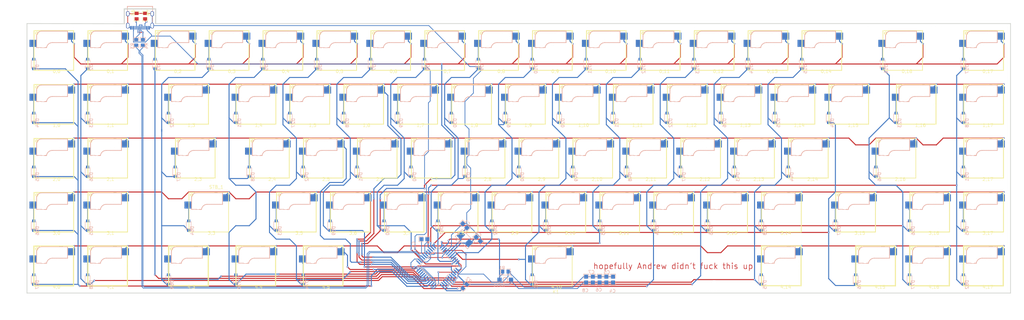
<source format=kicad_pcb>
(kicad_pcb (version 20211014) (generator pcbnew)
  (layers (0 "F.Cu" signal) (31 "B.Cu" signal) (34 "B.Paste" user) (35 "F.Paste" user) (36 "B.SilkS" user "B.Silkscreen") (37 "F.SilkS" user "F.Silkscreen") (38 "B.Mask" user) (39 "F.Mask" user) (44 "Edge.Cuts" user))
  (net 0 "")
  (net 1 "0,0_K2")
  (net 2 "0,11_K2")
  (net 3 "0,12_K2")
  (net 4 "0,14_K2")
  (net 5 "0,17_K2")
  (net 6 "0,2_K2")
  (net 7 "0,5_K2")
  (net 8 "0,7_K2")
  (net 9 "0,9_K2")
  (net 10 "1,11_K2")
  (net 11 "1,14_K2")
  (net 12 "1,16_K2")
  (net 13 "1,1_K2")
  (net 14 "1,4_K2")
  (net 15 "1,5_K2")
  (net 16 "1,7_K2")
  (net 17 "1,9_K2")
  (net 18 "2,0_K2")
  (net 19 "2,10_K2")
  (net 20 "2,12_K2")
  (net 21 "2,13_K2")
  (net 22 "2,17_K2")
  (net 23 "2,6_K2")
  (net 24 "2,8_K2")
  (net 25 "3,10_K2")
  (net 26 "3,12_K2")
  (net 27 "3,15_K2")
  (net 28 "3,16_K2")
  (net 29 "3,1_K2")
  (net 30 "3,5_K2")
  (net 31 "3,6_K2")
  (net 32 "3,8_K2")
  (net 33 "4,0_K2")
  (net 34 "4,14_K2")
  (net 35 "4,17_K2")
  (net 36 "4,3_K2")
  (net 37 "COL0")
  (net 38 "COL1")
  (net 39 "COL10")
  (net 40 "COL11")
  (net 41 "COL12")
  (net 42 "COL13")
  (net 43 "COL14")
  (net 44 "COL15")
  (net 45 "COL16")
  (net 46 "COL17")
  (net 47 "COL2")
  (net 48 "COL3")
  (net 49 "COL4")
  (net 50 "COL5")
  (net 51 "COL6")
  (net 52 "COL7")
  (net 53 "COL8")
  (net 54 "COL9")
  (net 55 "D+")
  (net 56 "D-")
  (net 57 "D11_2")
  (net 58 "D14_2")
  (net 59 "D16_2")
  (net 60 "D18_2")
  (net 61 "D20_2")
  (net 62 "D22_2")
  (net 63 "D24_2")
  (net 64 "D26_2")
  (net 65 "D28_2")
  (net 66 "D2_2")
  (net 67 "D30_2")
  (net 68 "D32_2")
  (net 69 "D34_2")
  (net 70 "D36_2")
  (net 71 "D37_2")
  (net 72 "D38_2")
  (net 73 "D40_2")
  (net 74 "D42_2")
  (net 75 "D44_2")
  (net 76 "D45_2")
  (net 77 "D46_2")
  (net 78 "D48_2")
  (net 79 "D4_2")
  (net 80 "D50_2")
  (net 81 "D53_2")
  (net 82 "D55_2")
  (net 83 "D58_2")
  (net 84 "D5_2")
  (net 85 "D60_2")
  (net 86 "D62_2")
  (net 87 "D64_2")
  (net 88 "D66_2")
  (net 89 "D68_2")
  (net 90 "D70_2")
  (net 91 "D74_2")
  (net 92 "D76_2")
  (net 93 "D77_2")
  (net 94 "D7_2")
  (net 95 "D81_2")
  (net 96 "D9_2")
  (net 97 "GND")
  (net 98 "RESET")
  (net 99 "ROW0")
  (net 100 "ROW1")
  (net 101 "ROW2")
  (net 102 "ROW3")
  (net 103 "ROW4")
  (net 104 "U1_16")
  (net 105 "U1_17")
  (net 106 "U1_33")
  (net 107 "U1_6")
  (net 108 "USBC1_A5")
  (net 109 "USBC1_B5")
  (net 110 "USBC1_B6")
  (net 111 "USBC1_B7")
  (net 112 "VCC")
  (footprint "easyeda:SOD-123_L2.8-W1.8-LS3.7-RD" (layer "F.Cu") (at 91.817 173.673 -90)
    (fp_text reference "D64")
    (fp_text value "1N4148W" hide)
  )
  (footprint "easyeda:SOD-123_L2.8-W1.8-LS3.7-RD" (layer "F.Cu") (at 127.537 135.572 -90)
    (fp_text reference "D27")
    (fp_text value "1N4148W" hide)
  )
  (footprint "easyeda:凯华热插拨" (layer "F.Cu") (at 248.985 130.809 180)
    (fp_text reference "1,11")
    (fp_text value "凯华热插拔" hide)
  )
  (footprint "easyeda:凯华热插拨" (layer "F.Cu") (at 306.137 130.809 180)
    (fp_text reference "1,14")
    (fp_text value "凯华热插拔" hide)
  )
  (footprint "easyeda:凯华热插拨" (layer "F.Cu") (at 148.969 168.91 180)
    (fp_text reference "3,6")
    (fp_text value "凯华热插拔" hide)
  )
  (footprint "easyeda:SOD-123_L2.8-W1.8-LS3.7-RD" (layer "F.Cu") (at 341.857 135.572 -90)
    (fp_text reference "D23")
    (fp_text value "1N4148W" hide)
  )
  (footprint "easyeda:凯华热插拨" (layer "F.Cu") (at 44.191 149.86 180)
    (fp_text reference "2,0")
    (fp_text value "凯华热插拔" hide)
  )
  (footprint "easyeda:SOD-123_L2.8-W1.8-LS3.7-RD" (layer "F.Cu") (at 132.3 154.622 -90)
    (fp_text reference "D42")
    (fp_text value "1N4148W" hide)
  )
  (footprint "easyeda:凯华热插拨" (layer "F.Cu") (at 334.713 187.961 180)
    (fp_text reference "4,15")
    (fp_text value "凯华热插拔" hide)
  )
  (footprint "easyeda:C0805" (layer "F.Cu") (at 232.316 192.723 90)
    (fp_text reference "C8")
    (fp_text value "470nF" hide)
  )
  (footprint "easyeda:SOD-123_L2.8-W1.8-LS3.7-RD" (layer "F.Cu") (at 151.351 154.622 -90)
    (fp_text reference "D41")
    (fp_text value "1N4148W" hide)
  )
  (footprint "easyeda:凯华热插拨" (layer "F.Cu") (at 372.814 130.809 180)
    (fp_text reference "1,17")
    (fp_text value "凯华热插拔" hide)
  )
  (footprint "easyeda:SOD-123_L2.8-W1.8-LS3.7-RD" (layer "F.Cu") (at 160.876 173.673 -90)
    (fp_text reference "D60")
    (fp_text value "1N4148W" hide)
  )
  (footprint "easyeda:凯华热插拨" (layer "F.Cu") (at 239.46 111.758 180)
    (fp_text reference "0,10")
    (fp_text value "凯华热插拔" hide)
  )
  (footprint "easyeda:SOD-123_L2.8-W1.8-LS3.7-RD" (layer "F.Cu") (at 334.713 154.622 -90)
    (fp_text reference "D46")
    (fp_text value "1N4148W" hide)
  )
  (footprint "easyeda:凯华热插拨" (layer "F.Cu") (at 115.631 130.809 180)
    (fp_text reference "1,4")
    (fp_text value "凯华热插拔" hide)
  )
  (footprint "easyeda:SOD-123_L2.8-W1.8-LS3.7-RD" (layer "F.Cu") (at 137.063 116.521 -90)
    (fp_text reference "D6")
    (fp_text value "1N4148W" hide)
  )
  (footprint "easyeda:凯华热插拨" (layer "F.Cu") (at 87.055 111.758 180)
    (fp_text reference "0,2")
    (fp_text value "凯华热插拔" hide)
  )
  (footprint "easyeda:SOD-123_L2.8-W1.8-LS3.7-RD" (layer "F.Cu") (at 56.098 154.622 -90)
    (fp_text reference "D36")
    (fp_text value "1N4148W" hide)
  )
  (footprint "easyeda:凯华热插拨" (layer "F.Cu") (at 125.156 111.758 180)
    (fp_text reference "0,4")
    (fp_text value "凯华热插拔" hide)
  )
  (footprint "easyeda:凯华热插拨" (layer "F.Cu") (at 234.697 149.86 180)
    (fp_text reference "2,10")
    (fp_text value "凯华热插拔" hide)
  )
  (footprint "easyeda:凯华热插拨" (layer "F.Cu") (at 225.172 168.91 180)
    (fp_text reference "3,10")
    (fp_text value "凯华热插拔" hide)
  )
  (footprint "easyeda:凯华热插拨" (layer "F.Cu") (at 44.191 111.758 180)
    (fp_text reference "0,0")
    (fp_text value "凯华热插拔" hide)
  )
  (footprint "easyeda:凯华热插拨" (layer "F.Cu") (at 158.495 149.86 180)
    (fp_text reference "2,6")
    (fp_text value "凯华热插拔" hide)
  )
  (footprint "easyeda:SOD-123_L2.8-W1.8-LS3.7-RD" (layer "F.Cu") (at 218.028 173.673 -90)
    (fp_text reference "D52")
    (fp_text value "1N4148W" hide)
  )
  (footprint "easyeda:凯华热插拨" (layer "F.Cu") (at 187.071 168.91 180)
    (fp_text reference "3,8")
    (fp_text value "凯华热插拔" hide)
  )
  (footprint "easyeda:凯华热插拨" (layer "F.Cu") (at 191.833 130.809 180)
    (fp_text reference "1,8")
    (fp_text value "凯华热插拔" hide)
  )
  (footprint "easyeda:SOD-123_L2.8-W1.8-LS3.7-RD" (layer "F.Cu") (at 327.569 192.723 -90)
    (fp_text reference "D76")
    (fp_text value "1N4148W" hide)
  )
  (footprint "easyeda:凯华热插拨" (layer "F.Cu") (at 296.612 111.758 180)
    (fp_text reference "0,13")
    (fp_text value "凯华热插拔" hide)
  )
  (footprint "easyeda:R0805" (layer "F.Cu") (at 189.452 195.105 -135)
    (fp_text reference "R2")
    (fp_text value "10K" hide)
  )
  (footprint "easyeda:OSC-SMD_2P-L5.0-W3.2" (layer "F.Cu") (at 189.452 178.435 135)
    (fp_text reference "X1")
    (fp_text value "16mhz" hide)
  )
  (footprint "easyeda:SOD-123_L2.8-W1.8-LS3.7-RD" (layer "F.Cu") (at 260.892 135.572 -90)
    (fp_text reference "D22")
    (fp_text value "1N4148W" hide)
  )
  (footprint "easyeda:SOD-123_L2.8-W1.8-LS3.7-RD" (layer "F.Cu") (at 270.417 116.521 -90)
    (fp_text reference "D13")
    (fp_text value "1N4148W" hide)
  )
  (footprint "easyeda:SOD-123_L2.8-W1.8-LS3.7-RD" (layer "F.Cu") (at 208.502 154.622 -90)
    (fp_text reference "D50")
    (fp_text value "1N4148W" hide)
  )
  (footprint "easyeda:凯华热插拨" (layer "F.Cu") (at 277.561 111.758 180)
    (fp_text reference "0,12")
    (fp_text value "凯华热插拔" hide)
  )
  (footprint "easyeda:R0805" (layer "F.Cu") (at 203.783 189.897)
    (fp_text reference "R1")
    (fp_text value "10K" hide)
  )
  (footprint "easyeda:SOD-123_L2.8-W1.8-LS3.7-RD" (layer "F.Cu") (at 165.639 135.572 -90)
    (fp_text reference "D29")
    (fp_text value "1N4148W" hide)
  )
  (footprint "easyeda:R0805" (layer "F.Cu") (at 76.423 99.589 -90)
    (fp_text reference "R7")
    (fp_text value "5.1K" hide)
  )
  (footprint "easyeda:凯华热插拨" (layer "F.Cu") (at 201.358 111.758 180)
    (fp_text reference "0,8")
    (fp_text value "凯华热插拔" hide)
  )
  (footprint "easyeda:SOD-123_L2.8-W1.8-LS3.7-RD" (layer "F.Cu") (at 122.775 173.673 -90)
    (fp_text reference "D63")
    (fp_text value "1N4148W" hide)
  )
  (footprint "easyeda:凯华热插拨" (layer "F.Cu") (at 215.646 149.86 180)
    (fp_text reference "2,9")
    (fp_text value "凯华热插拔" hide)
  )
  (footprint "easyeda:凯华热插拨" (layer "F.Cu") (at 315.662 111.758 180)
    (fp_text reference "0,14")
    (fp_text value "凯华热插拔" hide)
  )
  (footprint "easyeda:SOD-123_L2.8-W1.8-LS3.7-RD" (layer "F.Cu") (at 56.098 135.572 -90)
    (fp_text reference "D33")
    (fp_text value "1N4148W" hide)
  )
  (footprint "easyeda:凯华热插拨" (layer "F.Cu") (at 168.02 168.91 180)
    (fp_text reference "3,7")
    (fp_text value "凯华热插拔" hide)
  )
  (footprint "easyeda:凯华热插拨" (layer "F.Cu") (at 372.814 149.86 180)
    (fp_text reference "2,17")
    (fp_text value "凯华热插拔" hide)
  )
  (footprint "easyeda:SOD-123_L2.8-W1.8-LS3.7-RD" (layer "F.Cu") (at 320.425 173.673 -90)
    (fp_text reference "D57")
    (fp_text value "1N4148W" hide)
  )
  (footprint "easyeda:凯华热插拨" (layer "F.Cu") (at 325.187 130.809 180)
    (fp_text reference "1,15")
    (fp_text value "凯华热插拔" hide)
  )
  (footprint "easyeda:凯华热插拨" (layer "F.Cu") (at 44.191 168.91 180)
    (fp_text reference "3,0")
    (fp_text value "凯华热插拔" hide)
  )
  (footprint "easyeda:凯华热插拨" (layer "F.Cu") (at 258.51 111.758 180)
    (fp_text reference "0,11")
    (fp_text value "凯华热插拔" hide)
  )
  (footprint "easyeda:凯华热插拨" (layer "F.Cu") (at 220.409 187.961 180)
    (fp_text reference "4,10")
    (fp_text value "凯华热插拔" hide)
  )
  (footprint "easyeda:MX1A STABILIZER 2U" (layer "F.Cu") (at 98.961 168.91)
    (fp_text reference "STB_1")
    (fp_text value "Cherry MX 2u Stabilizer" hide)
  )
  (footprint "easyeda:SOD-123_L2.8-W1.8-LS3.7-RD" (layer "F.Cu") (at 84.674 192.723 -90)
    (fp_text reference "D69")
    (fp_text value "1N4148W" hide)
  )
  (footprint "easyeda:凯华热插拨" (layer "F.Cu") (at 253.748 149.86 180)
    (fp_text reference "2,11")
    (fp_text value "凯华热插拔" hide)
  )
  (footprint "easyeda:SOD-123_L2.8-W1.8-LS3.7-RD" (layer "F.Cu") (at 246.604 154.622 -90)
    (fp_text reference "D48")
    (fp_text value "1N4148W" hide)
  )
  (footprint "easyeda:凯华热插拨" (layer "F.Cu") (at 91.817 130.809 180)
    (fp_text reference "1,3")
    (fp_text value "凯华热插拔" hide)
  )
  (footprint "easyeda:凯华热插拨" (layer "F.Cu") (at 344.238 111.758 180)
    (fp_text reference "0,16")
    (fp_text value "凯华热插拔" hide)
  )
  (footprint "easyeda:凯华热插拨" (layer "F.Cu") (at 210.884 130.809 180)
    (fp_text reference "1,9")
    (fp_text value "凯华热插拔" hide)
  )
  (footprint "easyeda:SOD-123_L2.8-W1.8-LS3.7-RD" (layer "F.Cu") (at 56.098 116.521 -90)
    (fp_text reference "D2")
    (fp_text value "1N4148W" hide)
  )
  (footprint "easyeda:SOD-123_L2.8-W1.8-LS3.7-RD" (layer "F.Cu") (at 289.468 116.521 -90)
    (fp_text reference "D14")
    (fp_text value "1N4148W" hide)
  )
  (footprint "easyeda:SOD-123_L2.8-W1.8-LS3.7-RD" (layer "F.Cu") (at 346.619 173.673 -90)
    (fp_text reference "D56")
    (fp_text value "1N4148W" hide)
  )
  (footprint "easyeda:凯华热插拨" (layer "F.Cu") (at 153.732 130.809 180)
    (fp_text reference "1,6")
    (fp_text value "凯华热插拔" hide)
  )
  (footprint "easyeda:凯华热插拨" (layer "F.Cu") (at 196.596 149.86 180)
    (fp_text reference "2,8")
    (fp_text value "凯华热插拔" hide)
  )
  (footprint "easyeda:凯华热插拨" (layer "F.Cu") (at 91.817 187.961 180)
    (fp_text reference "4,3")
    (fp_text value "凯华热插拔" hide)
  )
  (footprint "easyeda:SOD-123_L2.8-W1.8-LS3.7-RD" (layer "F.Cu") (at 294.23 192.723 -90)
    (fp_text reference "D75")
    (fp_text value "1N4148W" hide)
  )
  (footprint "easyeda:R0805" (layer "F.Cu") (at 75.654 108.89 -90)
    (fp_text reference "R4")
    (fp_text value "22" hide)
  )
  (footprint "easyeda:凯华热插拨" (layer "F.Cu") (at 268.036 130.809 180)
    (fp_text reference "1,12")
    (fp_text value "凯华热插拔" hide)
  )
  (footprint "easyeda:MX1A STABILIZER 2U" (layer "F.Cu") (at 344.238 111.758)
    (fp_text reference "STB_3" hide)
    (fp_text value "Cherry MX 2u Stabilizer" hide)
  )
  (footprint "easyeda:QFP-44_L10.0-W10.0-P0.80-LS13.2-BL" (layer "F.Cu") (at 179.927 187.961 -135)
    (fp_text reference "U1")
    (fp_text value "ATMEGA32U4-AU" hide)
  )
  (footprint "easyeda:SOD-123_L2.8-W1.8-LS3.7-RD" (layer "F.Cu") (at 170.401 154.622 -90)
    (fp_text reference "D40")
    (fp_text value "1N4148W" hide)
  )
  (footprint "easyeda:SOD-123_L2.8-W1.8-LS3.7-RD" (layer "F.Cu") (at 108.487 135.572 -90)
    (fp_text reference "D31")
    (fp_text value "1N4148W" hide)
  )
  (footprint "easyeda:SOD-123_L2.8-W1.8-LS3.7-RD" (layer "F.Cu") (at 222.79 135.572 -90)
    (fp_text reference "D20")
    (fp_text value "1N4148W" hide)
  )
  (footprint "easyeda:SOD-123_L2.8-W1.8-LS3.7-RD" (layer "F.Cu") (at 227.553 154.622 -90)
    (fp_text reference "D49")
    (fp_text value "1N4148W" hide)
  )
  (footprint "easyeda:凯华热插拨" (layer "F.Cu") (at 372.814 168.91 180)
    (fp_text reference "3,17")
    (fp_text value "凯华热插拔" hide)
  )
  (footprint "easyeda:SOD-123_L2.8-W1.8-LS3.7-RD" (layer "F.Cu") (at 232.316 116.521 -90)
    (fp_text reference "D11")
    (fp_text value "1N4148W" hide)
  )
  (footprint "easyeda:SOD-123_L2.8-W1.8-LS3.7-RD" (layer "F.Cu") (at 156.113 116.521 -90)
    (fp_text reference "D7")
    (fp_text value "1N4148W" hide)
  )
  (footprint "easyeda:R0805" (layer "F.Cu") (at 73.423 99.589 90)
    (fp_text reference "R6")
    (fp_text value "5.1K" hide)
  )
  (footprint "easyeda:SOD-123_L2.8-W1.8-LS3.7-RD" (layer "F.Cu") (at 146.588 135.572 -90)
    (fp_text reference "D28")
    (fp_text value "1N4148W" hide)
  )
  (footprint "easyeda:CHERRY_MX_7U" (layer "F.Cu") (at 220.409 187.961 180)
    (fp_text reference "K1")
    (fp_text value "PCB卫星轴7U" hide)
  )
  (footprint "easyeda:SOD-123_L2.8-W1.8-LS3.7-RD" (layer "F.Cu") (at 194.215 116.521 -90)
    (fp_text reference "D9")
    (fp_text value "1N4148W" hide)
  )
  (footprint "easyeda:SOD-123_L2.8-W1.8-LS3.7-RD" (layer "F.Cu") (at 365.67 154.622 -90)
    (fp_text reference "D51")
    (fp_text value "1N4148W" hide)
  )
  (footprint "easyeda:凯华热插拨" (layer "F.Cu") (at 144.207 111.758 180)
    (fp_text reference "0,5")
    (fp_text value "凯华热插拔" hide)
  )
  (footprint "easyeda:SOD-123_L2.8-W1.8-LS3.7-RD" (layer "F.Cu") (at 37.047 135.572 -90)
    (fp_text reference "D34")
    (fp_text value "1N4148W" hide)
  )
  (footprint "easyeda:SOD-123_L2.8-W1.8-LS3.7-RD" (layer "F.Cu") (at 213.265 116.521 -90)
    (fp_text reference "D10")
    (fp_text value "1N4148W" hide)
  )
  (footprint "easyeda:SOD-123_L2.8-W1.8-LS3.7-RD" (layer "F.Cu") (at 365.67 116.521 -90)
    (fp_text reference "D17")
    (fp_text value "1N4148W" hide)
  )
  (footprint "easyeda:SOD-123_L2.8-W1.8-LS3.7-RD" (layer "F.Cu") (at 37.047 173.673 -90)
    (fp_text reference "D66")
    (fp_text value "1N4148W" hide)
  )
  (footprint "easyeda:SOD-123_L2.8-W1.8-LS3.7-RD" (layer "F.Cu") (at 346.619 192.723 -90)
    (fp_text reference "D77")
    (fp_text value "1N4148W" hide)
  )
  (footprint "easyeda:凯华热插拨" (layer "F.Cu") (at 98.961 168.91 180)
    (fp_text reference "3,3")
    (fp_text value "凯华热插拔" hide)
  )
  (footprint "easyeda:凯华热插拨" (layer "F.Cu") (at 282.324 168.91 180)
    (fp_text reference "3,13")
    (fp_text value "凯华热插拔" hide)
  )
  (footprint "easyeda:SOD-123_L2.8-W1.8-LS3.7-RD" (layer "F.Cu") (at 298.993 135.572 -90)
    (fp_text reference "D25")
    (fp_text value "1N4148W" hide)
  )
  (footprint "easyeda:SOD-123_L2.8-W1.8-LS3.7-RD" (layer "F.Cu") (at 37.047 154.622 -90)
    (fp_text reference "D35")
    (fp_text value "1N4148W" hide)
  )
  (footprint "easyeda:凯华热插拨" (layer "F.Cu") (at 63.242 130.809 180)
    (fp_text reference "1,1")
    (fp_text value "凯华热插拔" hide)
  )
  (footprint "easyeda:C0805" (layer "F.Cu") (at 175.164 178.435 180)
    (fp_text reference "C3")
    (fp_text value "1uF" hide)
  )
  (footprint "easyeda:SOD-123_L2.8-W1.8-LS3.7-RD" (layer "F.Cu") (at 198.977 173.673 -90)
    (fp_text reference "D62")
    (fp_text value "1N4148W" hide)
  )
  (footprint "easyeda:SOD-123_L2.8-W1.8-LS3.7-RD" (layer "F.Cu") (at 37.047 116.521 -90)
    (fp_text reference "D1")
    (fp_text value "1N4148W" hide)
  )
  (footprint "easyeda:凯华热插拨" (layer "F.Cu") (at 301.374 168.91 180)
    (fp_text reference "3,14")
    (fp_text value "凯华热插拔" hide)
  )
  (footprint "easyeda:SOD-123_L2.8-W1.8-LS3.7-RD" (layer "F.Cu") (at 37.047 192.723 -90)
    (fp_text reference "D67")
    (fp_text value "1N4148W" hide)
  )
  (footprint "easyeda:凯华热插拨" (layer "F.Cu") (at 353.763 168.91 180)
    (fp_text reference "3,16")
    (fp_text value "凯华热插拔" hide)
  )
  (footprint "easyeda:SOD-123_L2.8-W1.8-LS3.7-RD" (layer "F.Cu") (at 279.942 135.572 -90)
    (fp_text reference "D26")
    (fp_text value "1N4148W" hide)
  )
  (footprint "easyeda:SOD-123_L2.8-W1.8-LS3.7-RD" (layer "F.Cu") (at 98.961 116.521 -90)
    (fp_text reference "D4")
    (fp_text value "1N4148W" hide)
  )
  (footprint "easyeda:SOD-123_L2.8-W1.8-LS3.7-RD" (layer "F.Cu") (at 132.3 192.723 -90)
    (fp_text reference "D74")
    (fp_text value "1N4148W" hide)
  )
  (footprint "easyeda:SOD-123_L2.8-W1.8-LS3.7-RD" (layer "F.Cu") (at 241.841 135.572 -90)
    (fp_text reference "D21")
    (fp_text value "1N4148W" hide)
  )
  (footprint "easyeda:SOD-123_L2.8-W1.8-LS3.7-RD" (layer "F.Cu") (at 365.67 192.723 -90)
    (fp_text reference "D82")
    (fp_text value "1N4148W" hide)
  )
  (footprint "easyeda:凯华热插拨" (layer "F.Cu") (at 163.257 111.758 180)
    (fp_text reference "0,6")
    (fp_text value "凯华热插拔" hide)
  )
  (footprint "easyeda:C0805" (layer "F.Cu") (at 241.841 192.723 -90)
    (fp_text reference "C4")
    (fp_text value "100nF" hide)
  )
  (footprint "easyeda:MX1A STABILIZER 2U" (layer "F.Cu") (at 341.857 149.86 180)
    (fp_text reference "STB_2" hide)
    (fp_text value "Cherry MX 2u Stabilizer" hide)
  )
  (footprint "easyeda:SOD-123_L2.8-W1.8-LS3.7-RD" (layer "F.Cu") (at 308.518 116.521 -90)
    (fp_text reference "D15")
    (fp_text value "1N4148W" hide)
  )
  (footprint "easyeda:SW-SMD_L4.0-W2.9-LS5.0" (layer "F.Cu") (at 203.74 192.723 180)
    (fp_text reference "KEY1")
    (fp_text value "Switch3x4x2" hide)
  )
  (footprint "easyeda:凯华热插拨" (layer "F.Cu") (at 341.857 149.86 180)
    (fp_text reference "2,16")
    (fp_text value "凯华热插拔" hide)
  )
  (footprint "easyeda:凯华热插拨" (layer "F.Cu") (at 134.681 130.809 180)
    (fp_text reference "1,5")
    (fp_text value "凯华热插拔" hide)
  )
  (footprint "easyeda:SOD-123_L2.8-W1.8-LS3.7-RD" (layer "F.Cu") (at 318.043 135.572 -90)
    (fp_text reference "D24")
    (fp_text value "1N4148W" hide)
  )
  (footprint "easyeda:凯华热插拨" (layer "F.Cu") (at 172.783 130.809 180)
    (fp_text reference "1,7")
    (fp_text value "凯华热插拔" hide)
  )
  (footprint "easyeda:SOD-123_L2.8-W1.8-LS3.7-RD" (layer "F.Cu") (at 275.18 173.673 -90)
    (fp_text reference "D55")
    (fp_text value "1N4148W" hide)
  )
  (footprint "easyeda:凯华热插拨" (layer "F.Cu") (at 139.444 149.86 180)
    (fp_text reference "2,5")
    (fp_text value "凯华热插拔" hide)
  )
  (footprint "easyeda:凯华热插拨" (layer "F.Cu") (at 353.763 187.961 180)
    (fp_text reference "4,16")
    (fp_text value "凯华热插拔" hide)
  )
  (footprint "easyeda:SOD-123_L2.8-W1.8-LS3.7-RD" (layer "F.Cu") (at 203.74 135.572 -90)
    (fp_text reference "D19")
    (fp_text value "1N4148W" hide)
  )
  (footprint "easyeda:凯华热插拨" (layer "F.Cu") (at 44.191 187.961 180)
    (fp_text reference "4,0")
    (fp_text value "凯华热插拔" hide)
  )
  (footprint "easyeda:SOD-123_L2.8-W1.8-LS3.7-RD" (layer "F.Cu") (at 213.265 192.723 -90)
    (fp_text reference "D81")
    (fp_text value "1N4148W" hide)
  )
  (footprint "easyeda:C0805" (layer "F.Cu") (at 237.078 192.723 -90)
    (fp_text reference "C6")
    (fp_text value "100nF" hide)
  )
  (footprint "easyeda:凯华热插拨" (layer "F.Cu") (at 372.814 187.961 180)
    (fp_text reference "4,17")
    (fp_text value "凯华热插拔" hide)
  )
  (footprint "easyeda:凯华热插拨" (layer "F.Cu") (at 139.444 187.961 180)
    (fp_text reference "4,5")
    (fp_text value "凯华热插拔" hide)
  )
  (footprint "easyeda:SOD-123_L2.8-W1.8-LS3.7-RD" (layer "F.Cu") (at 56.098 173.673 -90)
    (fp_text reference "D65")
    (fp_text value "1N4148W" hide)
  )
  (footprint "easyeda:凯华热插拨" (layer "F.Cu") (at 327.569 168.91 180)
    (fp_text reference "3,15")
    (fp_text value "凯华热插拔" hide)
  )
  (footprint "easyeda:C0805" (layer "F.Cu") (at 239.46 192.723 -90)
    (fp_text reference "C5")
    (fp_text value "100nF" hide)
  )
  (footprint "easyeda:凯华热插拨" (layer "F.Cu") (at 63.242 168.91 180)
    (fp_text reference "3,1")
    (fp_text value "凯华热插拔" hide)
  )
  (footprint "easyeda:凯华热插拨" (layer "F.Cu") (at 182.308 111.758 180)
    (fp_text reference "0,7")
    (fp_text value "凯华热插拔" hide)
  )
  (footprint "easyeda:凯华热插拨" (layer "F.Cu") (at 244.222 168.91 180)
    (fp_text reference "3,11")
    (fp_text value "凯华热插拔" hide)
  )
  (footprint "easyeda:SOD-123_L2.8-W1.8-LS3.7-RD" (layer "F.Cu") (at 337.094 116.521 -90)
    (fp_text reference "D16")
    (fp_text value "1N4148W" hide)
  )
  (footprint "easyeda:凯华热插拨" (layer "F.Cu") (at 63.242 187.961 180)
    (fp_text reference "4,1")
    (fp_text value "凯华热插拔" hide)
  )
  (footprint "easyeda:SOD-123_L2.8-W1.8-LS3.7-RD" (layer "F.Cu") (at 179.927 173.673 -90)
    (fp_text reference "D61")
    (fp_text value "1N4148W" hide)
  )
  (footprint "easyeda:凯华热插拨" (layer "F.Cu") (at 106.105 111.758 180)
    (fp_text reference "0,3")
    (fp_text value "凯华热插拔" hide)
  )
  (footprint "easyeda:凯华热插拨" (layer "F.Cu") (at 349.001 130.809 180)
    (fp_text reference "1,16")
    (fp_text value "凯华热插拔" hide)
  )
  (footprint "easyeda:凯华热插拨" (layer "F.Cu") (at 263.273 168.91 180)
    (fp_text reference "3,12")
    (fp_text value "凯华热插拔" hide)
  )
  (footprint "easyeda:SOD-123_L2.8-W1.8-LS3.7-RD" (layer "F.Cu") (at 256.129 173.673 -90)
    (fp_text reference "D54")
    (fp_text value "1N4148W" hide)
  )
  (footprint "easyeda:SOD-123_L2.8-W1.8-LS3.7-RD" (layer "F.Cu") (at 251.366 116.521 -90)
    (fp_text reference "D12")
    (fp_text value "1N4148W" hide)
  )
  (footprint "easyeda:SOD-123_L2.8-W1.8-LS3.7-RD" (layer "F.Cu") (at 113.249 154.622 -90)
    (fp_text reference "D38")
    (fp_text value "1N4148W" hide)
  )
  (footprint "easyeda:USB-C_SMD-TYPE-C-31-M-12" (layer "F.Cu") (at 74.623 101.24 180)
    (fp_text reference "USBC1" hide)
    (fp_text value "TYPE-C-31-M-12" hide)
  )
  (footprint "easyeda:SOD-123_L2.8-W1.8-LS3.7-RD" (layer "F.Cu") (at 189.452 154.622 -90)
    (fp_text reference "D39")
    (fp_text value "1N4148W" hide)
  )
  (footprint "easyeda:SOD-123_L2.8-W1.8-LS3.7-RD" (layer "F.Cu") (at 84.674 135.572 -90)
    (fp_text reference "D32")
    (fp_text value "1N4148W" hide)
  )
  (footprint "easyeda:SOD-123_L2.8-W1.8-LS3.7-RD" (layer "F.Cu") (at 108.487 192.723 -90)
    (fp_text reference "D70")
    (fp_text value "1N4148W" hide)
  )
  (footprint "easyeda:SOD-123_L2.8-W1.8-LS3.7-RD" (layer "F.Cu") (at 365.67 173.673 -90)
    (fp_text reference "D45")
    (fp_text value "1N4148W" hide)
  )
  (footprint "easyeda:凯华热插拨" (layer "F.Cu") (at 63.242 111.758 180)
    (fp_text reference "0,1")
    (fp_text value "凯华热插拔" hide)
  )
  (footprint "easyeda:SOD-123_L2.8-W1.8-LS3.7-RD" (layer "F.Cu") (at 284.705 154.622 -90)
    (fp_text reference "D43")
    (fp_text value "1N4148W" hide)
  )
  (footprint "easyeda:SOD-123_L2.8-W1.8-LS3.7-RD" (layer "F.Cu") (at 303.756 154.622 -90)
    (fp_text reference "D44")
    (fp_text value "1N4148W" hide)
  )
  (footprint "easyeda:凯华热插拨" (layer "F.Cu") (at 291.849 149.86 180)
    (fp_text reference "2,13")
    (fp_text value "凯华热插拔" hide)
  )
  (footprint "easyeda:凯华热插拨" (layer "F.Cu") (at 372.814 111.758 180)
    (fp_text reference "0,17")
    (fp_text value "凯华热插拔" hide)
  )
  (footprint "easyeda:凯华热插拨" (layer "F.Cu") (at 120.393 149.86 180)
    (fp_text reference "2,4")
    (fp_text value "凯华热插拔" hide)
  )
  (footprint "easyeda:凯华热插拨" (layer "F.Cu") (at 301.374 187.961 180)
    (fp_text reference "4,14")
    (fp_text value "凯华热插拔" hide)
  )
  (footprint "easyeda:SOD-123_L2.8-W1.8-LS3.7-RD" (layer "F.Cu") (at 141.825 173.673 -90)
    (fp_text reference "D59")
    (fp_text value "1N4148W" hide)
  )
  (footprint "easyeda:凯华热插拨" (layer "F.Cu") (at 220.409 111.758 180)
    (fp_text reference "0,9")
    (fp_text value "凯华热插拔" hide)
  )
  (footprint "easyeda:凯华热插拨" (layer "F.Cu") (at 206.121 168.91 180)
    (fp_text reference "3,9")
    (fp_text value "凯华热插拔" hide)
  )
  (footprint "easyeda:R0805" (layer "F.Cu") (at 73.273 108.89 90)
    (fp_text reference "R3")
    (fp_text value "22" hide)
  )
  (footprint "easyeda:SOD-123_L2.8-W1.8-LS3.7-RD" (layer "F.Cu") (at 365.67 135.572 -90)
    (fp_text reference "D18")
    (fp_text value "1N4148W" hide)
  )
  (footprint "easyeda:SOD-123_L2.8-W1.8-LS3.7-RD" (layer "F.Cu") (at 118.012 116.521 -90)
    (fp_text reference "D5")
    (fp_text value "1N4148W" hide)
  )
  (footprint "easyeda:凯华热插拨" (layer "F.Cu") (at 44.191 130.809 180)
    (fp_text reference "1,0")
    (fp_text value "凯华热插拔" hide)
  )
  (footprint "easyeda:凯华热插拨" (layer "F.Cu") (at 229.934 130.809 180)
    (fp_text reference "1,10")
    (fp_text value "凯华热插拔" hide)
  )
  (footprint "easyeda:C0805" (layer "F.Cu") (at 194.215 178.435 -45)
    (fp_text reference "C2")
    (fp_text value "22pF" hide)
  )
  (footprint "easyeda:SOD-123_L2.8-W1.8-LS3.7-RD" (layer "F.Cu") (at 237.078 173.673 -90)
    (fp_text reference "D53")
    (fp_text value "1N4148W" hide)
  )
  (footprint "easyeda:凯华热插拨" (layer "F.Cu") (at 94.199 149.86 180)
    (fp_text reference "2,3")
    (fp_text value "凯华热插拔" hide)
  )
  (footprint "easyeda:凯华热插拨" (layer "F.Cu") (at 287.086 130.809 180)
    (fp_text reference "1,13")
    (fp_text value "凯华热插拔" hide)
  )
  (footprint "easyeda:凯华热插拨" (layer "F.Cu") (at 63.242 149.86 180)
    (fp_text reference "2,1")
    (fp_text value "凯华热插拔" hide)
  )
  (footprint "easyeda:SOD-123_L2.8-W1.8-LS3.7-RD" (layer "F.Cu") (at 184.689 135.572 -90)
    (fp_text reference "D30")
    (fp_text value "1N4148W" hide)
  )
  (footprint "easyeda:SOD-123_L2.8-W1.8-LS3.7-RD" (layer "F.Cu") (at 175.164 116.521 -90)
    (fp_text reference "D8")
    (fp_text value "1N4148W" hide)
  )
  (footprint "easyeda:凯华热插拨" (layer "F.Cu") (at 310.899 149.86 180)
    (fp_text reference "2,14")
    (fp_text value "凯华热插拔" hide)
  )
  (footprint "easyeda:SOD-123_L2.8-W1.8-LS3.7-RD" (layer "F.Cu") (at 265.654 154.622 -90)
    (fp_text reference "D47")
    (fp_text value "1N4148W" hide)
  )
  (footprint "easyeda:SOD-123_L2.8-W1.8-LS3.7-RD" (layer "F.Cu") (at 56.098 192.723 -90)
    (fp_text reference "D68")
    (fp_text value "1N4148W" hide)
  )
  (footprint "easyeda:凯华热插拨" (layer "F.Cu") (at 115.631 187.961 180)
    (fp_text reference "4,4")
    (fp_text value "凯华热插拔" hide)
  )
  (footprint "easyeda:凯华热插拨" (layer "F.Cu") (at 272.798 149.86 180)
    (fp_text reference "2,12")
    (fp_text value "凯华热插拔" hide)
  )
  (footprint "easyeda:凯华热插拨" (layer "F.Cu") (at 129.919 168.91 180)
    (fp_text reference "3,5")
    (fp_text value "凯华热插拔" hide)
  )
  (footprint "easyeda:C0805" (layer "F.Cu") (at 189.452 173.673 135)
    (fp_text reference "C1")
    (fp_text value "22pF" hide)
  )
  (footprint "easyeda:C0805" (layer "F.Cu") (at 234.697 192.723 -90)
    (fp_text reference "C7")
    (fp_text value "100nF" hide)
  )
  (footprint "easyeda:SOD-123_L2.8-W1.8-LS3.7-RD" (layer "F.Cu") (at 87.055 154.622 -90)
    (fp_text reference "D37")
    (fp_text value "1N4148W" hide)
  )
  (footprint "easyeda:SOD-123_L2.8-W1.8-LS3.7-RD" (layer "F.Cu") (at 79.911 116.521 -90)
    (fp_text reference "D3")
    (fp_text value "1N4148W" hide)
  )
  (footprint "easyeda:SOD-123_L2.8-W1.8-LS3.7-RD" (layer "F.Cu") (at 294.23 173.673 -90)
    (fp_text reference "D58")
    (fp_text value "1N4148W" hide)
  )
  (footprint "easyeda:凯华热插拨" (layer "F.Cu") (at 177.545 149.86 180)
    (fp_text reference "2,7")
    (fp_text value "凯华热插拔" hide)
  )
  (gr_line (start 241.983 123.809) (end 255.983 123.809) (layer "F.SilkS") (width 0.254))
  (gr_line (start 84.821 180.959) (end 98.82 180.959) (layer "F.SilkS") (width 0.254))
  (gr_line (start 113.108 104.759) (end 113.108 118.758) (layer "F.SilkS") (width 0.254))
  (gr_line (start 284.558 104.759) (end 284.558 118.758) (layer "F.SilkS") (width 0.254))
  (gr_line (start 379.808 175.908) (end 365.808 175.908) (layer "F.SilkS") (width 0.254))
  (gr_line (start 122.633 137.808) (end 108.633 137.808) (layer "F.SilkS") (width 0.254))
  (gr_line (start 70.245 161.909) (end 70.245 175.908) (layer "F.SilkS") (width 0.254))
  (gr_line (start 161.021 161.909) (end 175.02 161.909) (layer "F.SilkS") (width 0.254))
  (gr_line (start 255.983 137.808) (end 241.983 137.808) (layer "F.SilkS") (width 0.254))
  (gr_line (start 184.833 137.808) (end 184.833 123.809) (layer "F.SilkS") (width 0.254))
  (gr_line (start 379.808 180.959) (end 379.808 194.958) (layer "F.SilkS") (width 0.254))
  (gr_line (start 122.921 175.908) (end 122.921 161.909) (layer "F.SilkS") (width 0.254))
  (gr_line (start 56.246 180.959) (end 70.245 180.959) (layer "F.SilkS") (width 0.254))
  (gr_line (start 175.308 104.759) (end 189.308 104.759) (layer "F.SilkS") (width 0.254))
  (gr_line (start 175.308 118.758) (end 175.308 104.759) (layer "F.SilkS") (width 0.254))
  (gr_line (start 279.795 142.859) (end 279.795 156.858) (layer "F.SilkS") (width 0.254))
  (gr_line (start 327.565 180.817) (end 341.565 180.817) (layer "F.SilkS") (width 0.254))
  (gr_line (start 260.745 142.859) (end 260.745 156.858) (layer "F.SilkS") (width 0.254))
  (gr_line (start 232.17 175.908) (end 218.171 175.908) (layer "F.SilkS") (width 0.254))
  (gr_line (start 318.183 123.809) (end 332.183 123.809) (layer "F.SilkS") (width 0.254))
  (gr_line (start 379.808 123.809) (end 379.808 137.808) (layer "F.SilkS") (width 0.254))
  (gr_line (start 327.565 194.816) (end 327.565 180.817) (layer "F.SilkS") (width 0.254))
  (gr_line (start 317.895 142.859) (end 317.895 156.858) (layer "F.SilkS") (width 0.254))
  (gr_line (start 160.733 123.809) (end 160.733 137.808) (layer "F.SilkS") (width 0.254))
  (gr_line (start 365.808 104.759) (end 379.808 104.759) (layer "F.SilkS") (width 0.254))
  (gr_line (start 284.846 142.859) (end 298.845 142.859) (layer "F.SilkS") (width 0.254))
  (gr_line (start 232.458 118.758) (end 232.458 104.759) (layer "F.SilkS") (width 0.254))
  (gr_line (start 51.195 118.758) (end 37.196 118.758) (layer "F.SilkS") (width 0.254))
  (gr_line (start 275.033 137.808) (end 261.033 137.808) (layer "F.SilkS") (width 0.254))
  (gr_line (start 127.395 156.858) (end 113.396 156.858) (layer "F.SilkS") (width 0.254))
  (gr_line (start 222.645 156.858) (end 208.646 156.858) (layer "F.SilkS") (width 0.254))
  (gr_line (start 365.808 156.858) (end 365.808 142.859) (layer "F.SilkS") (width 0.254))
  (gr_line (start 101.201 156.858) (end 87.202 156.858) (layer "F.SilkS") (width 0.254))
  (gr_line (start 236.933 123.809) (end 236.933 137.808) (layer "F.SilkS") (width 0.254))
  (gr_line (start 113.108 118.758) (end 99.108 118.758) (layer "F.SilkS") (width 0.254))
  (gr_line (start 317.895 156.858) (end 303.896 156.858) (layer "F.SilkS") (width 0.254))
  (gr_line (start 218.171 175.908) (end 218.171 161.909) (layer "F.SilkS") (width 0.254))
  (gr_line (start 137.208 104.759) (end 151.208 104.759) (layer "F.SilkS") (width 0.254))
  (gr_line (start 84.678 180.817) (end 98.677 180.817) (layer "F.SilkS") (width 0.254))
  (gr_line (start 303.896 156.858) (end 303.896 142.859) (layer "F.SilkS") (width 0.254))
  (gr_line (start 203.595 156.858) (end 189.596 156.858) (layer "F.SilkS") (width 0.254))
  (gr_line (start 113.396 156.858) (end 113.396 142.859) (layer "F.SilkS") (width 0.254))
  (gr_line (start 241.983 137.808) (end 241.983 123.809) (layer "F.SilkS") (width 0.254))
  (gr_line (start 87.202 156.858) (end 87.202 142.859) (layer "F.SilkS") (width 0.254))
  (gr_line (start 346.758 161.909) (end 360.758 161.909) (layer "F.SilkS") (width 0.254))
  (gr_line (start 98.82 180.959) (end 98.82 194.958) (layer "F.SilkS") (width 0.254))
  (gr_line (start 203.883 123.809) (end 217.883 123.809) (layer "F.SilkS") (width 0.254))
  (gr_line (start 156.258 104.759) (end 170.258 104.759) (layer "F.SilkS") (width 0.254))
  (gr_line (start 246.458 118.758) (end 232.458 118.758) (layer "F.SilkS") (width 0.254))
  (gr_line (start 51.195 123.809) (end 51.195 137.808) (layer "F.SilkS") (width 0.254))
  (gr_line (start 51.195 180.959) (end 51.195 194.958) (layer "F.SilkS") (width 0.254))
  (gr_line (start 37.196 142.859) (end 51.195 142.859) (layer "F.SilkS") (width 0.254))
  (gr_line (start 265.796 156.858) (end 265.796 142.859) (layer "F.SilkS") (width 0.254))
  (gr_line (start 360.758 180.959) (end 360.758 194.958) (layer "F.SilkS") (width 0.254))
  (gr_line (start 360.758 175.908) (end 346.758 175.908) (layer "F.SilkS") (width 0.254))
  (gr_line (start 303.608 118.758) (end 289.608 118.758) (layer "F.SilkS") (width 0.254))
  (gr_line (start 308.227 180.817) (end 308.227 194.816) (layer "F.SilkS") (width 0.254))
  (gr_line (start 51.053 194.816) (end 37.053 194.816) (layer "F.SilkS") (width 0.254))
  (gr_line (start 284.558 118.758) (end 270.558 118.758) (layer "F.SilkS") (width 0.254))
  (gr_line (start 84.678 194.816) (end 84.678 180.817) (layer "F.SilkS") (width 0.254))
  (gr_line (start 222.933 137.808) (end 222.933 123.809) (layer "F.SilkS") (width 0.254))
  (gr_line (start 379.808 118.758) (end 365.808 118.758) (layer "F.SilkS") (width 0.254))
  (gr_line (start 132.444 156.858) (end 132.444 142.859) (layer "F.SilkS") (width 0.254))
  (gr_line (start 137.208 118.758) (end 137.208 104.759) (layer "F.SilkS") (width 0.254))
  (gr_line (start 303.896 142.859) (end 317.895 142.859) (layer "F.SilkS") (width 0.254))
  (gr_line (start 341.565 194.816) (end 327.565 194.816) (layer "F.SilkS") (width 0.254))
  (gr_line (start 241.695 142.859) (end 241.695 156.858) (layer "F.SilkS") (width 0.254))
  (gr_line (start 294.228 194.816) (end 294.228 180.817) (layer "F.SilkS") (width 0.254))
  (gr_line (start 379.808 194.958) (end 365.808 194.958) (layer "F.SilkS") (width 0.254))
  (gr_line (start 56.098 123.809) (end 56.245 123.809) (layer "F.SilkS") (width 0.254))
  (gr_line (start 70.245 142.859) (end 70.245 156.858) (layer "F.SilkS") (width 0.254))
  (gr_line (start 122.49 180.817) (end 122.49 194.816) (layer "F.SilkS") (width 0.254))
  (gr_line (start 270.558 118.758) (end 270.558 104.759) (layer "F.SilkS") (width 0.254))
  (gr_line (start 246.458 104.759) (end 246.458 118.758) (layer "F.SilkS") (width 0.254))
  (gr_line (start 118.158 104.759) (end 132.158 104.759) (layer "F.SilkS") (width 0.254))
  (gr_line (start 227.408 118.758) (end 213.408 118.758) (layer "F.SilkS") (width 0.254))
  (gr_line (start 322.658 104.759) (end 322.658 118.758) (layer "F.SilkS") (width 0.254))
  (gr_line (start 280.083 123.809) (end 294.083 123.809) (layer "F.SilkS") (width 0.254))
  (gr_line (start 246.746 142.859) (end 260.745 142.859) (layer "F.SilkS") (width 0.254))
  (gr_line (start 360.758 194.958) (end 346.758 194.958) (layer "F.SilkS") (width 0.254))
  (gr_line (start 365.808 142.859) (end 379.808 142.859) (layer "F.SilkS") (width 0.254))
  (gr_line (start 113.396 142.859) (end 127.395 142.859) (layer "F.SilkS") (width 0.254))
  (gr_line (start 251.22 161.909) (end 251.22 175.908) (layer "F.SilkS") (width 0.254))
  (gr_line (start 320.563 175.908) (end 320.563 161.909) (layer "F.SilkS") (width 0.254))
  (gr_line (start 379.808 104.759) (end 379.808 118.758) (layer "F.SilkS") (width 0.254))
  (gr_line (start 108.491 194.816) (end 108.491 180.817) (layer "F.SilkS") (width 0.254))
  (gr_line (start 155.97 161.909) (end 155.97 175.908) (layer "F.SilkS") (width 0.254))
  (gr_line (start 184.545 142.859) (end 184.545 156.858) (layer "F.SilkS") (width 0.254))
  (gr_line (start 294.371 175.908) (end 294.371 161.909) (layer "F.SilkS") (width 0.254))
  (gr_line (start 98.677 194.816) (end 84.678 194.816) (layer "F.SilkS") (width 0.254))
  (gr_line (start 94.058 104.759) (end 94.058 118.758) (layer "F.SilkS") (width 0.254))
  (gr_line (start 70.245 194.958) (end 56.246 194.958) (layer "F.SilkS") (width 0.254))
  (gr_line (start 84.821 123.809) (end 98.82 123.809) (layer "F.SilkS") (width 0.254))
  (gr_line (start 379.808 137.808) (end 365.808 137.808) (layer "F.SilkS") (width 0.254))
  (gr_line (start 198.833 137.808) (end 184.833 137.808) (layer "F.SilkS") (width 0.254))
  (gr_line (start 184.833 123.809) (end 198.833 123.809) (layer "F.SilkS") (width 0.254))
  (gr_line (start 327.708 180.959) (end 341.708 180.959) (layer "F.SilkS") (width 0.254))
  (gr_line (start 99.108 104.759) (end 113.108 104.759) (layer "F.SilkS") (width 0.254))
  (gr_line (start 179.783 123.809) (end 179.783 137.808) (layer "F.SilkS") (width 0.254))
  (gr_line (start 151.494 156.858) (end 151.494 142.859) (layer "F.SilkS") (width 0.254))
  (gr_line (start 217.883 137.808) (end 203.883 137.808) (layer "F.SilkS") (width 0.254))
  (gr_line (start 37.196 137.808) (end 37.196 123.809) (layer "F.SilkS") (width 0.254))
  (gr_line (start 260.745 156.858) (end 246.746 156.858) (layer "F.SilkS") (width 0.254))
  (gr_line (start 151.208 118.758) (end 137.208 118.758) (layer "F.SilkS") (width 0.254))
  (gr_line (start 56.103 194.816) (end 56.103 180.817) (layer "F.SilkS") (width 0.254))
  (gr_line (start 256.271 175.908) (end 256.271 161.909) (layer "F.SilkS") (width 0.254))
  (gr_line (start 180.071 161.909) (end 194.07 161.909) (layer "F.SilkS") (width 0.254))
  (gr_line (start 70.246 137.809) (end 56.098 137.809) (layer "F.SilkS") (width 0.254))
  (gr_line (start 270.27 175.908) (end 256.271 175.908) (layer "F.SilkS") (width 0.254))
  (gr_line (start 355.995 137.808) (end 341.996 137.808) (layer "F.SilkS") (width 0.254))
  (gr_line (start 94.058 118.758) (end 80.058 118.758) (layer "F.SilkS") (width 0.254))
  (gr_line (start 208.358 118.758) (end 194.358 118.758) (layer "F.SilkS") (width 0.254))
  (gr_line (start 132.303 180.817) (end 146.302 180.817) (layer "F.SilkS") (width 0.254))
  (gr_line (start 132.158 104.759) (end 132.158 118.758) (layer "F.SilkS") (width 0.254))
  (gr_line (start 141.683 137.808) (end 127.683 137.808) (layer "F.SilkS") (width 0.254))
  (gr_line (start 127.683 137.808) (end 127.683 123.809) (layer "F.SilkS") (width 0.254))
  (gr_line (start 165.783 123.809) (end 179.783 123.809) (layer "F.SilkS") (width 0.254))
  (gr_line (start 51.195 137.808) (end 37.196 137.808) (layer "F.SilkS") (width 0.254))
  (gr_line (start 101.201 142.859) (end 101.201 156.858) (layer "F.SilkS") (width 0.254))
  (gr_line (start 37.196 123.809) (end 51.195 123.809) (layer "F.SilkS") (width 0.254))
  (gr_line (start 365.808 180.959) (end 379.808 180.959) (layer "F.SilkS") (width 0.254))
  (gr_line (start 146.302 180.817) (end 146.302 194.816) (layer "F.SilkS") (width 0.254))
  (gr_line (start 237.221 161.909) (end 251.22 161.909) (layer "F.SilkS") (width 0.254))
  (gr_line (start 108.633 123.809) (end 122.633 123.809) (layer "F.SilkS") (width 0.254))
  (gr_line (start 379.808 156.858) (end 365.808 156.858) (layer "F.SilkS") (width 0.254))
  (gr_line (start 236.933 137.808) (end 222.933 137.808) (layer "F.SilkS") (width 0.254))
  (gr_line (start 265.796 142.859) (end 279.795 142.859) (layer "F.SilkS") (width 0.254))
  (gr_line (start 346.615 194.816) (end 346.615 180.817) (layer "F.SilkS") (width 0.254))
  (gr_line (start 98.82 137.808) (end 84.821 137.808) (layer "F.SilkS") (width 0.254))
  (gr_line (start 208.646 142.859) (end 222.645 142.859) (layer "F.SilkS") (width 0.254))
  (gr_line (start 298.845 142.859) (end 298.845 156.858) (layer "F.SilkS") (width 0.254))
  (gr_line (start 270.558 104.759) (end 284.558 104.759) (layer "F.SilkS") (width 0.254))
  (gr_line (start 203.883 137.808) (end 203.883 123.809) (layer "F.SilkS") (width 0.254))
  (gr_line (start 246.746 156.858) (end 246.746 142.859) (layer "F.SilkS") (width 0.254))
  (gr_line (start 198.833 123.809) (end 198.833 137.808) (layer "F.SilkS") (width 0.254))
  (gr_line (start 294.083 137.808) (end 280.083 137.808) (layer "F.SilkS") (width 0.254))
  (gr_line (start 189.596 156.858) (end 189.596 142.859) (layer "F.SilkS") (width 0.254))
  (gr_line (start 251.22 175.908) (end 237.221 175.908) (layer "F.SilkS") (width 0.254))
  (gr_line (start 84.821 194.958) (end 84.821 180.959) (layer "F.SilkS") (width 0.254))
  (gr_line (start 313.133 137.808) (end 299.133 137.808) (layer "F.SilkS") (width 0.254))
  (gr_line (start 313.133 123.809) (end 313.133 137.808) (layer "F.SilkS") (width 0.254))
  (gr_line (start 379.808 161.909) (end 379.808 175.908) (layer "F.SilkS") (width 0.254))
  (gr_line (start 365.665 180.817) (end 379.665 180.817) (layer "F.SilkS") (width 0.254))
  (gr_line (start 355.995 123.809) (end 355.995 137.808) (layer "F.SilkS") (width 0.254))
  (gr_line (start 199.121 175.908) (end 199.121 161.909) (layer "F.SilkS") (width 0.254))
  (gr_line (start 70.245 175.908) (end 56.246 175.908) (layer "F.SilkS") (width 0.254))
  (gr_line (start 70.245 104.759) (end 70.245 118.758) (layer "F.SilkS") (width 0.254))
  (gr_line (start 51.195 161.909) (end 51.195 175.908) (layer "F.SilkS") (width 0.254))
  (gr_line (start 199.121 161.909) (end 213.12 161.909) (layer "F.SilkS") (width 0.254))
  (gr_line (start 70.103 194.816) (end 56.103 194.816) (layer "F.SilkS") (width 0.254))
  (gr_line (start 232.458 104.759) (end 246.458 104.759) (layer "F.SilkS") (width 0.254))
  (gr_line (start 170.546 142.859) (end 184.545 142.859) (layer "F.SilkS") (width 0.254))
  (gr_line (start 132.444 142.859) (end 146.445 142.859) (layer "F.SilkS") (width 0.254))
  (gr_line (start 294.083 123.809) (end 294.083 137.808) (layer "F.SilkS") (width 0.254))
  (gr_line (start 265.508 118.758) (end 251.508 118.758) (layer "F.SilkS") (width 0.254))
  (gr_line (start 189.308 118.758) (end 175.308 118.758) (layer "F.SilkS") (width 0.254))
  (gr_line (start 56.246 104.759) (end 70.245 104.759) (layer "F.SilkS") (width 0.254))
  (gr_line (start 146.445 156.858) (end 132.444 156.858) (layer "F.SilkS") (width 0.254))
  (gr_line (start 346.758 175.908) (end 346.758 161.909) (layer "F.SilkS") (width 0.254))
  (gr_line (start 346.615 180.817) (end 360.615 180.817) (layer "F.SilkS") (width 0.254))
  (gr_line (start 270.27 161.909) (end 270.27 175.908) (layer "F.SilkS") (width 0.254))
  (gr_line (start 189.596 142.859) (end 203.595 142.859) (layer "F.SilkS") (width 0.254))
  (gr_line (start 80.058 118.758) (end 80.058 104.759) (layer "F.SilkS") (width 0.254))
  (gr_line (start 127.395 142.859) (end 127.395 156.858) (layer "F.SilkS") (width 0.254))
  (gr_line (start 37.196 161.909) (end 51.195 161.909) (layer "F.SilkS") (width 0.254))
  (gr_line (start 146.733 123.809) (end 160.733 123.809) (layer "F.SilkS") (width 0.254))
  (gr_line (start 308.658 104.759) (end 322.658 104.759) (layer "F.SilkS") (width 0.254))
  (gr_line (start 51.195 156.858) (end 37.196 156.858) (layer "F.SilkS") (width 0.254))
  (gr_line (start 298.845 156.858) (end 284.846 156.858) (layer "F.SilkS") (width 0.254))
  (gr_line (start 37.196 194.958) (end 37.196 180.959) (layer "F.SilkS") (width 0.254))
  (gr_line (start 146.445 142.859) (end 146.445 156.858) (layer "F.SilkS") (width 0.254))
  (gr_line (start 151.208 104.759) (end 151.208 118.758) (layer "F.SilkS") (width 0.254))
  (gr_line (start 194.358 118.758) (end 194.358 104.759) (layer "F.SilkS") (width 0.254))
  (gr_line (start 180.071 175.908) (end 180.071 161.909) (layer "F.SilkS") (width 0.254))
  (gr_line (start 379.665 194.816) (end 365.665 194.816) (layer "F.SilkS") (width 0.254))
  (gr_line (start 37.196 104.759) (end 51.195 104.759) (layer "F.SilkS") (width 0.254))
  (gr_line (start 365.808 137.808) (end 365.808 123.809) (layer "F.SilkS") (width 0.254))
  (gr_line (start 37.196 118.758) (end 37.196 104.759) (layer "F.SilkS") (width 0.254))
  (gr_line (start 194.358 104.759) (end 208.358 104.759) (layer "F.SilkS") (width 0.254))
  (gr_line (start 127.683 123.809) (end 141.683 123.809) (layer "F.SilkS") (width 0.254))
  (gr_line (start 189.308 104.759) (end 189.308 118.758) (layer "F.SilkS") (width 0.254))
  (gr_line (start 51.195 142.859) (end 51.195 156.858) (layer "F.SilkS") (width 0.254))
  (gr_line (start 132.158 118.758) (end 118.158 118.758) (layer "F.SilkS") (width 0.254))
  (gr_line (start 56.246 175.908) (end 56.246 161.909) (layer "F.SilkS") (width 0.254))
  (gr_line (start 303.608 104.759) (end 303.608 118.758) (layer "F.SilkS") (width 0.254))
  (gr_line (start 56.246 194.958) (end 56.246 180.959) (layer "F.SilkS") (width 0.254))
  (gr_line (start 70.103 180.817) (end 70.103 194.816) (layer "F.SilkS") (width 0.254))
  (gr_line (start 299.133 137.808) (end 299.133 123.809) (layer "F.SilkS") (width 0.254))
  (gr_line (start 308.658 118.758) (end 308.658 104.759) (layer "F.SilkS") (width 0.254))
  (gr_line (start 213.408 104.759) (end 227.408 104.759) (layer "F.SilkS") (width 0.254))
  (gr_line (start 213.12 175.908) (end 199.121 175.908) (layer "F.SilkS") (width 0.254))
  (gr_line (start 334.564 175.908) (end 320.563 175.908) (layer "F.SilkS") (width 0.254))
  (gr_line (start 280.083 137.808) (end 280.083 123.809) (layer "F.SilkS") (width 0.254))
  (gr_line (start 155.97 175.908) (end 141.971 175.908) (layer "F.SilkS") (width 0.254))
  (gr_line (start 322.658 118.758) (end 308.658 118.758) (layer "F.SilkS") (width 0.254))
  (gr_line (start 222.645 142.859) (end 222.645 156.858) (layer "F.SilkS") (width 0.254))
  (gr_line (start 251.508 104.759) (end 265.508 104.759) (layer "F.SilkS") (width 0.254))
  (gr_line (start 218.171 161.909) (end 232.17 161.909) (layer "F.SilkS") (width 0.254))
  (gr_line (start 56.246 118.758) (end 56.246 104.759) (layer "F.SilkS") (width 0.254))
  (gr_line (start 318.183 137.808) (end 318.183 123.809) (layer "F.SilkS") (width 0.254))
  (gr_line (start 255.983 123.809) (end 255.983 137.808) (layer "F.SilkS") (width 0.254))
  (gr_line (start 308.37 161.909) (end 308.37 175.908) (layer "F.SilkS") (width 0.254))
  (gr_line (start 37.196 156.858) (end 37.196 142.859) (layer "F.SilkS") (width 0.254))
  (gr_line (start 222.933 123.809) (end 236.933 123.809) (layer "F.SilkS") (width 0.254))
  (gr_line (start 334.564 161.909) (end 334.564 175.908) (layer "F.SilkS") (width 0.254))
  (gr_line (start 170.546 156.858) (end 170.546 142.859) (layer "F.SilkS") (width 0.254))
  (gr_line (start 165.783 137.808) (end 165.783 123.809) (layer "F.SilkS") (width 0.254))
  (gr_line (start 98.82 194.958) (end 84.821 194.958) (layer "F.SilkS") (width 0.254))
  (gr_line (start 320.563 161.909) (end 334.564 161.909) (layer "F.SilkS") (width 0.254))
  (gr_line (start 87.202 142.859) (end 101.201 142.859) (layer "F.SilkS") (width 0.254))
  (gr_line (start 237.221 175.908) (end 237.221 161.909) (layer "F.SilkS") (width 0.254))
  (gr_line (start 365.808 123.809) (end 379.808 123.809) (layer "F.SilkS") (width 0.254))
  (gr_line (start 213.12 161.909) (end 213.12 175.908) (layer "F.SilkS") (width 0.254))
  (gr_line (start 275.321 175.908) (end 275.321 161.909) (layer "F.SilkS") (width 0.254))
  (gr_line (start 275.033 123.809) (end 275.033 137.808) (layer "F.SilkS") (width 0.254))
  (gr_line (start 132.303 194.816) (end 132.303 180.817) (layer "F.SilkS") (width 0.254))
  (gr_line (start 208.646 156.858) (end 208.646 142.859) (layer "F.SilkS") (width 0.254))
  (gr_line (start 51.195 104.759) (end 51.195 118.758) (layer "F.SilkS") (width 0.254))
  (gr_line (start 203.595 142.859) (end 203.595 156.858) (layer "F.SilkS") (width 0.254))
  (gr_line (start 175.02 161.909) (end 175.02 175.908) (layer "F.SilkS") (width 0.254))
  (gr_line (start 284.846 156.858) (end 284.846 142.859) (layer "F.SilkS") (width 0.254))
  (gr_line (start 56.246 142.859) (end 70.245 142.859) (layer "F.SilkS") (width 0.254))
  (gr_line (start 122.921 161.909) (end 136.92 161.909) (layer "F.SilkS") (width 0.254))
  (gr_line (start 341.708 194.958) (end 327.708 194.958) (layer "F.SilkS") (width 0.254))
  (gr_line (start 332.183 123.809) (end 332.183 137.808) (layer "F.SilkS") (width 0.254))
  (gr_line (start 365.808 175.908) (end 365.808 161.909) (layer "F.SilkS") (width 0.254))
  (gr_line (start 165.495 142.859) (end 165.495 156.858) (layer "F.SilkS") (width 0.254))
  (gr_line (start 56.245 123.809) (end 70.246 123.809) (layer "F.SilkS") (width 0.254))
  (gr_line (start 379.808 142.859) (end 379.808 156.858) (layer "F.SilkS") (width 0.254))
  (gr_line (start 161.021 175.908) (end 161.021 161.909) (layer "F.SilkS") (width 0.254))
  (gr_line (start 146.733 137.808) (end 146.733 123.809) (layer "F.SilkS") (width 0.254))
  (gr_line (start 51.195 194.958) (end 37.196 194.958) (layer "F.SilkS") (width 0.254))
  (gr_line (start 98.677 180.817) (end 98.677 194.816) (layer "F.SilkS") (width 0.254))
  (gr_line (start 37.053 194.816) (end 37.053 180.817) (layer "F.SilkS") (width 0.254))
  (gr_line (start 227.696 156.858) (end 227.696 142.859) (layer "F.SilkS") (width 0.254))
  (gr_line (start 275.321 161.909) (end 289.32 161.909) (layer "F.SilkS") (width 0.254))
  (gr_line (start 175.02 175.908) (end 161.021 175.908) (layer "F.SilkS") (width 0.254))
  (gr_line (start 365.808 161.909) (end 379.808 161.909) (layer "F.SilkS") (width 0.254))
  (gr_line (start 98.82 123.809) (end 98.82 137.808) (layer "F.SilkS") (width 0.254))
  (gr_line (start 56.246 156.858) (end 56.246 142.859) (layer "F.SilkS") (width 0.254))
  (gr_line (start 360.615 194.816) (end 346.615 194.816) (layer "F.SilkS") (width 0.254))
  (gr_line (start 208.358 104.759) (end 208.358 118.758) (layer "F.SilkS") (width 0.254))
  (gr_line (start 165.495 156.858) (end 151.494 156.858) (layer "F.SilkS") (width 0.254))
  (gr_line (start 136.92 161.909) (end 136.92 175.908) (layer "F.SilkS") (width 0.254))
  (gr_line (start 70.245 180.959) (end 70.245 194.958) (layer "F.SilkS") (width 0.254))
  (gr_line (start 360.615 180.817) (end 360.615 194.816) (layer "F.SilkS") (width 0.254))
  (gr_line (start 227.696 142.859) (end 241.695 142.859) (layer "F.SilkS") (width 0.254))
  (gr_line (start 232.17 161.909) (end 232.17 175.908) (layer "F.SilkS") (width 0.254))
  (gr_line (start 341.996 123.809) (end 355.995 123.809) (layer "F.SilkS") (width 0.254))
  (gr_line (start 261.033 123.809) (end 275.033 123.809) (layer "F.SilkS") (width 0.254))
  (gr_line (start 99.108 118.758) (end 99.108 104.759) (layer "F.SilkS") (width 0.254))
  (gr_line (start 360.758 161.909) (end 360.758 175.908) (layer "F.SilkS") (width 0.254))
  (gr_line (start 327.708 194.958) (end 327.708 180.959) (layer "F.SilkS") (width 0.254))
  (gr_line (start 184.545 156.858) (end 170.546 156.858) (layer "F.SilkS") (width 0.254))
  (gr_line (start 146.302 194.816) (end 132.303 194.816) (layer "F.SilkS") (width 0.254))
  (gr_line (start 194.07 175.908) (end 180.071 175.908) (layer "F.SilkS") (width 0.254))
  (gr_line (start 308.227 194.816) (end 294.228 194.816) (layer "F.SilkS") (width 0.254))
  (gr_line (start 308.37 175.908) (end 294.371 175.908) (layer "F.SilkS") (width 0.254))
  (gr_line (start 108.633 137.808) (end 108.633 123.809) (layer "F.SilkS") (width 0.254))
  (gr_line (start 160.733 137.808) (end 146.733 137.808) (layer "F.SilkS") (width 0.254))
  (gr_line (start 80.058 104.759) (end 94.058 104.759) (layer "F.SilkS") (width 0.254))
  (gr_line (start 70.245 156.858) (end 56.246 156.858) (layer "F.SilkS") (width 0.254))
  (gr_line (start 365.808 194.958) (end 365.808 180.959) (layer "F.SilkS") (width 0.254))
  (gr_line (start 56.246 161.909) (end 70.245 161.909) (layer "F.SilkS") (width 0.254))
  (gr_line (start 56.098 137.809) (end 56.098 123.809) (layer "F.SilkS") (width 0.254))
  (gr_line (start 84.821 137.808) (end 84.821 123.809) (layer "F.SilkS") (width 0.254))
  (gr_line (start 37.196 175.908) (end 37.196 161.909) (layer "F.SilkS") (width 0.254))
  (gr_line (start 365.808 118.758) (end 365.808 104.759) (layer "F.SilkS") (width 0.254))
  (gr_line (start 122.633 123.809) (end 122.633 137.808) (layer "F.SilkS") (width 0.254))
  (gr_line (start 279.795 156.858) (end 265.796 156.858) (layer "F.SilkS") (width 0.254))
  (gr_line (start 141.683 123.809) (end 141.683 137.808) (layer "F.SilkS") (width 0.254))
  (gr_line (start 70.246 123.809) (end 70.246 137.809) (layer "F.SilkS") (width 0.254))
  (gr_line (start 179.783 137.808) (end 165.783 137.808) (layer "F.SilkS") (width 0.254))
  (gr_line (start 122.49 194.816) (end 108.491 194.816) (layer "F.SilkS") (width 0.254))
  (gr_line (start 51.195 175.908) (end 37.196 175.908) (layer "F.SilkS") (width 0.254))
  (gr_line (start 289.608 118.758) (end 289.608 104.759) (layer "F.SilkS") (width 0.254))
  (gr_line (start 241.695 156.858) (end 227.696 156.858) (layer "F.SilkS") (width 0.254))
  (gr_line (start 256.271 161.909) (end 270.27 161.909) (layer "F.SilkS") (width 0.254))
  (gr_line (start 170.258 104.759) (end 170.258 118.758) (layer "F.SilkS") (width 0.254))
  (gr_line (start 261.033 137.808) (end 261.033 123.809) (layer "F.SilkS") (width 0.254))
  (gr_line (start 299.133 123.809) (end 313.133 123.809) (layer "F.SilkS") (width 0.254))
  (gr_line (start 156.258 118.758) (end 156.258 104.759) (layer "F.SilkS") (width 0.254))
  (gr_line (start 141.971 175.908) (end 141.971 161.909) (layer "F.SilkS") (width 0.254))
  (gr_line (start 289.608 104.759) (end 303.608 104.759) (layer "F.SilkS") (width 0.254))
  (gr_line (start 108.491 180.817) (end 122.49 180.817) (layer "F.SilkS") (width 0.254))
  (gr_line (start 341.565 180.817) (end 341.565 194.816) (layer "F.SilkS") (width 0.254))
  (gr_line (start 346.758 194.958) (end 346.758 180.959) (layer "F.SilkS") (width 0.254))
  (gr_line (start 365.665 194.816) (end 365.665 180.817) (layer "F.SilkS") (width 0.254))
  (gr_line (start 217.883 123.809) (end 217.883 137.808) (layer "F.SilkS") (width 0.254))
  (gr_line (start 56.103 180.817) (end 70.103 180.817) (layer "F.SilkS") (width 0.254))
  (gr_line (start 51.053 180.817) (end 51.053 194.816) (layer "F.SilkS") (width 0.254))
  (gr_line (start 194.07 161.909) (end 194.07 175.908) (layer "F.SilkS") (width 0.254))
  (gr_line (start 141.971 161.909) (end 155.97 161.909) (layer "F.SilkS") (width 0.254))
  (gr_line (start 332.183 137.808) (end 318.183 137.808) (layer "F.SilkS") (width 0.254))
  (gr_line (start 151.494 142.859) (end 165.495 142.859) (layer "F.SilkS") (width 0.254))
  (gr_line (start 346.758 180.959) (end 360.758 180.959) (layer "F.SilkS") (width 0.254))
  (gr_line (start 118.158 118.758) (end 118.158 104.759) (layer "F.SilkS") (width 0.254))
  (gr_line (start 341.708 180.959) (end 341.708 194.958) (layer "F.SilkS") (width 0.254))
  (gr_line (start 170.258 118.758) (end 156.258 118.758) (layer "F.SilkS") (width 0.254))
  (gr_line (start 294.228 180.817) (end 308.227 180.817) (layer "F.SilkS") (width 0.254))
  (gr_line (start 70.245 118.758) (end 56.246 118.758) (layer "F.SilkS") (width 0.254))
  (gr_line (start 37.196 180.959) (end 51.195 180.959) (layer "F.SilkS") (width 0.254))
  (gr_line (start 294.371 161.909) (end 308.37 161.909) (layer "F.SilkS") (width 0.254))
  (gr_line (start 379.665 180.817) (end 379.665 194.816) (layer "F.SilkS") (width 0.254))
  (gr_line (start 37.053 180.817) (end 51.053 180.817) (layer "F.SilkS") (width 0.254))
  (gr_line (start 136.92 175.908) (end 122.921 175.908) (layer "F.SilkS") (width 0.254))
  (gr_line (start 341.996 137.808) (end 341.996 123.809) (layer "F.SilkS") (width 0.254))
  (gr_line (start 227.408 104.759) (end 227.408 118.758) (layer "F.SilkS") (width 0.254))
  (gr_line (start 289.32 161.909) (end 289.32 175.908) (layer "F.SilkS") (width 0.254))
  (gr_line (start 265.508 104.759) (end 265.508 118.758) (layer "F.SilkS") (width 0.254))
  (gr_line (start 213.408 118.758) (end 213.408 104.759) (layer "F.SilkS") (width 0.254))
  (gr_line (start 289.32 175.908) (end 275.321 175.908) (layer "F.SilkS") (width 0.254))
  (gr_line (start 251.508 118.758) (end 251.508 104.759) (layer "F.SilkS") (width 0.254))
  (gr_line (start 34.671 102.235) (end 34.671 197.484) (layer "Edge.Cuts") (width 0.254))
  (gr_line (start 80.173 97.039) (end 80.149 102.234) (layer "Edge.Cuts") (width 0.356))
  (gr_line (start 69.072 102.29) (end 34.671 102.235) (layer "Edge.Cuts") (width 0.254))
  (gr_line (start 382.334 197.484) (end 382.334 102.235) (layer "Edge.Cuts") (width 0.254))
  (gr_line (start 34.671 197.484) (end 382.334 197.484) (layer "Edge.Cuts") (width 0.254))
  (gr_line (start 69.072 102.29) (end 69.072 97.039) (layer "Edge.Cuts") (width 0.356))
  (gr_line (start 69.072 97.039) (end 75.223 97.039) (layer "Edge.Cuts") (width 0.356))
  (gr_line (start 75.223 97.039) (end 80.173 97.039) (layer "Edge.Cuts") (width 0.356))
  (gr_line (start 80.15 102.235) (end 382.334 102.235) (layer "Edge.Cuts") (width 0.254))
  (gr_text "hopefully Andrew didn't fuck this up" (at 234.697 187.961) (layer "F.Cu") (effects (font (size 2.032 2.032) (thickness 0.203)) (justify left)))
  (segment (start 37.047 109.44) (end 37.047 114.829) (width 0.356) (layer "B.Cu") (net 1))
  (segment (start 36.825 109.218) (end 37.047 109.44) (width 0.356) (layer "B.Cu") (net 1))
  (segment (start 251.144 109.218) (end 251.366 109.44) (width 0.356) (layer "B.Cu") (net 2))
  (segment (start 251.366 109.44) (end 251.366 114.829) (width 0.356) (layer "B.Cu") (net 2))
  (segment (start 270.195 109.218) (end 270.417 109.44) (width 0.356) (layer "B.Cu") (net 3))
  (segment (start 270.417 109.44) (end 270.417 114.829) (width 0.356) (layer "B.Cu") (net 3))
  (segment (start 308.296 109.218) (end 308.518 109.44) (width 0.356) (layer "B.Cu") (net 4))
  (segment (start 308.518 109.44) (end 308.518 114.829) (width 0.356) (layer "B.Cu") (net 4))
  (segment (start 365.67 109.44) (end 365.67 114.829) (width 0.356) (layer "B.Cu") (net 5))
  (segment (start 365.448 109.218) (end 365.67 109.44) (width 0.356) (layer "B.Cu") (net 5))
  (segment (start 79.911 109.44) (end 79.911 114.829) (width 0.356) (layer "B.Cu") (net 6))
  (segment (start 79.689 109.218) (end 79.911 109.44) (width 0.356) (layer "B.Cu") (net 6))
  (segment (start 136.841 109.218) (end 137.063 109.441) (width 0.356) (layer "B.Cu") (net 7))
  (segment (start 137.063 109.441) (end 137.063 114.829) (width 0.356) (layer "B.Cu") (net 7))
  (segment (start 175.164 109.44) (end 175.164 114.829) (width 0.356) (layer "B.Cu") (net 8))
  (segment (start 174.942 109.218) (end 175.164 109.44) (width 0.356) (layer "B.Cu") (net 8))
  (segment (start 213.265 109.44) (end 213.265 114.829) (width 0.356) (layer "B.Cu") (net 9))
  (segment (start 213.043 109.218) (end 213.265 109.44) (width 0.356) (layer "B.Cu") (net 9))
  (segment (start 241.619 128.269) (end 241.841 128.491) (width 0.356) (layer "B.Cu") (net 10))
  (segment (start 241.841 128.491) (end 241.841 133.879) (width 0.356) (layer "B.Cu") (net 10))
  (segment (start 298.993 128.491) (end 298.993 133.879) (width 0.356) (layer "B.Cu") (net 11))
  (segment (start 298.771 128.269) (end 298.993 128.491) (width 0.356) (layer "B.Cu") (net 11))
  (segment (start 341.635 128.269) (end 341.857 128.491) (width 0.356) (layer "B.Cu") (net 12))
  (segment (start 341.857 128.491) (end 341.857 133.879) (width 0.356) (layer "B.Cu") (net 12))
  (segment (start 56.098 128.491) (end 56.098 133.879) (width 0.356) (layer "B.Cu") (net 13))
  (segment (start 55.876 128.269) (end 56.098 128.491) (width 0.356) (layer "B.Cu") (net 13))
  (segment (start 108.265 128.269) (end 108.487 128.491) (width 0.356) (layer "B.Cu") (net 14))
  (segment (start 108.487 128.491) (end 108.487 133.879) (width 0.356) (layer "B.Cu") (net 14))
  (segment (start 127.537 128.491) (end 127.537 133.879) (width 0.356) (layer "B.Cu") (net 15))
  (segment (start 127.315 128.269) (end 127.537 128.491) (width 0.356) (layer "B.Cu") (net 15))
  (segment (start 165.639 128.491) (end 165.639 133.879) (width 0.356) (layer "B.Cu") (net 16))
  (segment (start 165.417 128.269) (end 165.639 128.491) (width 0.356) (layer "B.Cu") (net 16))
  (segment (start 203.74 128.491) (end 203.74 133.879) (width 0.356) (layer "B.Cu") (net 17))
  (segment (start 203.518 128.269) (end 203.74 128.491) (width 0.356) (layer "B.Cu") (net 17))
  (segment (start 37.047 147.542) (end 37.047 152.93) (width 0.356) (layer "B.Cu") (net 18))
  (segment (start 36.825 147.32) (end 37.047 147.542) (width 0.356) (layer "B.Cu") (net 18))
  (segment (start 227.331 147.32) (end 227.553 147.542) (width 0.356) (layer "B.Cu") (net 19))
  (segment (start 227.553 147.542) (end 227.553 152.93) (width 0.356) (layer "B.Cu") (net 19))
  (segment (start 265.432 147.32) (end 265.654 147.542) (width 0.356) (layer "B.Cu") (net 20))
  (segment (start 265.654 147.542) (end 265.654 152.93) (width 0.356) (layer "B.Cu") (net 20))
  (segment (start 284.705 147.542) (end 284.705 152.93) (width 0.356) (layer "B.Cu") (net 21))
  (segment (start 284.483 147.32) (end 284.705 147.542) (width 0.356) (layer "B.Cu") (net 21))
  (segment (start 365.67 147.542) (end 365.67 152.93) (width 0.356) (layer "B.Cu") (net 22))
  (segment (start 365.448 147.32) (end 365.67 147.542) (width 0.356) (layer "B.Cu") (net 22))
  (segment (start 151.351 147.542) (end 151.351 152.93) (width 0.356) (layer "B.Cu") (net 23))
  (segment (start 151.129 147.32) (end 151.351 147.542) (width 0.356) (layer "B.Cu") (net 23))
  (segment (start 189.23 147.32) (end 189.452 147.542) (width 0.356) (layer "B.Cu") (net 24))
  (segment (start 189.452 147.542) (end 189.452 152.93) (width 0.356) (layer "B.Cu") (net 24))
  (segment (start 218.028 166.592) (end 218.028 171.98) (width 0.356) (layer "B.Cu") (net 25))
  (segment (start 217.806 166.37) (end 218.028 166.592) (width 0.356) (layer "B.Cu") (net 25))
  (segment (start 255.907 166.37) (end 256.129 166.592) (width 0.356) (layer "B.Cu") (net 26))
  (segment (start 256.129 166.592) (end 256.129 171.98) (width 0.356) (layer "B.Cu") (net 26))
  (segment (start 320.425 166.592) (end 320.425 171.98) (width 0.356) (layer "B.Cu") (net 27))
  (segment (start 320.203 166.37) (end 320.425 166.592) (width 0.356) (layer "B.Cu") (net 27))
  (segment (start 346.619 168.121) (end 346.619 171.98) (width 0.254) (layer "B.Cu") (net 28))
  (segment (start 346.398 166.37) (end 346.398 167.899) (width 0.254) (layer "B.Cu") (net 28))
  (segment (start 346.398 167.899) (end 346.619 168.121) (width 0.254) (layer "B.Cu") (net 28))
  (segment (start 55.876 166.37) (end 56.098 166.592) (width 0.356) (layer "B.Cu") (net 29))
  (segment (start 56.098 166.592) (end 56.098 171.98) (width 0.356) (layer "B.Cu") (net 29))
  (segment (start 122.553 166.37) (end 122.775 166.592) (width 0.356) (layer "B.Cu") (net 30))
  (segment (start 122.775 166.592) (end 122.775 171.98) (width 0.356) (layer "B.Cu") (net 30))
  (segment (start 141.603 166.37) (end 141.825 166.592) (width 0.356) (layer "B.Cu") (net 31))
  (segment (start 141.825 166.592) (end 141.825 171.98) (width 0.356) (layer "B.Cu") (net 31))
  (segment (start 179.927 166.592) (end 179.927 171.98) (width 0.356) (layer "B.Cu") (net 32))
  (segment (start 179.705 166.37) (end 179.927 166.592) (width 0.356) (layer "B.Cu") (net 32))
  (segment (start 37.047 185.643) (end 37.047 191.031) (width 0.356) (layer "B.Cu") (net 33))
  (segment (start 36.825 185.421) (end 37.047 185.643) (width 0.356) (layer "B.Cu") (net 33))
  (segment (start 294.23 185.643) (end 294.23 191.031) (width 0.356) (layer "B.Cu") (net 34))
  (segment (start 294.008 185.421) (end 294.23 185.643) (width 0.356) (layer "B.Cu") (net 34))
  (segment (start 365.67 185.643) (end 365.67 191.031) (width 0.356) (layer "B.Cu") (net 35))
  (segment (start 365.448 185.421) (end 365.67 185.643) (width 0.356) (layer "B.Cu") (net 35))
  (segment (start 84.674 185.643) (end 84.674 191.031) (width 0.356) (layer "B.Cu") (net 36))
  (segment (start 84.452 185.421) (end 84.674 185.643) (width 0.356) (layer "B.Cu") (net 36))
  (segment (start 53.321 194.997) (end 156.379 194.997) (width 0.356) (layer "F.Cu") (net 37))
  (segment (start 156.379 194.997) (end 156.38 194.997) (width 0.356) (layer "F.Cu") (net 37))
  (via (at 53.321 194.997) (size 0.61) (drill 0.305) (layers "F.Cu" "B.Cu") (net 37))
  (via (at 156.38 194.997) (size 0.61) (drill 0.305) (layers "F.Cu" "B.Cu") (net 37))
  (segment (start 157.889 189.897) (end 163.731 189.897) (width 0.356) (layer "B.Cu") (net 37))
  (segment (start 51.375 156.315) (end 52.739 157.679) (width 0.356) (layer "B.Cu") (net 37))
  (segment (start 176.123 195.114) (end 177.459 193.768) (width 0.356) (layer "B.Cu") (net 37))
  (segment (start 51.318 175.366) (end 52.74 176.811) (width 0.356) (layer "B.Cu") (net 37))
  (segment (start 37.047 156.315) (end 51.375 156.315) (width 0.356) (layer "B.Cu") (net 37))
  (segment (start 52.739 194.416) (end 52.739 122.688) (width 0.356) (layer "B.Cu") (net 37))
  (segment (start 52.739 122.688) (end 48.265 118.213) (width 0.356) (layer "B.Cu") (net 37))
  (segment (start 163.731 189.897) (end 168.948 195.114) (width 0.356) (layer "B.Cu") (net 37))
  (segment (start 53.321 194.997) (end 52.739 194.416) (width 0.356) (layer "B.Cu") (net 37))
  (segment (start 156.38 194.997) (end 156.38 191.398) (width 0.356) (layer "B.Cu") (net 37))
  (segment (start 51.371 137.263) (end 52.74 138.642) (width 0.356) (layer "B.Cu") (net 37))
  (segment (start 37.047 137.264) (end 51.371 137.263) (width 0.356) (layer "B.Cu") (net 37))
  (segment (start 156.38 191.398) (end 157.889 189.897) (width 0.356) (layer "B.Cu") (net 37))
  (segment (start 52.739 194.416) (end 37.047 194.416) (width 0.356) (layer "B.Cu") (net 37))
  (segment (start 168.948 195.114) (end 176.123 195.114) (width 0.356) (layer "B.Cu") (net 37))
  (segment (start 48.265 118.213) (end 37.047 118.213) (width 0.356) (layer "B.Cu") (net 37))
  (segment (start 37.047 175.365) (end 51.318 175.366) (width 0.356) (layer "B.Cu") (net 37))
  (segment (start 158.93 193.047) (end 58.478 193.047) (width 0.356) (layer "F.Cu") (net 38))
  (segment (start 174.98 195.897) (end 170.782 191.698) (width 0.356) (layer "F.Cu") (net 38))
  (segment (start 186.832 195.897) (end 174.98 195.897) (width 0.356) (layer "F.Cu") (net 38))
  (segment (start 170.782 191.698) (end 160.279 191.698) (width 0.356) (layer "F.Cu") (net 38))
  (segment (start 160.279 191.698) (end 158.93 193.047) (width 0.356) (layer "F.Cu") (net 38))
  (via (at 58.478 193.047) (size 0.61) (drill 0.305) (layers "F.Cu" "B.Cu") (net 38))
  (via (at 186.832 195.897) (size 0.61) (drill 0.305) (layers "F.Cu" "B.Cu") (net 38))
  (segment (start 58.478 193.047) (end 57.109 194.416) (width 0.356) (layer "B.Cu") (net 38))
  (segment (start 56.098 156.315) (end 55.408 156.315) (width 0.356) (layer "B.Cu") (net 38))
  (segment (start 56.098 194.416) (end 55.74 194.416) (width 0.356) (layer "B.Cu") (net 38))
  (segment (start 186.832 195.897) (end 183.411 195.897) (width 0.356) (layer "B.Cu") (net 38))
  (segment (start 56.098 137.264) (end 55.408 137.264) (width 0.356) (layer "B.Cu") (net 38))
  (segment (start 183.411 195.897) (end 181.838 194.324) (width 0.356) (layer "B.Cu") (net 38))
  (segment (start 55.74 194.416) (end 53.716 192.391) (width 0.356) (layer "B.Cu") (net 38))
  (segment (start 55.408 156.315) (end 53.716 154.622) (width 0.356) (layer "B.Cu") (net 38))
  (segment (start 57.109 194.416) (end 56.098 194.416) (width 0.356) (layer "B.Cu") (net 38))
  (segment (start 53.716 120.596) (end 56.098 118.213) (width 0.356) (layer "B.Cu") (net 38))
  (segment (start 55.409 175.365) (end 53.716 173.673) (width 0.356) (layer "B.Cu") (net 38))
  (segment (start 55.408 137.264) (end 53.716 135.572) (width 0.356) (layer "B.Cu") (net 38))
  (segment (start 56.098 175.365) (end 55.409 175.365) (width 0.356) (layer "B.Cu") (net 38))
  (segment (start 53.716 192.391) (end 53.716 120.596) (width 0.356) (layer "B.Cu") (net 38))
  (segment (start 188.665 185.579) (end 208.502 185.579) (width 0.356) (layer "F.Cu") (net 39))
  (segment (start 186.082 182.996) (end 188.665 185.579) (width 0.356) (layer "F.Cu") (net 39))
  (via (at 186.082 182.996) (size 0.61) (drill 0.305) (layers "F.Cu" "B.Cu") (net 39))
  (via (at 208.503 185.579) (size 0.61) (drill 0.305) (layers "F.Cu" "B.Cu") (net 39))
  (segment (start 210.884 192.723) (end 210.884 180.696) (width 0.356) (layer "B.Cu") (net 39))
  (segment (start 210.884 180.696) (end 215.646 175.934) (width 0.356) (layer "B.Cu") (net 39))
  (segment (start 220.408 137.954) (end 220.408 123.664) (width 0.356) (layer "B.Cu") (net 39))
  (segment (start 227.553 156.315) (end 226.863 156.315) (width 0.356) (layer "B.Cu") (net 39))
  (segment (start 218.028 159.384) (end 222.791 159.384) (width 0.356) (layer "B.Cu") (net 39))
  (segment (start 213.265 194.416) (end 212.576 194.416) (width 0.356) (layer "B.Cu") (net 39))
  (segment (start 225.171 157.004) (end 225.171 142.717) (width 0.356) (layer "B.Cu") (net 39))
  (segment (start 208.502 185.579) (end 210.884 185.579) (width 0.356) (layer "B.Cu") (net 39))
  (segment (start 222.791 121.284) (end 229.245 121.284) (width 0.356) (layer "B.Cu") (net 39))
  (segment (start 215.646 161.767) (end 218.028 159.384) (width 0.356) (layer "B.Cu") (net 39))
  (segment (start 220.408 123.664) (end 222.791 121.284) (width 0.356) (layer "B.Cu") (net 39))
  (segment (start 229.245 121.284) (end 232.316 118.213) (width 0.356) (layer "B.Cu") (net 39))
  (segment (start 222.79 137.264) (end 222.1 137.264) (width 0.356) (layer "B.Cu") (net 39))
  (segment (start 215.646 175.934) (end 215.646 173.673) (width 0.356) (layer "B.Cu") (net 39))
  (segment (start 217.338 175.365) (end 215.646 173.673) (width 0.356) (layer "B.Cu") (net 39))
  (segment (start 218.028 175.365) (end 217.338 175.365) (width 0.356) (layer "B.Cu") (net 39))
  (segment (start 212.576 194.416) (end 210.884 192.723) (width 0.356) (layer "B.Cu") (net 39))
  (segment (start 225.171 142.717) (end 220.408 137.954) (width 0.356) (layer "B.Cu") (net 39))
  (segment (start 222.1 137.264) (end 220.408 135.572) (width 0.356) (layer "B.Cu") (net 39))
  (segment (start 226.863 156.315) (end 225.171 154.622) (width 0.356) (layer "B.Cu") (net 39))
  (segment (start 215.646 173.673) (end 215.646 161.767) (width 0.356) (layer "B.Cu") (net 39))
  (segment (start 222.791 159.384) (end 225.171 157.004) (width 0.356) (layer "B.Cu") (net 39))
  (segment (start 184.621 184.38) (end 186.004 182.996) (width 0.356) (layer "B.Cu") (net 39))
  (segment (start 186.004 182.996) (end 186.082 182.996) (width 0.356) (layer "B.Cu") (net 39))
  (segment (start 181.732 179.846) (end 237.086 179.846) (width 0.356) (layer "F.Cu") (net 40))
  (segment (start 181.281 179.396) (end 181.732 179.846) (width 0.356) (layer "F.Cu") (net 40))
  (via (at 181.281 179.396) (size 0.61) (drill 0.305) (layers "F.Cu" "B.Cu") (net 40))
  (via (at 237.086 179.846) (size 0.61) (drill 0.305) (layers "F.Cu" "B.Cu") (net 40))
  (segment (start 234.698 161.767) (end 237.078 159.384) (width 0.356) (layer "B.Cu") (net 40))
  (segment (start 239.461 123.664) (end 241.841 121.284) (width 0.356) (layer "B.Cu") (net 40))
  (segment (start 181.281 181.038) (end 181.281 179.396) (width 0.356) (layer "B.Cu") (net 40))
  (segment (start 236.39 175.365) (end 234.698 173.673) (width 0.356) (layer "B.Cu") (net 40))
  (segment (start 246.604 156.315) (end 245.916 156.315) (width 0.356) (layer "B.Cu") (net 40))
  (segment (start 237.078 159.384) (end 241.843 159.384) (width 0.356) (layer "B.Cu") (net 40))
  (segment (start 237.078 175.366) (end 236.39 175.365) (width 0.356) (layer "B.Cu") (net 40))
  (segment (start 241.841 137.264) (end 241.153 137.264) (width 0.356) (layer "B.Cu") (net 40))
  (segment (start 181.28 181.039) (end 181.281 181.038) (width 0.356) (layer "B.Cu") (net 40))
  (segment (start 239.461 137.954) (end 239.461 123.664) (width 0.356) (layer "B.Cu") (net 40))
  (segment (start 241.153 137.264) (end 239.461 135.572) (width 0.356) (layer "B.Cu") (net 40))
  (segment (start 245.916 156.315) (end 244.223 154.622) (width 0.356) (layer "B.Cu") (net 40))
  (segment (start 234.698 173.673) (end 234.698 161.767) (width 0.356) (layer "B.Cu") (net 40))
  (segment (start 241.841 121.284) (end 248.297 121.284) (width 0.356) (layer "B.Cu") (net 40))
  (segment (start 244.223 157.004) (end 244.223 142.717) (width 0.356) (layer "B.Cu") (net 40))
  (segment (start 241.843 159.384) (end 244.223 157.004) (width 0.356) (layer "B.Cu") (net 40))
  (segment (start 244.223 142.717) (end 239.461 137.954) (width 0.356) (layer "B.Cu") (net 40))
  (segment (start 237.086 179.846) (end 237.078 175.366) (width 0.356) (layer "B.Cu") (net 40))
  (segment (start 248.297 121.284) (end 251.366 118.213) (width 0.356) (layer "B.Cu") (net 40))
  (segment (start 253.748 195.105) (end 253.748 195.105) (width 0.356) (layer "F.Cu") (net 41))
  (segment (start 184.282 194.547) (end 184.839 195.105) (width 0.356) (layer "F.Cu") (net 41))
  (segment (start 184.839 195.105) (end 253.748 195.105) (width 0.356) (layer "F.Cu") (net 41))
  (via (at 253.748 195.105) (size 0.61) (drill 0.305) (layers "F.Cu" "B.Cu") (net 41))
  (via (at 184.282 194.547) (size 0.61) (drill 0.305) (layers "F.Cu" "B.Cu") (net 41))
  (segment (start 258.511 123.664) (end 260.891 121.284) (width 0.356) (layer "B.Cu") (net 41))
  (segment (start 260.892 137.264) (end 260.203 137.264) (width 0.356) (layer "B.Cu") (net 41))
  (segment (start 255.44 175.366) (end 253.748 173.674) (width 0.356) (layer "B.Cu") (net 41))
  (segment (start 253.748 173.674) (end 253.748 161.767) (width 0.356) (layer "B.Cu") (net 41))
  (segment (start 260.891 121.284) (end 267.347 121.284) (width 0.356) (layer "B.Cu") (net 41))
  (segment (start 264.966 156.315) (end 263.273 154.622) (width 0.356) (layer "B.Cu") (net 41))
  (segment (start 184.282 194.543) (end 184.282 194.547) (width 0.356) (layer "B.Cu") (net 41))
  (segment (start 253.748 195.105) (end 256.128 192.724) (width 0.356) (layer "B.Cu") (net 41))
  (segment (start 253.748 161.767) (end 256.128 159.384) (width 0.356) (layer "B.Cu") (net 41))
  (segment (start 265.654 156.315) (end 264.966 156.315) (width 0.356) (layer "B.Cu") (net 41))
  (segment (start 256.128 159.384) (end 260.893 159.384) (width 0.356) (layer "B.Cu") (net 41))
  (segment (start 256.128 192.724) (end 256.128 175.366) (width 0.356) (layer "B.Cu") (net 41))
  (segment (start 263.273 157.004) (end 263.273 142.717) (width 0.356) (layer "B.Cu") (net 41))
  (segment (start 260.893 159.384) (end 263.273 157.004) (width 0.356) (layer "B.Cu") (net 41))
  (segment (start 256.128 175.366) (end 255.44 175.366) (width 0.356) (layer "B.Cu") (net 41))
  (segment (start 182.95 193.212) (end 184.282 194.543) (width 0.356) (layer "B.Cu") (net 41))
  (segment (start 258.511 137.954) (end 258.511 123.664) (width 0.356) (layer "B.Cu") (net 41))
  (segment (start 260.203 137.264) (end 258.511 135.572) (width 0.356) (layer "B.Cu") (net 41))
  (segment (start 267.347 121.284) (end 270.416 118.213) (width 0.356) (layer "B.Cu") (net 41))
  (segment (start 263.273 142.717) (end 258.511 137.954) (width 0.356) (layer "B.Cu") (net 41))
  (segment (start 185.182 194.397) (end 269.789 194.397) (width 0.356) (layer "F.Cu") (net 42))
  (segment (start 185.182 194.247) (end 185.182 194.397) (width 0.356) (layer "F.Cu") (net 42))
  (segment (start 269.789 194.397) (end 269.789 194.397) (width 0.356) (layer "F.Cu") (net 42))
  (via (at 185.182 194.247) (size 0.61) (drill 0.305) (layers "F.Cu" "B.Cu") (net 42))
  (via (at 269.789 194.397) (size 0.61) (drill 0.305) (layers "F.Cu" "B.Cu") (net 42))
  (segment (start 277.561 137.954) (end 277.561 123.664) (width 0.356) (layer "B.Cu") (net 42))
  (segment (start 279.942 137.264) (end 279.253 137.264) (width 0.356) (layer "B.Cu") (net 42))
  (segment (start 284.705 156.315) (end 284.016 156.315) (width 0.356) (layer "B.Cu") (net 42))
  (segment (start 282.323 157.004) (end 282.323 142.717) (width 0.356) (layer "B.Cu") (net 42))
  (segment (start 183.507 192.655) (end 185.099 194.247) (width 0.356) (layer "B.Cu") (net 42))
  (segment (start 272.798 191.388) (end 272.798 173.673) (width 0.356) (layer "B.Cu") (net 42))
  (segment (start 269.789 194.397) (end 272.798 191.388) (width 0.356) (layer "B.Cu") (net 42))
  (segment (start 275.181 159.384) (end 279.943 159.384) (width 0.356) (layer "B.Cu") (net 42))
  (segment (start 279.943 159.384) (end 282.323 157.004) (width 0.356) (layer "B.Cu") (net 42))
  (segment (start 274.49 175.365) (end 272.798 173.673) (width 0.356) (layer "B.Cu") (net 42))
  (segment (start 279.943 121.284) (end 286.397 121.284) (width 0.356) (layer "B.Cu") (net 42))
  (segment (start 275.18 175.365) (end 274.49 175.365) (width 0.356) (layer "B.Cu") (net 42))
  (segment (start 282.323 142.717) (end 277.561 137.954) (width 0.356) (layer "B.Cu") (net 42))
  (segment (start 277.561 123.664) (end 279.943 121.284) (width 0.356) (layer "B.Cu") (net 42))
  (segment (start 284.016 156.315) (end 282.323 154.622) (width 0.356) (layer "B.Cu") (net 42))
  (segment (start 272.798 173.673) (end 272.798 161.767) (width 0.356) (layer "B.Cu") (net 42))
  (segment (start 272.798 161.767) (end 275.181 159.384) (width 0.356) (layer "B.Cu") (net 42))
  (segment (start 279.253 137.264) (end 277.561 135.572) (width 0.356) (layer "B.Cu") (net 42))
  (segment (start 286.397 121.284) (end 289.468 118.213) (width 0.356) (layer "B.Cu") (net 42))
  (segment (start 185.099 194.247) (end 185.182 194.247) (width 0.356) (layer "B.Cu") (net 42))
  (segment (start 270.417 192.723) (end 291.849 192.723) (width 0.356) (layer "F.Cu") (net 43))
  (segment (start 269.493 193.647) (end 270.417 192.723) (width 0.356) (layer "F.Cu") (net 43))
  (segment (start 185.782 193.647) (end 269.493 193.647) (width 0.356) (layer "F.Cu") (net 43))
  (via (at 291.849 192.723) (size 0.61) (drill 0.305) (layers "F.Cu" "B.Cu") (net 43))
  (via (at 185.782 193.647) (size 0.61) (drill 0.305) (layers "F.Cu" "B.Cu") (net 43))
  (segment (start 303.756 156.315) (end 303.066 156.315) (width 0.356) (layer "B.Cu") (net 43))
  (segment (start 305.447 121.284) (end 308.518 118.213) (width 0.356) (layer "B.Cu") (net 43))
  (segment (start 298.993 121.284) (end 305.447 121.284) (width 0.356) (layer "B.Cu") (net 43))
  (segment (start 294.23 175.365) (end 293.541 175.365) (width 0.356) (layer "B.Cu") (net 43))
  (segment (start 301.373 142.717) (end 296.611 137.954) (width 0.356) (layer "B.Cu") (net 43))
  (segment (start 293.541 194.416) (end 291.849 192.723) (width 0.356) (layer "B.Cu") (net 43))
  (segment (start 293.541 175.365) (end 291.848 173.673) (width 0.356) (layer "B.Cu") (net 43))
  (segment (start 294.231 194.416) (end 293.541 194.416) (width 0.356) (layer "B.Cu") (net 43))
  (segment (start 298.993 137.264) (end 298.303 137.264) (width 0.356) (layer "B.Cu") (net 43))
  (segment (start 301.373 157.004) (end 301.373 142.717) (width 0.356) (layer "B.Cu") (net 43))
  (segment (start 184.064 192.098) (end 185.613 193.647) (width 0.356) (layer "B.Cu") (net 43))
  (segment (start 296.611 137.954) (end 296.611 123.664) (width 0.356) (layer "B.Cu") (net 43))
  (segment (start 298.993 159.384) (end 301.373 157.004) (width 0.356) (layer "B.Cu") (net 43))
  (segment (start 291.849 192.723) (end 291.848 161.767) (width 0.356) (layer "B.Cu") (net 43))
  (segment (start 296.611 123.664) (end 298.993 121.284) (width 0.356) (layer "B.Cu") (net 43))
  (segment (start 185.613 193.647) (end 185.782 193.647) (width 0.356) (layer "B.Cu") (net 43))
  (segment (start 291.848 161.767) (end 294.231 159.384) (width 0.356) (layer "B.Cu") (net 43))
  (segment (start 298.303 137.264) (end 296.611 135.572) (width 0.356) (layer "B.Cu") (net 43))
  (segment (start 294.231 159.384) (end 298.993 159.384) (width 0.356) (layer "B.Cu") (net 43))
  (segment (start 303.066 156.315) (end 301.373 154.622) (width 0.356) (layer "B.Cu") (net 43))
  (segment (start 178.582 179.996) (end 182.44 176.138) (width 0.356) (layer "F.Cu") (net 44))
  (segment (start 182.44 176.054) (end 318.043 176.054) (width 0.356) (layer "F.Cu") (net 44))
  (segment (start 182.44 176.138) (end 182.44 176.054) (width 0.356) (layer "F.Cu") (net 44))
  (via (at 318.043 176.054) (size 0.61) (drill 0.305) (layers "F.Cu" "B.Cu") (net 44))
  (via (at 178.581 179.996) (size 0.61) (drill 0.305) (layers "F.Cu" "B.Cu") (net 44))
  (segment (start 320.487 194.825) (end 318.043 192.381) (width 0.356) (layer "B.Cu") (net 44))
  (segment (start 319.735 137.263) (end 318.043 137.263) (width 0.356) (layer "B.Cu") (net 44))
  (segment (start 178.573 181.039) (end 178.581 181.031) (width 0.356) (layer "B.Cu") (net 44))
  (segment (start 319.736 175.365) (end 318.043 173.673) (width 0.356) (layer "B.Cu") (net 44))
  (segment (start 320.426 137.954) (end 319.735 137.263) (width 0.356) (layer "B.Cu") (net 44))
  (segment (start 178.581 181.031) (end 178.581 179.996) (width 0.356) (layer "B.Cu") (net 44))
  (segment (start 327.159 194.825) (end 320.487 194.825) (width 0.356) (layer "B.Cu") (net 44))
  (segment (start 327.568 194.416) (end 327.159 194.825) (width 0.356) (layer "B.Cu") (net 44))
  (segment (start 318.043 192.381) (end 318.043 164.147) (width 0.356) (layer "B.Cu") (net 44))
  (segment (start 320.425 175.365) (end 319.736 175.365) (width 0.356) (layer "B.Cu") (net 44))
  (segment (start 320.426 161.767) (end 320.426 137.954) (width 0.356) (layer "B.Cu") (net 44))
  (segment (start 318.043 164.147) (end 320.426 161.767) (width 0.356) (layer "B.Cu") (net 44))
  (segment (start 177.38 174.624) (end 178.33 173.674) (width 0.356) (layer "F.Cu") (net 45))
  (segment (start 177.38 179.696) (end 177.38 174.624) (width 0.356) (layer "F.Cu") (net 45))
  (segment (start 178.33 173.674) (end 344.238 173.674) (width 0.356) (layer "F.Cu") (net 45))
  (via (at 177.381 179.696) (size 0.61) (drill 0.305) (layers "F.Cu" "B.Cu") (net 45))
  (via (at 344.238 173.673) (size 0.61) (drill 0.305) (layers "F.Cu" "B.Cu") (net 45))
  (segment (start 332.331 157.004) (end 332.331 142.717) (width 0.356) (layer "B.Cu") (net 45))
  (segment (start 334.023 156.315) (end 332.331 154.622) (width 0.356) (layer "B.Cu") (net 45))
  (segment (start 344.238 192.723) (end 344.238 161.767) (width 0.356) (layer "B.Cu") (net 45))
  (segment (start 178.016 181.596) (end 177.381 180.961) (width 0.356) (layer "B.Cu") (net 45))
  (segment (start 341.168 137.264) (end 339.476 135.571) (width 0.356) (layer "B.Cu") (net 45))
  (segment (start 341.856 159.384) (end 334.713 159.384) (width 0.356) (layer "B.Cu") (net 45))
  (segment (start 346.619 175.365) (end 345.931 175.365) (width 0.356) (layer "B.Cu") (net 45))
  (segment (start 341.857 137.264) (end 341.168 137.264) (width 0.356) (layer "B.Cu") (net 45))
  (segment (start 332.331 142.717) (end 339.476 135.571) (width 0.356) (layer "B.Cu") (net 45))
  (segment (start 345.93 194.416) (end 344.238 192.723) (width 0.356) (layer "B.Cu") (net 45))
  (segment (start 334.713 156.315) (end 334.023 156.315) (width 0.356) (layer "B.Cu") (net 45))
  (segment (start 339.476 135.571) (end 339.476 120.596) (width 0.356) (layer "B.Cu") (net 45))
  (segment (start 345.931 175.365) (end 344.238 173.673) (width 0.356) (layer "B.Cu") (net 45))
  (segment (start 339.476 120.596) (end 337.093 118.213) (width 0.356) (layer "B.Cu") (net 45))
  (segment (start 346.621 194.416) (end 345.93 194.416) (width 0.356) (layer "B.Cu") (net 45))
  (segment (start 177.381 180.961) (end 177.381 179.696) (width 0.356) (layer "B.Cu") (net 45))
  (segment (start 344.238 161.767) (end 341.856 159.384) (width 0.356) (layer "B.Cu") (net 45))
  (segment (start 334.713 159.384) (end 332.331 157.004) (width 0.356) (layer "B.Cu") (net 45))
  (segment (start 176.481 180.146) (end 176.481 162.595) (width 0.356) (layer "F.Cu") (net 46))
  (segment (start 176.481 162.595) (end 176.631 162.445) (width 0.356) (layer "F.Cu") (net 46))
  (segment (start 177.545 159.385) (end 363.289 159.385) (width 0.356) (layer "F.Cu") (net 46))
  (via (at 176.481 180.146) (size 0.61) (drill 0.305) (layers "F.Cu" "B.Cu") (net 46))
  (via (at 363.289 159.385) (size 0.61) (drill 0.305) (layers "F.Cu" "B.Cu") (net 46))
  (via (at 176.631 162.444) (size 0.61) (drill 0.305) (layers "F.Cu" "B.Cu") (net 46))
  (via (at 177.545 159.385) (size 0.61) (drill 0.305) (layers "F.Cu" "B.Cu") (net 46))
  (segment (start 364.98 194.416) (end 363.288 192.723) (width 0.356) (layer "B.Cu") (net 46))
  (segment (start 364.981 175.365) (end 363.288 173.673) (width 0.356) (layer "B.Cu") (net 46))
  (segment (start 365.67 175.365) (end 364.981 175.365) (width 0.356) (layer "B.Cu") (net 46))
  (segment (start 176.631 160.299) (end 177.545 159.385) (width 0.356) (layer "B.Cu") (net 46))
  (segment (start 363.288 192.723) (end 363.288 120.596) (width 0.356) (layer "B.Cu") (net 46))
  (segment (start 176.631 162.445) (end 176.631 160.299) (width 0.356) (layer "B.Cu") (net 46))
  (segment (start 364.981 137.264) (end 363.288 135.572) (width 0.356) (layer "B.Cu") (net 46))
  (segment (start 176.481 181.175) (end 176.481 180.146) (width 0.356) (layer "B.Cu") (net 46))
  (segment (start 364.981 156.315) (end 363.288 154.622) (width 0.356) (layer "B.Cu") (net 46))
  (segment (start 177.459 182.153) (end 176.481 181.175) (width 0.356) (layer "B.Cu") (net 46))
  (segment (start 363.288 120.596) (end 365.671 118.213) (width 0.356) (layer "B.Cu") (net 46))
  (segment (start 365.67 156.315) (end 364.981 156.315) (width 0.356) (layer "B.Cu") (net 46))
  (segment (start 365.671 194.416) (end 364.98 194.416) (width 0.356) (layer "B.Cu") (net 46))
  (segment (start 365.67 137.264) (end 364.981 137.264) (width 0.356) (layer "B.Cu") (net 46))
  (segment (start 81.198 192.297) (end 158.63 192.297) (width 0.356) (layer "F.Cu") (net 47))
  (segment (start 159.981 190.946) (end 171.229 190.946) (width 0.356) (layer "F.Cu") (net 47))
  (segment (start 171.229 190.946) (end 175.13 194.848) (width 0.356) (layer "F.Cu") (net 47))
  (segment (start 79.872 190.946) (end 81.198 192.297) (width 0.356) (layer "F.Cu") (net 47))
  (segment (start 175.13 194.848) (end 183.532 194.848) (width 0.356) (layer "F.Cu") (net 47))
  (segment (start 158.63 192.297) (end 159.981 190.946) (width 0.356) (layer "F.Cu") (net 47))
  (via (at 183.532 194.847) (size 0.61) (drill 0.305) (layers "F.Cu" "B.Cu") (net 47))
  (via (at 79.873 190.947) (size 0.61) (drill 0.305) (layers "F.Cu" "B.Cu") (net 47))
  (segment (start 183.472 194.847) (end 182.394 193.769) (width 0.356) (layer "B.Cu") (net 47))
  (segment (start 79.911 118.213) (end 79.911 190.947) (width 0.356) (layer "B.Cu") (net 47))
  (segment (start 79.911 190.947) (end 79.873 190.947) (width 0.356) (layer "B.Cu") (net 47))
  (segment (start 183.532 194.847) (end 183.472 194.847) (width 0.356) (layer "B.Cu") (net 47))
  (segment (start 171.231 190.197) (end 159.529 190.197) (width 0.356) (layer "F.Cu") (net 48))
  (segment (start 158.181 191.548) (end 103.276 191.548) (width 0.356) (layer "F.Cu") (net 48))
  (segment (start 173.931 192.897) (end 171.231 190.197) (width 0.356) (layer "F.Cu") (net 48))
  (segment (start 159.529 190.197) (end 158.181 191.548) (width 0.356) (layer "F.Cu") (net 48))
  (segment (start 186.083 192.897) (end 173.931 192.897) (width 0.356) (layer "F.Cu") (net 48))
  (via (at 103.275 191.547) (size 0.61) (drill 0.305) (layers "F.Cu" "B.Cu") (net 48))
  (via (at 186.082 192.897) (size 0.61) (drill 0.305) (layers "F.Cu" "B.Cu") (net 48))
  (segment (start 90.125 173.673) (end 82.292 173.673) (width 0.356) (layer "B.Cu") (net 48))
  (segment (start 83.985 194.416) (end 82.293 192.723) (width 0.356) (layer "B.Cu") (net 48))
  (segment (start 82.292 140.334) (end 82.292 123.665) (width 0.356) (layer "B.Cu") (net 48))
  (segment (start 87.055 156.315) (end 83.986 156.315) (width 0.356) (layer "B.Cu") (net 48))
  (segment (start 84.673 194.416) (end 83.985 194.416) (width 0.356) (layer "B.Cu") (net 48))
  (segment (start 91.818 175.365) (end 90.125 173.673) (width 0.356) (layer "B.Cu") (net 48))
  (segment (start 83.986 156.315) (end 82.293 154.622) (width 0.356) (layer "B.Cu") (net 48))
  (segment (start 98.962 118.902) (end 98.962 118.213) (width 0.356) (layer "B.Cu") (net 48))
  (segment (start 83.985 137.264) (end 82.292 135.572) (width 0.356) (layer "B.Cu") (net 48))
  (segment (start 82.293 192.723) (end 82.293 139.646) (width 0.356) (layer "B.Cu") (net 48))
  (segment (start 82.293 192.724) (end 82.418 192.597) (width 0.356) (layer "B.Cu") (net 48))
  (segment (start 84.674 121.284) (end 96.58 121.284) (width 0.356) (layer "B.Cu") (net 48))
  (segment (start 102.217 192.597) (end 103.276 191.548) (width 0.356) (layer "B.Cu") (net 48))
  (segment (start 82.292 123.665) (end 84.674 121.284) (width 0.356) (layer "B.Cu") (net 48))
  (segment (start 82.418 192.597) (end 102.217 192.597) (width 0.356) (layer "B.Cu") (net 48))
  (segment (start 96.58 121.284) (end 98.962 118.902) (width 0.356) (layer "B.Cu") (net 48))
  (segment (start 84.674 137.264) (end 83.985 137.264) (width 0.356) (layer "B.Cu") (net 48))
  (segment (start 185.976 192.897) (end 184.621 191.542) (width 0.356) (layer "B.Cu") (net 48))
  (segment (start 186.082 192.897) (end 185.976 192.897) (width 0.356) (layer "B.Cu") (net 48))
  (segment (start 159.077 189.597) (end 171.531 189.597) (width 0.356) (layer "F.Cu") (net 49))
  (segment (start 171.531 189.597) (end 174.081 192.147) (width 0.356) (layer "F.Cu") (net 49))
  (segment (start 157.878 190.796) (end 159.077 189.597) (width 0.356) (layer "F.Cu") (net 49))
  (segment (start 123.677 190.796) (end 157.878 190.796) (width 0.356) (layer "F.Cu") (net 49))
  (segment (start 174.081 192.147) (end 186.532 192.147) (width 0.356) (layer "F.Cu") (net 49))
  (via (at 186.532 192.147) (size 0.61) (drill 0.305) (layers "F.Cu" "B.Cu") (net 49))
  (via (at 123.677 190.797) (size 0.61) (drill 0.305) (layers "F.Cu" "B.Cu") (net 49))
  (segment (start 108.485 159.384) (end 106.105 157.004) (width 0.356) (layer "B.Cu") (net 49))
  (segment (start 186.532 192.147) (end 185.37 190.985) (width 0.356) (layer "B.Cu") (net 49))
  (segment (start 112.105 190.797) (end 123.677 190.797) (width 0.356) (layer "B.Cu") (net 49))
  (segment (start 113.251 159.384) (end 108.485 159.384) (width 0.356) (layer "B.Cu") (net 49))
  (segment (start 108.485 121.284) (end 114.942 121.284) (width 0.356) (layer "B.Cu") (net 49))
  (segment (start 108.487 194.416) (end 112.105 190.797) (width 0.356) (layer "B.Cu") (net 49))
  (segment (start 108.487 137.264) (end 107.798 137.264) (width 0.356) (layer "B.Cu") (net 49))
  (segment (start 106.105 123.664) (end 108.485 121.284) (width 0.356) (layer "B.Cu") (net 49))
  (segment (start 108.485 173.674) (end 113.251 173.674) (width 0.356) (layer "B.Cu") (net 49))
  (segment (start 108.487 194.416) (end 107.798 194.416) (width 0.356) (layer "B.Cu") (net 49))
  (segment (start 106.105 176.054) (end 108.485 173.674) (width 0.356) (layer "B.Cu") (net 49))
  (segment (start 185.37 190.985) (end 185.178 190.985) (width 0.356) (layer "B.Cu") (net 49))
  (segment (start 113.25 156.315) (end 112.56 157.004) (width 0.356) (layer "B.Cu") (net 49))
  (segment (start 113.251 173.674) (end 115.63 171.292) (width 0.356) (layer "B.Cu") (net 49))
  (segment (start 112.56 157.004) (end 106.106 157.004) (width 0.356) (layer "B.Cu") (net 49))
  (segment (start 106.105 192.723) (end 106.105 176.054) (width 0.356) (layer "B.Cu") (net 49))
  (segment (start 107.798 194.416) (end 106.105 192.723) (width 0.356) (layer "B.Cu") (net 49))
  (segment (start 115.63 171.292) (end 115.63 161.767) (width 0.356) (layer "B.Cu") (net 49))
  (segment (start 114.942 121.284) (end 118.013 118.213) (width 0.356) (layer "B.Cu") (net 49))
  (segment (start 115.63 161.767) (end 113.251 159.384) (width 0.356) (layer "B.Cu") (net 49))
  (segment (start 107.798 137.264) (end 106.105 135.572) (width 0.356) (layer "B.Cu") (net 49))
  (segment (start 106.105 157.004) (end 106.105 123.664) (width 0.356) (layer "B.Cu") (net 49))
  (segment (start 148.879 189.897) (end 157.729 189.897) (width 0.356) (layer "F.Cu") (net 50))
  (segment (start 158.63 188.998) (end 171.678 188.998) (width 0.356) (layer "F.Cu") (net 50))
  (segment (start 172.73 187.946) (end 187.581 187.946) (width 0.356) (layer "F.Cu") (net 50))
  (segment (start 148.879 190.047) (end 148.879 189.897) (width 0.356) (layer "F.Cu") (net 50))
  (segment (start 171.678 188.998) (end 172.73 187.946) (width 0.356) (layer "F.Cu") (net 50))
  (segment (start 157.729 189.897) (end 158.63 188.998) (width 0.356) (layer "F.Cu") (net 50))
  (via (at 187.582 187.947) (size 0.61) (drill 0.305) (layers "F.Cu" "B.Cu") (net 50))
  (via (at 148.879 190.047) (size 0.61) (drill 0.305) (layers "F.Cu" "B.Cu") (net 50))
  (segment (start 129.918 157.004) (end 129.918 142.714) (width 0.356) (layer "B.Cu") (net 50))
  (segment (start 126.848 137.264) (end 125.155 135.572) (width 0.356) (layer "B.Cu") (net 50))
  (segment (start 127.538 178.437) (end 122.776 178.437) (width 0.356) (layer "B.Cu") (net 50))
  (segment (start 132.301 194.416) (end 131.61 194.416) (width 0.356) (layer "B.Cu") (net 50))
  (segment (start 146.22 192.724) (end 129.918 192.724) (width 0.356) (layer "B.Cu") (net 50))
  (segment (start 127.538 121.284) (end 133.992 121.284) (width 0.356) (layer "B.Cu") (net 50))
  (segment (start 129.918 180.817) (end 127.538 178.437) (width 0.356) (layer "B.Cu") (net 50))
  (segment (start 186.848 186.607) (end 186.847 186.608) (width 0.356) (layer "B.Cu") (net 50))
  (segment (start 131.61 194.416) (end 129.918 192.723) (width 0.356) (layer "B.Cu") (net 50))
  (segment (start 120.393 161.767) (end 122.776 159.384) (width 0.356) (layer "B.Cu") (net 50))
  (segment (start 129.918 142.714) (end 125.155 137.954) (width 0.356) (layer "B.Cu") (net 50))
  (segment (start 127.538 159.384) (end 129.918 157.004) (width 0.356) (layer "B.Cu") (net 50))
  (segment (start 120.393 176.054) (end 120.393 161.767) (width 0.356) (layer "B.Cu") (net 50))
  (segment (start 131.611 156.315) (end 129.918 154.622) (width 0.356) (layer "B.Cu") (net 50))
  (segment (start 122.775 175.365) (end 122.085 175.365) (width 0.356) (layer "B.Cu") (net 50))
  (segment (start 133.992 121.284) (end 137.063 118.213) (width 0.356) (layer "B.Cu") (net 50))
  (segment (start 127.537 137.264) (end 126.848 137.264) (width 0.356) (layer "B.Cu") (net 50))
  (segment (start 148.879 190.047) (end 146.22 192.724) (width 0.356) (layer "B.Cu") (net 50))
  (segment (start 129.918 192.723) (end 129.918 180.817) (width 0.356) (layer "B.Cu") (net 50))
  (segment (start 132.3 156.315) (end 131.611 156.315) (width 0.356) (layer "B.Cu") (net 50))
  (segment (start 125.155 137.954) (end 125.155 123.664) (width 0.356) (layer "B.Cu") (net 50))
  (segment (start 122.776 159.384) (end 127.538 159.384) (width 0.356) (layer "B.Cu") (net 50))
  (segment (start 125.155 123.664) (end 127.538 121.284) (width 0.356) (layer "B.Cu") (net 50))
  (segment (start 122.085 175.365) (end 120.393 173.673) (width 0.356) (layer "B.Cu") (net 50))
  (segment (start 187.581 187.946) (end 186.848 186.607) (width 0.356) (layer "B.Cu") (net 50))
  (segment (start 122.776 178.437) (end 120.393 176.054) (width 0.356) (layer "B.Cu") (net 50))
  (segment (start 153.979 188.247) (end 153.979 188.247) (width 0.356) (layer "F.Cu") (net 51))
  (segment (start 171.531 188.247) (end 153.979 188.247) (width 0.356) (layer "F.Cu") (net 51))
  (via (at 153.979 188.247) (size 0.61) (drill 0.305) (layers "F.Cu" "B.Cu") (net 51))
  (via (at 171.531 188.247) (size 0.61) (drill 0.305) (layers "F.Cu" "B.Cu") (net 51))
  (segment (start 144.205 137.954) (end 144.205 123.664) (width 0.356) (layer "B.Cu") (net 51))
  (segment (start 146.588 121.284) (end 153.042 121.284) (width 0.356) (layer "B.Cu") (net 51))
  (segment (start 153.042 121.284) (end 156.113 118.213) (width 0.356) (layer "B.Cu") (net 51))
  (segment (start 145.898 137.264) (end 144.206 135.572) (width 0.356) (layer "B.Cu") (net 51))
  (segment (start 146.588 159.384) (end 148.971 157.004) (width 0.356) (layer "B.Cu") (net 51))
  (segment (start 153.979 176.054) (end 153.979 188.247) (width 0.356) (layer "B.Cu") (net 51))
  (segment (start 141.826 175.366) (end 141.136 175.365) (width 0.356) (layer "B.Cu") (net 51))
  (segment (start 184.689 188.247) (end 184.689 189.383) (width 0.356) (layer "B.Cu") (net 51))
  (segment (start 141.825 175.365) (end 153.29 175.365) (width 0.356) (layer "B.Cu") (net 51))
  (segment (start 146.588 137.264) (end 145.898 137.264) (width 0.356) (layer "B.Cu") (net 51))
  (segment (start 141.826 159.384) (end 146.588 159.384) (width 0.356) (layer "B.Cu") (net 51))
  (segment (start 144.205 123.664) (end 146.588 121.284) (width 0.356) (layer "B.Cu") (net 51))
  (segment (start 148.971 157.004) (end 148.971 142.717) (width 0.356) (layer "B.Cu") (net 51))
  (segment (start 148.971 142.717) (end 144.205 137.954) (width 0.356) (layer "B.Cu") (net 51))
  (segment (start 141.136 175.365) (end 139.443 173.673) (width 0.356) (layer "B.Cu") (net 51))
  (segment (start 139.443 161.767) (end 141.826 159.384) (width 0.356) (layer "B.Cu") (net 51))
  (segment (start 153.29 175.365) (end 153.979 176.054) (width 0.356) (layer "B.Cu") (net 51))
  (segment (start 151.351 156.315) (end 150.663 156.315) (width 0.356) (layer "B.Cu") (net 51))
  (segment (start 171.531 188.247) (end 184.689 188.247) (width 0.356) (layer "B.Cu") (net 51))
  (segment (start 150.663 156.315) (end 148.971 154.622) (width 0.356) (layer "B.Cu") (net 51))
  (segment (start 184.689 189.383) (end 185.734 190.428) (width 0.356) (layer "B.Cu") (net 51))
  (segment (start 139.443 173.673) (end 139.443 161.767) (width 0.356) (layer "B.Cu") (net 51))
  (segment (start 175.581 187.197) (end 184.882 187.197) (width 0.356) (layer "F.Cu") (net 52))
  (segment (start 170.481 182.096) (end 175.581 187.197) (width 0.356) (layer "F.Cu") (net 52))
  (via (at 184.882 187.197) (size 0.61) (drill 0.305) (layers "F.Cu" "B.Cu") (net 52))
  (via (at 170.481 182.096) (size 0.61) (drill 0.305) (layers "F.Cu" "B.Cu") (net 52))
  (segment (start 169.713 156.315) (end 168.021 154.622) (width 0.356) (layer "B.Cu") (net 52))
  (segment (start 160.876 175.366) (end 160.188 175.365) (width 0.356) (layer "B.Cu") (net 52))
  (segment (start 160.188 175.365) (end 158.496 173.673) (width 0.356) (layer "B.Cu") (net 52))
  (segment (start 165.639 137.264) (end 164.95 137.264) (width 0.356) (layer "B.Cu") (net 52))
  (segment (start 163.258 137.954) (end 163.258 123.664) (width 0.356) (layer "B.Cu") (net 52))
  (segment (start 168.021 142.717) (end 163.258 137.954) (width 0.356) (layer "B.Cu") (net 52))
  (segment (start 184.882 187.197) (end 186.291 186.05) (width 0.356) (layer "B.Cu") (net 52))
  (segment (start 168.099 173.674) (end 170.482 176.054) (width 0.356) (layer "B.Cu") (net 52))
  (segment (start 158.496 173.674) (end 168.099 173.674) (width 0.356) (layer "B.Cu") (net 52))
  (segment (start 165.666 159.384) (end 168.021 157.029) (width 0.356) (layer "B.Cu") (net 52))
  (segment (start 158.496 161.767) (end 160.876 159.384) (width 0.356) (layer "B.Cu") (net 52))
  (segment (start 163.258 123.664) (end 165.638 121.284) (width 0.356) (layer "B.Cu") (net 52))
  (segment (start 170.482 176.054) (end 170.482 182.097) (width 0.356) (layer "B.Cu") (net 52))
  (segment (start 168.021 157.029) (end 168.021 142.717) (width 0.356) (layer "B.Cu") (net 52))
  (segment (start 158.496 173.673) (end 158.496 161.767) (width 0.356) (layer "B.Cu") (net 52))
  (segment (start 172.095 121.284) (end 175.163 118.213) (width 0.356) (layer "B.Cu") (net 52))
  (segment (start 160.876 159.384) (end 165.666 159.384) (width 0.356) (layer "B.Cu") (net 52))
  (segment (start 164.95 137.264) (end 163.258 135.572) (width 0.356) (layer "B.Cu") (net 52))
  (segment (start 170.401 156.315) (end 169.713 156.315) (width 0.356) (layer "B.Cu") (net 52))
  (segment (start 165.638 121.284) (end 172.095 121.284) (width 0.356) (layer "B.Cu") (net 52))
  (segment (start 186.291 186.05) (end 186.291 186.05) (width 0.356) (layer "B.Cu") (net 52))
  (segment (start 191.145 121.284) (end 194.216 118.213) (width 0.356) (layer "B.Cu") (net 53))
  (segment (start 179.926 159.384) (end 184.688 159.384) (width 0.356) (layer "B.Cu") (net 53))
  (segment (start 184 137.264) (end 182.308 135.572) (width 0.356) (layer "B.Cu") (net 53))
  (segment (start 179.238 175.365) (end 177.546 173.673) (width 0.356) (layer "B.Cu") (net 53))
  (segment (start 187.071 142.717) (end 182.308 137.954) (width 0.356) (layer "B.Cu") (net 53))
  (segment (start 187.071 157.004) (end 187.071 142.717) (width 0.356) (layer "B.Cu") (net 53))
  (segment (start 177.546 173.673) (end 177.546 161.767) (width 0.356) (layer "B.Cu") (net 53))
  (segment (start 179.926 175.366) (end 179.238 175.365) (width 0.356) (layer "B.Cu") (net 53))
  (segment (start 189.452 156.315) (end 188.762 157.004) (width 0.356) (layer "B.Cu") (net 53))
  (segment (start 182.308 123.664) (end 184.688 121.284) (width 0.356) (layer "B.Cu") (net 53))
  (segment (start 177.546 161.767) (end 179.926 159.384) (width 0.356) (layer "B.Cu") (net 53))
  (segment (start 184.688 121.284) (end 191.145 121.284) (width 0.356) (layer "B.Cu") (net 53))
  (segment (start 180.644 186.297) (end 184.931 186.297) (width 0.356) (layer "B.Cu") (net 53))
  (segment (start 182.308 137.954) (end 182.308 123.664) (width 0.356) (layer "B.Cu") (net 53))
  (segment (start 188.762 157.004) (end 187.071 157.004) (width 0.356) (layer "B.Cu") (net 53))
  (segment (start 184.688 159.384) (end 187.071 157.004) (width 0.356) (layer "B.Cu") (net 53))
  (segment (start 184.931 186.297) (end 185.734 185.493) (width 0.356) (layer "B.Cu") (net 53))
  (segment (start 179.927 185.579) (end 180.644 186.297) (width 0.356) (layer "B.Cu") (net 53))
  (segment (start 179.927 175.365) (end 179.927 185.579) (width 0.356) (layer "B.Cu") (net 53))
  (segment (start 184.689 137.264) (end 184 137.264) (width 0.356) (layer "B.Cu") (net 53))
  (segment (start 203.05 137.264) (end 201.358 135.572) (width 0.356) (layer "B.Cu") (net 54))
  (segment (start 196.596 161.767) (end 198.978 159.384) (width 0.356) (layer "B.Cu") (net 54))
  (segment (start 203.781 159.384) (end 203.781 159.343) (width 0.356) (layer "B.Cu") (net 54))
  (segment (start 198.978 175.366) (end 198.288 175.365) (width 0.356) (layer "B.Cu") (net 54))
  (segment (start 210.195 121.284) (end 213.266 118.213) (width 0.356) (layer "B.Cu") (net 54))
  (segment (start 201.358 123.664) (end 203.741 121.284) (width 0.356) (layer "B.Cu") (net 54))
  (segment (start 198.288 175.365) (end 196.596 173.673) (width 0.356) (layer "B.Cu") (net 54))
  (segment (start 187.071 183.198) (end 185.332 184.937) (width 0.356) (layer "B.Cu") (net 54))
  (segment (start 194.215 183.198) (end 187.071 183.198) (width 0.356) (layer "B.Cu") (net 54))
  (segment (start 206.121 157.004) (end 206.121 142.717) (width 0.356) (layer "B.Cu") (net 54))
  (segment (start 203.74 137.264) (end 203.05 137.264) (width 0.356) (layer "B.Cu") (net 54))
  (segment (start 185.332 184.937) (end 185.178 184.937) (width 0.356) (layer "B.Cu") (net 54))
  (segment (start 203.781 159.343) (end 206.121 157.004) (width 0.356) (layer "B.Cu") (net 54))
  (segment (start 203.05 137.954) (end 201.358 137.954) (width 0.356) (layer "B.Cu") (net 54))
  (segment (start 208.503 156.315) (end 207.813 156.315) (width 0.356) (layer "B.Cu") (net 54))
  (segment (start 198.977 178.435) (end 194.215 183.198) (width 0.356) (layer "B.Cu") (net 54))
  (segment (start 201.358 137.954) (end 201.358 123.664) (width 0.356) (layer "B.Cu") (net 54))
  (segment (start 196.596 173.673) (end 196.596 161.767) (width 0.356) (layer "B.Cu") (net 54))
  (segment (start 206.121 142.717) (end 201.358 137.954) (width 0.356) (layer "B.Cu") (net 54))
  (segment (start 203.74 137.264) (end 203.05 137.954) (width 0.356) (layer "B.Cu") (net 54))
  (segment (start 207.813 156.315) (end 206.121 154.622) (width 0.356) (layer "B.Cu") (net 54))
  (segment (start 198.978 159.384) (end 203.781 159.384) (width 0.356) (layer "B.Cu") (net 54))
  (segment (start 203.741 121.284) (end 210.195 121.284) (width 0.356) (layer "B.Cu") (net 54))
  (segment (start 198.977 175.365) (end 198.977 178.435) (width 0.356) (layer "B.Cu") (net 54))
  (segment (start 155.686 182.803) (end 154.929 183.562) (width 0.254) (layer "B.Cu") (net 55))
  (segment (start 154.929 183.562) (end 154.929 194.611) (width 0.254) (layer "B.Cu") (net 55))
  (segment (start 74.671 111.675) (end 75.659 110.687) (width 0.254) (layer "B.Cu") (net 55))
  (segment (start 173.896 184.434) (end 172.265 182.803) (width 0.254) (layer "B.Cu") (net 55))
  (segment (start 172.265 182.803) (end 155.686 182.803) (width 0.254) (layer "B.Cu") (net 55))
  (segment (start 174.68 184.947) (end 174.167 184.434) (width 0.254) (layer "B.Cu") (net 55))
  (segment (start 174.167 184.434) (end 173.896 184.434) (width 0.254) (layer "B.Cu") (net 55))
  (segment (start 154.231 195.307) (end 76.134 195.307) (width 0.254) (layer "B.Cu") (net 55))
  (segment (start 75.676 194.85) (end 75.676 113.395) (width 0.254) (layer "B.Cu") (net 55))
  (segment (start 154.929 194.611) (end 154.231 195.307) (width 0.254) (layer "B.Cu") (net 55))
  (segment (start 74.671 112.389) (end 74.671 111.675) (width 0.254) (layer "B.Cu") (net 55))
  (segment (start 75.676 113.395) (end 74.671 112.389) (width 0.254) (layer "B.Cu") (net 55))
  (segment (start 75.659 110.687) (end 75.659 109.867) (width 0.254) (layer "B.Cu") (net 55))
  (segment (start 76.134 195.307) (end 75.676 194.85) (width 0.254) (layer "B.Cu") (net 55))
  (segment (start 75.27 195.231) (end 75.27 113.695) (width 0.254) (layer "B.Cu") (net 56))
  (segment (start 155.481 194.698) (end 154.429 195.747) (width 0.254) (layer "B.Cu") (net 56))
  (segment (start 155.945 183.209) (end 155.481 183.677) (width 0.254) (layer "B.Cu") (net 56))
  (segment (start 74.264 112.691) (end 74.264 111.675) (width 0.254) (layer "B.Cu") (net 56))
  (segment (start 154.429 195.747) (end 75.788 195.747) (width 0.254) (layer "B.Cu") (net 56))
  (segment (start 174.124 185.503) (end 173.609 184.99) (width 0.254) (layer "B.Cu") (net 56))
  (segment (start 74.264 111.675) (end 73.279 110.687) (width 0.254) (layer "B.Cu") (net 56))
  (segment (start 75.27 113.695) (end 74.264 112.691) (width 0.254) (layer "B.Cu") (net 56))
  (segment (start 155.481 183.677) (end 155.481 194.698) (width 0.254) (layer "B.Cu") (net 56))
  (segment (start 73.279 110.687) (end 73.279 109.867) (width 0.254) (layer "B.Cu") (net 56))
  (segment (start 173.609 184.99) (end 173.609 184.721) (width 0.254) (layer "B.Cu") (net 56))
  (segment (start 75.788 195.747) (end 75.27 195.231) (width 0.254) (layer "B.Cu") (net 56))
  (segment (start 172.097 183.209) (end 155.945 183.209) (width 0.254) (layer "B.Cu") (net 56))
  (segment (start 173.609 184.721) (end 172.097 183.209) (width 0.254) (layer "B.Cu") (net 56))
  (segment (start 232.094 109.218) (end 232.316 109.441) (width 0.356) (layer "B.Cu") (net 57))
  (segment (start 232.316 109.441) (end 232.316 114.829) (width 0.356) (layer "B.Cu") (net 57))
  (segment (start 289.246 109.218) (end 289.468 109.44) (width 0.356) (layer "B.Cu") (net 58))
  (segment (start 289.468 109.44) (end 289.468 114.829) (width 0.356) (layer "B.Cu") (net 58))
  (segment (start 337.094 109.44) (end 337.094 114.829) (width 0.356) (layer "B.Cu") (net 59))
  (segment (start 336.872 109.218) (end 337.094 109.44) (width 0.356) (layer "B.Cu") (net 59))
  (segment (start 365.67 128.491) (end 365.67 133.879) (width 0.356) (layer "B.Cu") (net 60))
  (segment (start 365.448 128.269) (end 365.67 128.491) (width 0.356) (layer "B.Cu") (net 60))
  (segment (start 222.79 128.491) (end 222.79 133.879) (width 0.356) (layer "B.Cu") (net 61))
  (segment (start 222.568 128.269) (end 222.79 128.491) (width 0.356) (layer "B.Cu") (net 61))
  (segment (start 260.892 128.491) (end 260.892 133.879) (width 0.356) (layer "B.Cu") (net 62))
  (segment (start 260.67 128.269) (end 260.892 128.491) (width 0.356) (layer "B.Cu") (net 62))
  (segment (start 318.043 128.491) (end 318.043 133.879) (width 0.356) (layer "B.Cu") (net 63))
  (segment (start 317.821 128.269) (end 318.043 128.491) (width 0.356) (layer "B.Cu") (net 63))
  (segment (start 279.72 128.269) (end 279.942 128.491) (width 0.356) (layer "B.Cu") (net 64))
  (segment (start 279.942 128.491) (end 279.942 133.879) (width 0.356) (layer "B.Cu") (net 64))
  (segment (start 146.588 128.491) (end 146.588 133.879) (width 0.356) (layer "B.Cu") (net 65))
  (segment (start 146.366 128.269) (end 146.588 128.491) (width 0.356) (layer "B.Cu") (net 65))
  (segment (start 55.876 109.218) (end 56.098 109.44) (width 0.356) (layer "B.Cu") (net 66))
  (segment (start 56.098 109.44) (end 56.098 114.829) (width 0.356) (layer "B.Cu") (net 66))
  (segment (start 184.467 128.269) (end 184.689 128.491) (width 0.356) (layer "B.Cu") (net 67))
  (segment (start 184.689 128.491) (end 184.689 133.879) (width 0.356) (layer "B.Cu") (net 67))
  (segment (start 84.452 128.269) (end 84.674 128.491) (width 0.356) (layer "B.Cu") (net 68))
  (segment (start 84.674 128.491) (end 84.674 133.879) (width 0.356) (layer "B.Cu") (net 68))
  (segment (start 37.047 128.491) (end 37.047 133.879) (width 0.356) (layer "B.Cu") (net 69))
  (segment (start 36.825 128.269) (end 37.047 128.491) (width 0.356) (layer "B.Cu") (net 69))
  (segment (start 55.876 147.32) (end 56.098 147.542) (width 0.356) (layer "B.Cu") (net 70))
  (segment (start 56.098 147.542) (end 56.098 152.93) (width 0.356) (layer "B.Cu") (net 70))
  (segment (start 87.055 147.542) (end 87.055 152.93) (width 0.356) (layer "B.Cu") (net 71))
  (segment (start 86.833 147.32) (end 87.055 147.542) (width 0.356) (layer "B.Cu") (net 71))
  (segment (start 113.25 147.542) (end 113.25 152.93) (width 0.356) (layer "B.Cu") (net 72))
  (segment (start 113.027 147.32) (end 113.25 147.542) (width 0.356) (layer "B.Cu") (net 72))
  (segment (start 170.401 147.542) (end 170.401 152.93) (width 0.356) (layer "B.Cu") (net 73))
  (segment (start 170.179 147.32) (end 170.401 147.542) (width 0.356) (layer "B.Cu") (net 73))
  (segment (start 132.3 147.542) (end 132.3 152.93) (width 0.356) (layer "B.Cu") (net 74))
  (segment (start 132.078 147.32) (end 132.3 147.542) (width 0.356) (layer "B.Cu") (net 74))
  (segment (start 303.533 147.32) (end 303.756 147.542) (width 0.356) (layer "B.Cu") (net 75))
  (segment (start 303.756 147.542) (end 303.756 152.93) (width 0.356) (layer "B.Cu") (net 75))
  (segment (start 365.448 166.37) (end 365.67 166.592) (width 0.356) (layer "B.Cu") (net 76))
  (segment (start 365.67 166.592) (end 365.67 171.98) (width 0.356) (layer "B.Cu") (net 76))
  (segment (start 334.713 147.542) (end 334.713 152.93) (width 0.356) (layer "B.Cu") (net 77))
  (segment (start 334.491 147.32) (end 334.713 147.542) (width 0.356) (layer "B.Cu") (net 77))
  (segment (start 246.604 147.542) (end 246.604 152.93) (width 0.356) (layer "B.Cu") (net 78))
  (segment (start 246.382 147.32) (end 246.604 147.542) (width 0.356) (layer "B.Cu") (net 78))
  (segment (start 98.962 109.44) (end 98.962 114.829) (width 0.356) (layer "B.Cu") (net 79))
  (segment (start 98.74 109.218) (end 98.962 109.44) (width 0.356) (layer "B.Cu") (net 79))
  (segment (start 208.28 147.32) (end 208.503 147.542) (width 0.356) (layer "B.Cu") (net 80))
  (segment (start 208.503 147.542) (end 208.503 152.93) (width 0.356) (layer "B.Cu") (net 80))
  (segment (start 236.856 166.37) (end 237.078 166.592) (width 0.356) (layer "B.Cu") (net 81))
  (segment (start 237.078 166.592) (end 237.078 171.98) (width 0.356) (layer "B.Cu") (net 81))
  (segment (start 275.18 166.592) (end 275.18 171.98) (width 0.356) (layer "B.Cu") (net 82))
  (segment (start 274.958 166.37) (end 275.18 166.592) (width 0.356) (layer "B.Cu") (net 82))
  (segment (start 294.23 166.592) (end 294.23 171.98) (width 0.356) (layer "B.Cu") (net 83))
  (segment (start 294.008 166.37) (end 294.23 166.592) (width 0.356) (layer "B.Cu") (net 83))
  (segment (start 117.79 109.218) (end 118.012 109.44) (width 0.356) (layer "B.Cu") (net 84))
  (segment (start 118.012 109.44) (end 118.012 114.829) (width 0.356) (layer "B.Cu") (net 84))
  (segment (start 160.876 166.592) (end 160.876 171.98) (width 0.356) (layer "B.Cu") (net 85))
  (segment (start 160.654 166.37) (end 160.876 166.592) (width 0.356) (layer "B.Cu") (net 85))
  (segment (start 198.755 166.37) (end 198.977 166.592) (width 0.356) (layer "B.Cu") (net 86))
  (segment (start 198.977 166.592) (end 198.977 171.98) (width 0.356) (layer "B.Cu") (net 86))
  (segment (start 91.818 166.592) (end 91.818 171.98) (width 0.356) (layer "B.Cu") (net 87))
  (segment (start 91.596 166.37) (end 91.818 166.592) (width 0.356) (layer "B.Cu") (net 87))
  (segment (start 37.047 166.592) (end 37.047 171.98) (width 0.356) (layer "B.Cu") (net 88))
  (segment (start 36.825 166.37) (end 37.047 166.592) (width 0.356) (layer "B.Cu") (net 88))
  (segment (start 55.876 185.421) (end 56.098 185.643) (width 0.356) (layer "B.Cu") (net 89))
  (segment (start 56.098 185.643) (end 56.098 191.031) (width 0.356) (layer "B.Cu") (net 89))
  (segment (start 108.487 185.643) (end 108.487 191.031) (width 0.356) (layer "B.Cu") (net 90))
  (segment (start 108.265 185.421) (end 108.487 185.643) (width 0.356) (layer "B.Cu") (net 90))
  (segment (start 132.078 185.421) (end 132.078 186.95) (width 0.254) (layer "B.Cu") (net 91))
  (segment (start 132.078 186.95) (end 132.3 187.172) (width 0.254) (layer "B.Cu") (net 91))
  (segment (start 132.3 187.172) (end 132.3 191.031) (width 0.254) (layer "B.Cu") (net 91))
  (segment (start 327.569 185.643) (end 327.569 191.031) (width 0.356) (layer "B.Cu") (net 92))
  (segment (start 327.347 185.421) (end 327.569 185.643) (width 0.356) (layer "B.Cu") (net 92))
  (segment (start 346.397 185.421) (end 346.619 185.643) (width 0.356) (layer "B.Cu") (net 93))
  (segment (start 346.619 185.643) (end 346.619 191.031) (width 0.356) (layer "B.Cu") (net 93))
  (segment (start 156.113 109.44) (end 156.113 114.829) (width 0.356) (layer "B.Cu") (net 94))
  (segment (start 155.891 109.218) (end 156.113 109.44) (width 0.356) (layer "B.Cu") (net 94))
  (segment (start 213.043 185.421) (end 213.265 185.643) (width 0.356) (layer "B.Cu") (net 95))
  (segment (start 213.265 185.643) (end 213.265 191.031) (width 0.356) (layer "B.Cu") (net 95))
  (segment (start 193.993 109.218) (end 194.215 109.44) (width 0.356) (layer "B.Cu") (net 96))
  (segment (start 194.215 109.44) (end 194.215 114.829) (width 0.356) (layer "B.Cu") (net 96))
  (segment (start 188.168 187.66) (end 185.428 184.92) (width 0.254) (layer "F.Cu") (net 97))
  (segment (start 70.297 98.755) (end 72.323 98.755) (width 0.254) (layer "F.Cu") (net 97))
  (segment (start 188.168 188.992) (end 188.168 188.642) (width 0.254) (layer "F.Cu") (net 97))
  (segment (start 187.041 190.119) (end 188.168 188.992) (width 0.254) (layer "F.Cu") (net 97))
  (segment (start 176.718 184.92) (end 181.483 184.92) (width 0.254) (layer "F.Cu") (net 97))
  (segment (start 70.297 98.755) (end 70.297 102.955) (width 0.254) (layer "F.Cu") (net 97))
  (segment (start 187.041 190.119) (end 187.041 191.422) (width 0.254) (layer "F.Cu") (net 97))
  (segment (start 76.423 98.623) (end 78.816 98.623) (width 0.254) (layer "F.Cu") (net 97))
  (segment (start 73.423 98.623) (end 76.423 98.623) (width 0.254) (layer "F.Cu") (net 97))
  (segment (start 187.041 190.119) (end 180.1 190.119) (width 0.254) (layer "F.Cu") (net 97))
  (segment (start 188.168 188.642) (end 188.168 187.66) (width 0.254) (layer "F.Cu") (net 97))
  (segment (start 78.816 98.623) (end 78.948 98.755) (width 0.254) (layer "F.Cu") (net 97))
  (segment (start 73.423 98.623) (end 72.455 98.623) (width 0.254) (layer "F.Cu") (net 97))
  (segment (start 185.428 184.92) (end 181.483 184.92) (width 0.254) (layer "F.Cu") (net 97))
  (segment (start 72.323 98.755) (end 72.455 98.623) (width 0.254) (layer "F.Cu") (net 97))
  (via (at 188.168 188.642) (size 0.61) (drill 0.305) (layers "F.Cu" "B.Cu") (net 97))
  (via (at 180.1 190.119) (size 0.61) (drill 0.305) (layers "F.Cu" "B.Cu") (net 97))
  (via (at 187.041 191.423) (size 0.61) (drill 0.305) (layers "F.Cu" "B.Cu") (net 97))
  (via (at 176.718 184.92) (size 0.61) (drill 0.305) (layers "F.Cu" "B.Cu") (net 97))
  (via (at 181.483 184.92) (size 0.61) (drill 0.305) (layers "F.Cu" "B.Cu") (net 97))
  (segment (start 205.775 192.723) (end 205.775 193.203) (width 0.254) (layer "B.Cu") (net 97))
  (segment (start 174.854 189.324) (end 178.589 193.06) (width 0.254) (layer "B.Cu") (net 97))
  (segment (start 178.589 193.06) (end 178.589 193.752) (width 0.254) (layer "B.Cu") (net 97))
  (segment (start 177.882 195.93) (end 178.495 195.93) (width 0.254) (layer "B.Cu") (net 97))
  (segment (start 176.731 102.955) (end 191.214 117.439) (width 0.254) (layer "B.Cu") (net 97))
  (segment (start 191.51 167.696) (end 190.111 169.095) (width 0.254) (layer "B.Cu") (net 97))
  (segment (start 195.071 118.969) (end 192.468 121.572) (width 0.254) (layer "B.Cu") (net 97))
  (segment (start 239.46 193.753) (end 241.841 193.753) (width 0.254) (layer "B.Cu") (net 97))
  (segment (start 178.016 194.325) (end 177.531 194.81) (width 0.254) (layer "B.Cu") (net 97))
  (segment (start 205.775 193.683) (end 205.036 194.421) (width 0.254) (layer "B.Cu") (net 97))
  (segment (start 184.692 180.968) (end 182.95 182.71) (width 0.254) (layer "B.Cu") (net 97))
  (segment (start 189.485 138.089) (end 190.927 139.532) (width 0.254) (layer "B.Cu") (net 97))
  (segment (start 78.948 102.955) (end 78.948 98.755) (width 0.254) (layer "B.Cu") (net 97))
  (segment (start 187.136 191.423) (end 190.135 194.422) (width 0.356) (layer "B.Cu") (net 97))
  (segment (start 178.589 193.752) (end 178.016 194.325) (width 0.254) (layer "B.Cu") (net 97))
  (segment (start 190.13 151.963) (end 191.51 153.343) (width 0.254) (layer "B.Cu") (net 97))
  (segment (start 184.692 176.976) (end 184.692 180.968) (width 0.254) (layer "B.Cu") (net 97))
  (segment (start 188.724 172.944) (end 184.692 176.976) (width 0.254) (layer "B.Cu") (net 97))
  (segment (start 182.95 182.976) (end 181.483 184.443) (width 0.254) (layer "B.Cu") (net 97))
  (segment (start 77.973 103.724) (end 78.179 103.724) (width 0.254) (layer "B.Cu") (net 97))
  (segment (start 190.13 149.501) (end 190.13 151.963) (width 0.254) (layer "B.Cu") (net 97))
  (segment (start 175.773 184.92) (end 176.718 184.92) (width 0.254) (layer "B.Cu") (net 97))
  (segment (start 173.562 189.871) (end 174.109 189.324) (width 0.254) (layer "B.Cu") (net 97))
  (segment (start 195.071 117.513) (end 195.071 118.969) (width 0.254) (layer "B.Cu") (net 97))
  (segment (start 188.168 188.642) (end 187.495 189.314) (width 0.254) (layer "B.Cu") (net 97))
  (segment (start 205.775 193.202) (end 208.47 195.897) (width 0.254) (layer "B.Cu") (net 97))
  (segment (start 187.495 189.314) (end 186.848 189.314) (width 0.254) (layer "B.Cu") (net 97))
  (segment (start 237.078 193.753) (end 239.46 193.753) (width 0.254) (layer "B.Cu") (net 97))
  (segment (start 234.697 193.753) (end 232.316 193.753) (width 0.254) (layer "B.Cu") (net 97))
  (segment (start 192.468 126.811) (end 189.485 129.794) (width 0.254) (layer "B.Cu") (net 97))
  (segment (start 188.969 194.421) (end 188.969 193.35) (width 0.254) (layer "B.Cu") (net 97))
  (segment (start 180.1 194.325) (end 180.1 190.119) (width 0.254) (layer "B.Cu") (net 97))
  (segment (start 191.51 153.343) (end 191.51 167.696) (width 0.254) (layer "B.Cu") (net 97))
  (segment (start 194.943 177.776) (end 190.111 172.944) (width 0.254) (layer "B.Cu") (net 97))
  (segment (start 174.134 178.435) (end 174.134 183.282) (width 0.254) (layer "B.Cu") (net 97))
  (segment (start 190.111 172.944) (end 188.724 172.944) (width 0.254) (layer "B.Cu") (net 97))
  (segment (start 191.214 117.439) (end 194.997 117.439) (width 0.254) (layer "B.Cu") (net 97))
  (segment (start 177.531 195.579) (end 177.882 195.93) (width 0.254) (layer "B.Cu") (net 97))
  (segment (start 70.297 102.955) (end 71.065 103.723) (width 0.254) (layer "B.Cu") (net 97))
  (segment (start 205.775 193.203) (end 205.775 193.683) (width 0.254) (layer "B.Cu") (net 97))
  (segment (start 232.316 193.753) (end 231.362 193.753) (width 0.254) (layer "B.Cu") (net 97))
  (segment (start 189.485 129.794) (end 189.485 138.089) (width 0.254) (layer "B.Cu") (net 97))
  (segment (start 174.109 189.324) (end 174.854 189.324) (width 0.254) (layer "B.Cu") (net 97))
  (segment (start 194.997 117.439) (end 195.071 117.513) (width 0.254) (layer "B.Cu") (net 97))
  (segment (start 190.927 139.532) (end 190.927 148.703) (width 0.254) (layer "B.Cu") (net 97))
  (segment (start 194.943 179.164) (end 194.943 177.776) (width 0.254) (layer "B.Cu") (net 97))
  (segment (start 174.134 183.282) (end 175.232 184.38) (width 0.254) (layer "B.Cu") (net 97))
  (segment (start 234.697 193.753) (end 237.078 193.753) (width 0.254) (layer "B.Cu") (net 97))
  (segment (start 71.065 103.723) (end 71.273 103.723) (width 0.254) (layer "B.Cu") (net 97))
  (segment (start 190.927 148.703) (end 190.13 149.501) (width 0.254) (layer "B.Cu") (net 97))
  (segment (start 78.948 102.955) (end 176.731 102.955) (width 0.254) (layer "B.Cu") (net 97))
  (segment (start 71.572 103.723) (end 71.273 103.723) (width 0.254) (layer "B.Cu") (net 97))
  (segment (start 208.47 195.897) (end 229.217 195.897) (width 0.254) (layer "B.Cu") (net 97))
  (segment (start 177.531 194.81) (end 177.531 195.579) (width 0.254) (layer "B.Cu") (net 97))
  (segment (start 181.483 184.443) (end 181.483 184.92) (width 0.254) (layer "B.Cu") (net 97))
  (segment (start 229.217 195.897) (end 231.361 193.753) (width 0.254) (layer "B.Cu") (net 97))
  (segment (start 192.468 121.572) (end 192.468 126.811) (width 0.254) (layer "B.Cu") (net 97))
  (segment (start 71.573 103.724) (end 71.572 103.723) (width 0.254) (layer "B.Cu") (net 97))
  (segment (start 78.179 103.724) (end 78.948 102.955) (width 0.254) (layer "B.Cu") (net 97))
  (segment (start 188.969 193.35) (end 187.041 191.422) (width 0.254) (layer "B.Cu") (net 97))
  (segment (start 190.111 169.095) (end 190.111 172.944) (width 0.254) (layer "B.Cu") (net 97))
  (segment (start 178.495 195.93) (end 180.1 194.325) (width 0.254) (layer "B.Cu") (net 97))
  (segment (start 175.232 184.38) (end 175.773 184.92) (width 0.254) (layer "B.Cu") (net 97))
  (segment (start 205.036 194.421) (end 190.135 194.421) (width 0.254) (layer "B.Cu") (net 97))
  (segment (start 182.95 182.71) (end 182.95 182.976) (width 0.254) (layer "B.Cu") (net 97))
  (segment (start 190.135 194.421) (end 188.969 194.421) (width 0.254) (layer "B.Cu") (net 97))
  (segment (start 187.041 191.423) (end 187.136 191.423) (width 0.356) (layer "B.Cu") (net 97))
  (segment (start 77.973 103.724) (end 77.673 103.724) (width 0.254) (layer "B.Cu") (net 97))
  (segment (start 183.682 178.946) (end 184.192 178.435) (width 0.356) (layer "F.Cu") (net 98))
  (segment (start 184.192 178.435) (end 201.358 178.435) (width 0.356) (layer "F.Cu") (net 98))
  (via (at 201.359 178.436) (size 0.61) (drill 0.305) (layers "F.Cu" "B.Cu") (net 98))
  (via (at 183.682 178.946) (size 0.61) (drill 0.305) (layers "F.Cu" "B.Cu") (net 98))
  (segment (start 201.705 178.782) (end 201.705 192.723) (width 0.356) (layer "B.Cu") (net 98))
  (segment (start 202.817 190.864) (end 202.605 190.864) (width 0.254) (layer "B.Cu") (net 98))
  (segment (start 201.358 178.435) (end 201.705 178.782) (width 0.356) (layer "B.Cu") (net 98))
  (segment (start 201.705 192.723) (end 201.705 191.764) (width 0.254) (layer "B.Cu") (net 98))
  (segment (start 181.837 181.596) (end 183.682 179.751) (width 0.356) (layer "B.Cu") (net 98))
  (segment (start 202.605 190.864) (end 201.705 191.764) (width 0.254) (layer "B.Cu") (net 98))
  (segment (start 183.682 179.751) (end 183.682 178.946) (width 0.356) (layer "B.Cu") (net 98))
  (segment (start 202.817 189.897) (end 202.817 190.864) (width 0.254) (layer "B.Cu") (net 98))
  (segment (start 113.25 109.377) (end 113.249 109.377) (width 0.356) (layer "F.Cu") (net 99))
  (segment (start 227.553 109.377) (end 227.553 114.14) (width 0.356) (layer "F.Cu") (net 99))
  (segment (start 156.979 184.797) (end 153.504 184.797) (width 0.356) (layer "F.Cu") (net 99))
  (segment (start 170.401 114.139) (end 168.021 116.522) (width 0.356) (layer "F.Cu") (net 99))
  (segment (start 208.502 109.377) (end 208.502 114.14) (width 0.356) (layer "F.Cu") (net 99))
  (segment (start 379.958 114.14) (end 379.958 109.377) (width 0.356) (layer "F.Cu") (net 99))
  (segment (start 94.199 109.377) (end 94.199 109.377) (width 0.356) (layer "F.Cu") (net 99))
  (segment (start 132.3 109.377) (end 132.301 109.378) (width 0.356) (layer "F.Cu") (net 99))
  (segment (start 53.716 116.521) (end 51.336 114.131) (width 0.356) (layer "F.Cu") (net 99))
  (segment (start 303.756 109.377) (end 303.756 114.14) (width 0.356) (layer "F.Cu") (net 99))
  (segment (start 284.661 114.184) (end 282.324 116.522) (width 0.356) (layer "F.Cu") (net 99))
  (segment (start 263.276 116.522) (end 265.653 114.139) (width 0.356) (layer "F.Cu") (net 99))
  (segment (start 153.504 184.797) (end 153.08 184.37) (width 0.356) (layer "F.Cu") (net 99))
  (segment (start 322.806 109.377) (end 322.806 109.377) (width 0.356) (layer "F.Cu") (net 99))
  (segment (start 246.604 109.377) (end 246.604 109.377) (width 0.356) (layer "F.Cu") (net 99))
  (segment (start 208.503 109.377) (end 208.502 109.377) (width 0.356) (layer "F.Cu") (net 99))
  (segment (start 246.603 114.139) (end 244.223 116.522) (width 0.356) (layer "F.Cu") (net 99))
  (segment (start 94.199 109.377) (end 94.199 114.14) (width 0.356) (layer "F.Cu") (net 99))
  (segment (start 181.282 116.521) (end 377.577 116.521) (width 0.356) (layer "F.Cu") (net 99))
  (segment (start 70.386 109.377) (end 70.385 109.377) (width 0.356) (layer "F.Cu") (net 99))
  (segment (start 301.41 116.485) (end 303.756 114.14) (width 0.356) (layer "F.Cu") (net 99))
  (segment (start 170.401 109.377) (end 170.401 109.377) (width 0.356) (layer "F.Cu") (net 99))
  (segment (start 377.577 116.521) (end 379.958 114.14) (width 0.356) (layer "F.Cu") (net 99))
  (segment (start 227.553 114.139) (end 225.171 116.522) (width 0.356) (layer "F.Cu") (net 99))
  (segment (start 189.453 114.131) (end 187.071 116.522) (width 0.356) (layer "F.Cu") (net 99))
  (segment (start 351.383 114.139) (end 349.001 116.521) (width 0.356) (layer "F.Cu") (net 99))
  (segment (start 322.806 109.377) (end 322.806 114.139) (width 0.356) (layer "F.Cu") (net 99))
  (segment (start 153.08 184.37) (end 153.08 183.887) (width 0.356) (layer "F.Cu") (net 99))
  (segment (start 51.335 109.377) (end 51.335 114.14) (width 0.356) (layer "F.Cu") (net 99))
  (segment (start 70.385 109.377) (end 70.385 114.14) (width 0.356) (layer "F.Cu") (net 99))
  (segment (start 113.249 109.377) (end 113.249 114.14) (width 0.356) (layer "F.Cu") (net 99))
  (segment (start 159.529 175.472) (end 155.028 179.996) (width 0.356) (layer "F.Cu") (net 99))
  (segment (start 284.705 114.184) (end 284.661 114.184) (width 0.356) (layer "F.Cu") (net 99))
  (segment (start 189.452 109.377) (end 189.452 109.377) (width 0.356) (layer "F.Cu") (net 99))
  (segment (start 94.198 114.139) (end 91.818 116.522) (width 0.356) (layer "F.Cu") (net 99))
  (segment (start 113.251 114.139) (end 110.868 116.522) (width 0.356) (layer "F.Cu") (net 99))
  (segment (start 151.351 109.377) (end 151.351 109.377) (width 0.356) (layer "F.Cu") (net 99))
  (segment (start 175.164 160.494) (end 175.164 159.385) (width 0.356) (layer "F.Cu") (net 99))
  (segment (start 189.452 109.377) (end 189.452 114.14) (width 0.356) (layer "F.Cu") (net 99))
  (segment (start 155.028 179.996) (end 153.08 179.996) (width 0.356) (layer "F.Cu") (net 99))
  (segment (start 159.529 164.147) (end 159.529 175.472) (width 0.356) (layer "F.Cu") (net 99))
  (segment (start 301.41 116.522) (end 301.41 116.485) (width 0.356) (layer "F.Cu") (net 99))
  (segment (start 175.164 159.385) (end 177.545 157.003) (width 0.356) (layer "F.Cu") (net 99))
  (segment (start 132.301 114.139) (end 129.918 116.522) (width 0.356) (layer "F.Cu") (net 99))
  (segment (start 322.806 114.139) (end 320.426 116.521) (width 0.356) (layer "F.Cu") (net 99))
  (segment (start 181.282 116.521) (end 53.716 116.521) (width 0.356) (layer "F.Cu") (net 99))
  (segment (start 227.553 109.377) (end 227.553 109.377) (width 0.356) (layer "F.Cu") (net 99))
  (segment (start 132.301 109.378) (end 132.301 114.139) (width 0.356) (layer "F.Cu") (net 99))
  (segment (start 51.335 109.377) (end 51.335 109.377) (width 0.356) (layer "F.Cu") (net 99))
  (segment (start 351.383 109.378) (end 351.383 114.139) (width 0.356) (layer "F.Cu") (net 99))
  (segment (start 246.604 109.377) (end 246.604 114.14) (width 0.356) (layer "F.Cu") (net 99))
  (segment (start 284.705 109.377) (end 284.705 114.14) (width 0.356) (layer "F.Cu") (net 99))
  (segment (start 70.386 114.139) (end 68.003 116.522) (width 0.356) (layer "F.Cu") (net 99))
  (segment (start 208.503 114.139) (end 206.131 116.522) (width 0.356) (layer "F.Cu") (net 99))
  (segment (start 151.351 109.377) (end 151.351 114.14) (width 0.356) (layer "F.Cu") (net 99))
  (segment (start 151.351 114.139) (end 148.971 116.522) (width 0.356) (layer "F.Cu") (net 99))
  (segment (start 303.756 109.377) (end 303.756 109.377) (width 0.356) (layer "F.Cu") (net 99))
  (segment (start 170.401 109.377) (end 170.401 114.14) (width 0.356) (layer "F.Cu") (net 99))
  (segment (start 265.654 109.377) (end 265.654 109.377) (width 0.356) (layer "F.Cu") (net 99))
  (segment (start 265.654 109.377) (end 265.654 114.14) (width 0.356) (layer "F.Cu") (net 99))
  (segment (start 284.705 109.377) (end 284.705 109.377) (width 0.356) (layer "F.Cu") (net 99))
  (segment (start 351.382 109.377) (end 351.383 109.378) (width 0.356) (layer "F.Cu") (net 99))
  (via (at 227.553 109.377) (size 0.61) (drill 0.305) (layers "F.Cu" "B.Cu") (net 99))
  (via (at 322.806 109.377) (size 0.61) (drill 0.305) (layers "F.Cu" "B.Cu") (net 99))
  (via (at 379.958 109.377) (size 0.61) (drill 0.305) (layers "F.Cu" "B.Cu") (net 99))
  (via (at 351.382 109.377) (size 0.61) (drill 0.305) (layers "F.Cu" "B.Cu") (net 99))
  (via (at 170.401 109.377) (size 0.61) (drill 0.305) (layers "F.Cu" "B.Cu") (net 99))
  (via (at 303.756 109.377) (size 0.61) (drill 0.305) (layers "F.Cu" "B.Cu") (net 99))
  (via (at 189.452 109.377) (size 0.61) (drill 0.305) (layers "F.Cu" "B.Cu") (net 99))
  (via (at 175.164 160.495) (size 0.61) (drill 0.305) (layers "F.Cu" "B.Cu") (net 99))
  (via (at 151.351 109.377) (size 0.61) (drill 0.305) (layers "F.Cu" "B.Cu") (net 99))
  (via (at 94.199 109.377) (size 0.61) (drill 0.305) (layers "F.Cu" "B.Cu") (net 99))
  (via (at 156.979 184.796) (size 0.61) (drill 0.305) (layers "F.Cu" "B.Cu") (net 99))
  (via (at 113.25 109.377) (size 0.61) (drill 0.305) (layers "F.Cu" "B.Cu") (net 99))
  (via (at 153.079 183.896) (size 0.61) (drill 0.305) (layers "F.Cu" "B.Cu") (net 99))
  (via (at 208.503 109.377) (size 0.61) (drill 0.305) (layers "F.Cu" "B.Cu") (net 99))
  (via (at 246.604 109.377) (size 0.61) (drill 0.305) (layers "F.Cu" "B.Cu") (net 99))
  (via (at 265.654 109.377) (size 0.61) (drill 0.305) (layers "F.Cu" "B.Cu") (net 99))
  (via (at 159.53 164.148) (size 0.61) (drill 0.305) (layers "F.Cu" "B.Cu") (net 99))
  (via (at 132.3 109.377) (size 0.61) (drill 0.305) (layers "F.Cu" "B.Cu") (net 99))
  (via (at 51.335 109.377) (size 0.61) (drill 0.305) (layers "F.Cu" "B.Cu") (net 99))
  (via (at 284.705 109.377) (size 0.61) (drill 0.305) (layers "F.Cu" "B.Cu") (net 99))
  (via (at 153.079 179.996) (size 0.61) (drill 0.305) (layers "F.Cu" "B.Cu") (net 99))
  (via (at 177.545 157.004) (size 0.61) (drill 0.305) (layers "F.Cu" "B.Cu") (net 99))
  (via (at 70.386 109.377) (size 0.61) (drill 0.305) (layers "F.Cu" "B.Cu") (net 99))
  (via (at 181.282 116.521) (size 0.61) (drill 0.305) (layers "F.Cu" "B.Cu") (net 99))
  (segment (start 227.553 109.377) (end 226.632 108.456) (width 0.356) (layer "B.Cu") (net 99))
  (segment (start 265.654 109.377) (end 264.733 108.456) (width 0.356) (layer "B.Cu") (net 99))
  (segment (start 284.705 109.377) (end 283.784 108.456) (width 0.356) (layer "B.Cu") (net 99))
  (segment (start 150.43 108.456) (end 150.43 106.678) (width 0.356) (layer "B.Cu") (net 99))
  (segment (start 321.885 108.456) (end 321.885 106.678) (width 0.356) (layer "B.Cu") (net 99))
  (segment (start 153.079 183.896) (end 153.079 179.996) (width 0.356) (layer "B.Cu") (net 99))
  (segment (start 170.031 191.547) (end 163.28 184.796) (width 0.356) (layer "B.Cu") (net 99))
  (segment (start 70.386 109.377) (end 69.465 108.456) (width 0.356) (layer "B.Cu") (net 99))
  (segment (start 51.335 109.377) (end 50.414 108.456) (width 0.356) (layer "B.Cu") (net 99))
  (segment (start 264.733 108.456) (end 264.733 106.678) (width 0.356) (layer "B.Cu") (net 99))
  (segment (start 163.28 184.796) (end 156.979 184.796) (width 0.356) (layer "B.Cu") (net 99))
  (segment (start 379.958 109.377) (end 379.037 108.456) (width 0.356) (layer "B.Cu") (net 99))
  (segment (start 50.414 108.456) (end 50.414 106.678) (width 0.356) (layer "B.Cu") (net 99))
  (segment (start 245.683 108.456) (end 245.683 106.678) (width 0.356) (layer "B.Cu") (net 99))
  (segment (start 93.278 108.456) (end 93.278 106.678) (width 0.356) (layer "B.Cu") (net 99))
  (segment (start 185.933 155.762) (end 185.933 142.79) (width 0.356) (layer "B.Cu") (net 99))
  (segment (start 174.113 191.547) (end 170.181 191.547) (width 0.356) (layer "B.Cu") (net 99))
  (segment (start 161.78 160.494) (end 175.164 160.494) (width 0.356) (layer "B.Cu") (net 99))
  (segment (start 189.452 109.377) (end 188.531 108.456) (width 0.356) (layer "B.Cu") (net 99))
  (segment (start 283.784 108.456) (end 283.784 106.678) (width 0.356) (layer "B.Cu") (net 99))
  (segment (start 379.037 108.456) (end 379.037 106.678) (width 0.356) (layer "B.Cu") (net 99))
  (segment (start 159.53 162.745) (end 161.78 160.494) (width 0.356) (layer "B.Cu") (net 99))
  (segment (start 208.502 109.377) (end 207.582 108.456) (width 0.356) (layer "B.Cu") (net 99))
  (segment (start 112.329 108.456) (end 112.329 106.678) (width 0.356) (layer "B.Cu") (net 99))
  (segment (start 170.401 109.377) (end 169.48 108.456) (width 0.356) (layer "B.Cu") (net 99))
  (segment (start 226.632 108.456) (end 226.632 106.678) (width 0.356) (layer "B.Cu") (net 99))
  (segment (start 151.351 109.377) (end 150.43 108.456) (width 0.356) (layer "B.Cu") (net 99))
  (segment (start 159.53 164.147) (end 159.53 162.745) (width 0.356) (layer "B.Cu") (net 99))
  (segment (start 131.379 108.456) (end 131.379 106.678) (width 0.356) (layer "B.Cu") (net 99))
  (segment (start 303.756 109.377) (end 302.835 108.456) (width 0.356) (layer "B.Cu") (net 99))
  (segment (start 350.461 108.456) (end 350.461 106.678) (width 0.356) (layer "B.Cu") (net 99))
  (segment (start 69.465 108.456) (end 69.465 106.678) (width 0.356) (layer "B.Cu") (net 99))
  (segment (start 181.282 138.142) (end 181.282 116.522) (width 0.356) (layer "B.Cu") (net 99))
  (segment (start 177.546 157.004) (end 184.688 157.004) (width 0.356) (layer "B.Cu") (net 99))
  (segment (start 113.249 109.377) (end 112.329 108.456) (width 0.356) (layer "B.Cu") (net 99))
  (segment (start 207.582 108.456) (end 207.582 106.678) (width 0.356) (layer "B.Cu") (net 99))
  (segment (start 184.688 157.004) (end 185.933 155.762) (width 0.356) (layer "B.Cu") (net 99))
  (segment (start 322.806 109.377) (end 321.885 108.456) (width 0.356) (layer "B.Cu") (net 99))
  (segment (start 185.933 142.79) (end 181.282 138.142) (width 0.356) (layer "B.Cu") (net 99))
  (segment (start 132.3 109.377) (end 131.379 108.456) (width 0.356) (layer "B.Cu") (net 99))
  (segment (start 94.199 109.377) (end 93.278 108.456) (width 0.356) (layer "B.Cu") (net 99))
  (segment (start 188.531 108.456) (end 188.531 106.678) (width 0.356) (layer "B.Cu") (net 99))
  (segment (start 302.835 108.456) (end 302.835 106.678) (width 0.356) (layer "B.Cu") (net 99))
  (segment (start 351.382 109.377) (end 350.461 108.456) (width 0.356) (layer "B.Cu") (net 99))
  (segment (start 246.604 109.377) (end 245.683 108.456) (width 0.356) (layer "B.Cu") (net 99))
  (segment (start 170.181 191.547) (end 170.031 191.547) (width 0.356) (layer "B.Cu") (net 99))
  (segment (start 169.48 108.456) (end 169.48 106.678) (width 0.356) (layer "B.Cu") (net 99))
  (segment (start 174.675 190.985) (end 174.113 191.547) (width 0.356) (layer "B.Cu") (net 99))
  (segment (start 275.18 123.665) (end 294.23 123.665) (width 0.356) (layer "F.Cu") (net 100))
  (segment (start 356.145 123.665) (end 379.958 123.665) (width 0.356) (layer "F.Cu") (net 100))
  (segment (start 156.38 185.847) (end 156.379 185.846) (width 0.356) (layer "F.Cu") (net 100))
  (segment (start 157.279 176.432) (end 154.614 179.097) (width 0.356) (layer "F.Cu") (net 100))
  (segment (start 154.614 179.097) (end 152.029 179.087) (width 0.356) (layer "F.Cu") (net 100))
  (segment (start 152.029 184.799) (end 152.029 183.898) (width 0.356) (layer "F.Cu") (net 100))
  (segment (start 198.977 123.665) (end 218.028 123.665) (width 0.356) (layer "F.Cu") (net 100))
  (segment (start 98.961 123.665) (end 122.775 123.665) (width 0.356) (layer "F.Cu") (net 100))
  (segment (start 237.078 123.665) (end 256.129 123.665) (width 0.356) (layer "F.Cu") (net 100))
  (segment (start 313.281 123.665) (end 332.331 123.665) (width 0.356) (layer "F.Cu") (net 100))
  (segment (start 157.279 164.147) (end 157.279 176.432) (width 0.356) (layer "F.Cu") (net 100))
  (segment (start 156.379 185.846) (end 153.076 185.846) (width 0.356) (layer "F.Cu") (net 100))
  (segment (start 294.23 123.665) (end 313.281 123.665) (width 0.356) (layer "F.Cu") (net 100))
  (segment (start 179.927 123.665) (end 198.977 123.665) (width 0.356) (layer "F.Cu") (net 100))
  (segment (start 51.335 123.665) (end 70.386 123.665) (width 0.356) (layer "F.Cu") (net 100))
  (segment (start 160.876 123.665) (end 179.927 123.665) (width 0.356) (layer "F.Cu") (net 100))
  (segment (start 70.386 123.665) (end 98.961 123.665) (width 0.356) (layer "F.Cu") (net 100))
  (segment (start 160.876 123.665) (end 141.825 123.665) (width 0.356) (layer "F.Cu") (net 100))
  (segment (start 153.076 185.846) (end 152.029 184.799) (width 0.356) (layer "F.Cu") (net 100))
  (segment (start 218.028 123.665) (end 237.078 123.665) (width 0.356) (layer "F.Cu") (net 100))
  (segment (start 256.129 123.665) (end 275.18 123.665) (width 0.356) (layer "F.Cu") (net 100))
  (segment (start 122.775 123.665) (end 141.825 123.665) (width 0.356) (layer "F.Cu") (net 100))
  (segment (start 332.331 123.665) (end 356.145 123.665) (width 0.356) (layer "F.Cu") (net 100))
  (via (at 218.028 123.665) (size 0.61) (drill 0.305) (layers "F.Cu" "B.Cu") (net 100))
  (via (at 332.331 123.665) (size 0.61) (drill 0.305) (layers "F.Cu" "B.Cu") (net 100))
  (via (at 122.775 123.665) (size 0.61) (drill 0.305) (layers "F.Cu" "B.Cu") (net 100))
  (via (at 313.281 123.665) (size 0.61) (drill 0.305) (layers "F.Cu" "B.Cu") (net 100))
  (via (at 160.876 123.665) (size 0.61) (drill 0.305) (layers "F.Cu" "B.Cu") (net 100))
  (via (at 141.825 123.665) (size 0.61) (drill 0.305) (layers "F.Cu" "B.Cu") (net 100))
  (via (at 237.078 123.665) (size 0.61) (drill 0.305) (layers "F.Cu" "B.Cu") (net 100))
  (via (at 198.977 123.665) (size 0.61) (drill 0.305) (layers "F.Cu" "B.Cu") (net 100))
  (via (at 152.029 179.096) (size 0.61) (drill 0.305) (layers "F.Cu" "B.Cu") (net 100))
  (via (at 256.129 123.665) (size 0.61) (drill 0.305) (layers "F.Cu" "B.Cu") (net 100))
  (via (at 294.23 123.665) (size 0.61) (drill 0.305) (layers "F.Cu" "B.Cu") (net 100))
  (via (at 275.18 123.665) (size 0.61) (drill 0.305) (layers "F.Cu" "B.Cu") (net 100))
  (via (at 156.38 185.847) (size 0.61) (drill 0.305) (layers "F.Cu" "B.Cu") (net 100))
  (via (at 179.927 123.665) (size 0.61) (drill 0.305) (layers "F.Cu" "B.Cu") (net 100))
  (via (at 379.958 123.665) (size 0.61) (drill 0.305) (layers "F.Cu" "B.Cu") (net 100))
  (via (at 152.029 183.896) (size 0.61) (drill 0.305) (layers "F.Cu" "B.Cu") (net 100))
  (via (at 70.386 123.665) (size 0.61) (drill 0.305) (layers "F.Cu" "B.Cu") (net 100))
  (via (at 51.335 123.665) (size 0.61) (drill 0.305) (layers "F.Cu" "B.Cu") (net 100))
  (via (at 157.279 164.148) (size 0.61) (drill 0.305) (layers "F.Cu" "B.Cu") (net 100))
  (via (at 98.962 123.665) (size 0.61) (drill 0.305) (layers "F.Cu" "B.Cu") (net 100))
  (via (at 356.145 123.665) (size 0.61) (drill 0.305) (layers "F.Cu" "B.Cu") (net 100))
  (segment (start 163.58 185.847) (end 156.38 185.847) (width 0.356) (layer "B.Cu") (net 100))
  (segment (start 166.88 155.584) (end 166.88 142.943) (width 0.356) (layer "B.Cu") (net 100))
  (segment (start 156.38 185.847) (end 156.38 185.847) (width 0.356) (layer "B.Cu") (net 100))
  (segment (start 162.229 138.292) (end 162.229 127.642) (width 0.356) (layer "B.Cu") (net 100))
  (segment (start 293.309 124.586) (end 293.309 125.729) (width 0.356) (layer "B.Cu") (net 100))
  (segment (start 179.927 123.665) (end 179.006 124.586) (width 0.356) (layer "B.Cu") (net 100))
  (segment (start 166.88 142.943) (end 162.229 138.292) (width 0.356) (layer "B.Cu") (net 100))
  (segment (start 379.958 123.665) (end 379.037 124.586) (width 0.356) (layer "B.Cu") (net 100))
  (segment (start 122.775 123.665) (end 121.854 124.586) (width 0.356) (layer "B.Cu") (net 100))
  (segment (start 98.041 124.586) (end 98.041 125.729) (width 0.356) (layer "B.Cu") (net 100))
  (segment (start 175.232 191.542) (end 174.627 192.147) (width 0.356) (layer "B.Cu") (net 100))
  (segment (start 294.23 123.665) (end 293.309 124.586) (width 0.356) (layer "B.Cu") (net 100))
  (segment (start 159.955 125.729) (end 160.35 125.729) (width 0.356) (layer "B.Cu") (net 100))
  (segment (start 275.18 123.665) (end 274.259 124.586) (width 0.356) (layer "B.Cu") (net 100))
  (segment (start 157.279 160.601) (end 160.985 156.895) (width 0.356) (layer "B.Cu") (net 100))
  (segment (start 141.825 123.665) (end 140.904 124.586) (width 0.356) (layer "B.Cu") (net 100))
  (segment (start 256.129 123.665) (end 255.208 124.586) (width 0.356) (layer "B.Cu") (net 100))
  (segment (start 274.259 124.586) (end 274.259 125.729) (width 0.356) (layer "B.Cu") (net 100))
  (segment (start 160.35 125.729) (end 162.23 127.609) (width 0.356) (layer "B.Cu") (net 100))
  (segment (start 159.955 124.586) (end 160.876 123.665) (width 0.356) (layer "B.Cu") (net 100))
  (segment (start 152.029 183.896) (end 152.029 179.096) (width 0.356) (layer "B.Cu") (net 100))
  (segment (start 121.854 124.586) (end 121.854 125.729) (width 0.356) (layer "B.Cu") (net 100))
  (segment (start 70.386 123.665) (end 69.465 124.586) (width 0.356) (layer "B.Cu") (net 100))
  (segment (start 157.279 164.147) (end 157.279 160.601) (width 0.356) (layer "B.Cu") (net 100))
  (segment (start 198.977 123.665) (end 198.056 124.586) (width 0.356) (layer "B.Cu") (net 100))
  (segment (start 255.208 124.586) (end 255.208 125.729) (width 0.356) (layer "B.Cu") (net 100))
  (segment (start 236.157 124.586) (end 236.157 125.729) (width 0.356) (layer "B.Cu") (net 100))
  (segment (start 356.145 123.665) (end 355.224 124.586) (width 0.356) (layer "B.Cu") (net 100))
  (segment (start 355.224 124.586) (end 355.224 125.729) (width 0.356) (layer "B.Cu") (net 100))
  (segment (start 217.107 124.586) (end 217.107 125.729) (width 0.356) (layer "B.Cu") (net 100))
  (segment (start 50.414 125.729) (end 50.414 124.586) (width 0.356) (layer "B.Cu") (net 100))
  (segment (start 379.037 124.586) (end 379.037 125.729) (width 0.356) (layer "B.Cu") (net 100))
  (segment (start 159.955 125.729) (end 159.955 124.586) (width 0.356) (layer "B.Cu") (net 100))
  (segment (start 174.627 192.147) (end 169.881 192.147) (width 0.356) (layer "B.Cu") (net 100))
  (segment (start 237.078 123.665) (end 236.157 124.586) (width 0.356) (layer "B.Cu") (net 100))
  (segment (start 218.028 123.665) (end 217.107 124.586) (width 0.356) (layer "B.Cu") (net 100))
  (segment (start 140.904 124.586) (end 140.904 125.729) (width 0.356) (layer "B.Cu") (net 100))
  (segment (start 165.569 156.895) (end 166.88 155.584) (width 0.356) (layer "B.Cu") (net 100))
  (segment (start 313.281 123.665) (end 312.36 124.586) (width 0.356) (layer "B.Cu") (net 100))
  (segment (start 332.331 123.665) (end 331.41 124.586) (width 0.356) (layer "B.Cu") (net 100))
  (segment (start 198.056 124.586) (end 198.056 125.729) (width 0.356) (layer "B.Cu") (net 100))
  (segment (start 152.029 179.096) (end 152.029 179.096) (width 0.356) (layer "B.Cu") (net 100))
  (segment (start 69.465 124.586) (end 69.465 125.729) (width 0.356) (layer "B.Cu") (net 100))
  (segment (start 179.006 124.586) (end 179.006 125.729) (width 0.356) (layer "B.Cu") (net 100))
  (segment (start 312.36 124.586) (end 312.36 125.729) (width 0.356) (layer "B.Cu") (net 100))
  (segment (start 169.881 192.147) (end 163.58 185.847) (width 0.356) (layer "B.Cu") (net 100))
  (segment (start 98.961 123.665) (end 98.041 124.586) (width 0.356) (layer "B.Cu") (net 100))
  (segment (start 160.985 156.895) (end 165.569 156.895) (width 0.356) (layer "B.Cu") (net 100))
  (segment (start 50.414 124.586) (end 51.335 123.665) (width 0.356) (layer "B.Cu") (net 100))
  (segment (start 331.41 124.586) (end 331.41 125.729) (width 0.356) (layer "B.Cu") (net 100))
  (segment (start 260.892 142.716) (end 279.942 142.716) (width 0.356) (layer "F.Cu") (net 101))
  (segment (start 152.629 186.597) (end 152.629 186.597) (width 0.356) (layer "F.Cu") (net 101))
  (segment (start 156.979 186.597) (end 152.629 186.597) (width 0.356) (layer "F.Cu") (net 101))
  (segment (start 327.569 145.097) (end 332.331 145.097) (width 0.356) (layer "F.Cu") (net 101))
  (segment (start 349.001 142.716) (end 351.382 145.097) (width 0.356) (layer "F.Cu") (net 101))
  (segment (start 334.713 142.716) (end 349.001 142.716) (width 0.356) (layer "F.Cu") (net 101))
  (segment (start 318.043 142.716) (end 325.187 142.716) (width 0.356) (layer "F.Cu") (net 101))
  (segment (start 351.382 145.097) (end 356.145 145.097) (width 0.356) (layer "F.Cu") (net 101))
  (segment (start 165.639 142.716) (end 184.689 142.716) (width 0.356) (layer "F.Cu") (net 101))
  (segment (start 203.74 142.716) (end 222.79 142.716) (width 0.356) (layer "F.Cu") (net 101))
  (segment (start 349.001 142.716) (end 349.001 142.716) (width 0.356) (layer "F.Cu") (net 101))
  (segment (start 241.841 142.716) (end 260.892 142.716) (width 0.356) (layer "F.Cu") (net 101))
  (segment (start 127.537 142.716) (end 146.588 142.716) (width 0.356) (layer "F.Cu") (net 101))
  (segment (start 222.79 142.716) (end 241.841 142.716) (width 0.356) (layer "F.Cu") (net 101))
  (segment (start 184.689 142.716) (end 203.74 142.716) (width 0.356) (layer "F.Cu") (net 101))
  (segment (start 356.145 145.097) (end 358.526 142.716) (width 0.356) (layer "F.Cu") (net 101))
  (segment (start 146.588 142.717) (end 147.752 142.717) (width 0.356) (layer "F.Cu") (net 101))
  (segment (start 325.187 142.716) (end 327.569 145.097) (width 0.356) (layer "F.Cu") (net 101))
  (segment (start 279.942 142.716) (end 298.993 142.716) (width 0.356) (layer "F.Cu") (net 101))
  (segment (start 70.386 142.716) (end 101.343 142.716) (width 0.356) (layer "F.Cu") (net 101))
  (segment (start 332.331 145.097) (end 332.331 145.097) (width 0.356) (layer "F.Cu") (net 101))
  (segment (start 358.526 142.716) (end 379.958 142.716) (width 0.356) (layer "F.Cu") (net 101))
  (segment (start 332.331 145.097) (end 334.713 142.716) (width 0.356) (layer "F.Cu") (net 101))
  (segment (start 101.343 142.716) (end 127.537 142.716) (width 0.356) (layer "F.Cu") (net 101))
  (segment (start 356.145 145.097) (end 356.145 145.097) (width 0.356) (layer "F.Cu") (net 101))
  (segment (start 147.905 142.717) (end 165.638 142.717) (width 0.356) (layer "F.Cu") (net 101))
  (segment (start 147.752 142.717) (end 147.829 142.793) (width 0.356) (layer "F.Cu") (net 101))
  (segment (start 298.993 142.716) (end 318.043 142.716) (width 0.356) (layer "F.Cu") (net 101))
  (segment (start 147.829 142.793) (end 147.905 142.717) (width 0.356) (layer "F.Cu") (net 101))
  (segment (start 51.335 142.716) (end 70.386 142.716) (width 0.356) (layer "F.Cu") (net 101))
  (via (at 51.335 142.716) (size 0.61) (drill 0.305) (layers "F.Cu" "B.Cu") (net 101))
  (via (at 203.74 142.716) (size 0.61) (drill 0.305) (layers "F.Cu" "B.Cu") (net 101))
  (via (at 279.942 142.716) (size 0.61) (drill 0.305) (layers "F.Cu" "B.Cu") (net 101))
  (via (at 184.689 142.716) (size 0.61) (drill 0.305) (layers "F.Cu" "B.Cu") (net 101))
  (via (at 318.043 142.716) (size 0.61) (drill 0.305) (layers "F.Cu" "B.Cu") (net 101))
  (via (at 165.639 142.716) (size 0.61) (drill 0.305) (layers "F.Cu" "B.Cu") (net 101))
  (via (at 152.629 186.597) (size 0.61) (drill 0.305) (layers "F.Cu" "B.Cu") (net 101))
  (via (at 349.001 142.716) (size 0.61) (drill 0.305) (layers "F.Cu" "B.Cu") (net 101))
  (via (at 379.958 142.716) (size 0.61) (drill 0.305) (layers "F.Cu" "B.Cu") (net 101))
  (via (at 101.343 142.716) (size 0.61) (drill 0.305) (layers "F.Cu" "B.Cu") (net 101))
  (via (at 127.537 142.716) (size 0.61) (drill 0.305) (layers "F.Cu" "B.Cu") (net 101))
  (via (at 146.588 142.716) (size 0.61) (drill 0.305) (layers "F.Cu" "B.Cu") (net 101))
  (via (at 70.386 142.716) (size 0.61) (drill 0.305) (layers "F.Cu" "B.Cu") (net 101))
  (via (at 298.993 142.716) (size 0.61) (drill 0.305) (layers "F.Cu" "B.Cu") (net 101))
  (via (at 241.841 142.716) (size 0.61) (drill 0.305) (layers "F.Cu" "B.Cu") (net 101))
  (via (at 222.79 142.716) (size 0.61) (drill 0.305) (layers "F.Cu" "B.Cu") (net 101))
  (via (at 156.979 186.597) (size 0.61) (drill 0.305) (layers "F.Cu" "B.Cu") (net 101))
  (via (at 260.892 142.716) (size 0.61) (drill 0.305) (layers "F.Cu" "B.Cu") (net 101))
  (segment (start 317.122 143.637) (end 317.122 144.78) (width 0.356) (layer "B.Cu") (net 101))
  (segment (start 139.695 178.437) (end 147.325 178.437) (width 0.356) (layer "B.Cu") (net 101))
  (segment (start 318.043 142.716) (end 317.122 143.637) (width 0.356) (layer "B.Cu") (net 101))
  (segment (start 148.971 186.176) (end 149.391 186.597) (width 0.356) (layer "B.Cu") (net 101))
  (segment (start 126.616 143.637) (end 126.616 144.78) (width 0.356) (layer "B.Cu") (net 101))
  (segment (start 165.639 142.716) (end 164.718 143.637) (width 0.356) (layer "B.Cu") (net 101))
  (segment (start 149.391 186.597) (end 152.629 186.597) (width 0.356) (layer "B.Cu") (net 101))
  (segment (start 279.942 142.716) (end 279.021 143.636) (width 0.356) (layer "B.Cu") (net 101))
  (segment (start 156.979 186.597) (end 163.43 186.597) (width 0.356) (layer "B.Cu") (net 101))
  (segment (start 169.581 192.747) (end 175.14 192.747) (width 0.356) (layer "B.Cu") (net 101))
  (segment (start 298.993 142.716) (end 298.072 143.637) (width 0.356) (layer "B.Cu") (net 101))
  (segment (start 145.704 144.779) (end 147.528 146.603) (width 0.356) (layer "B.Cu") (net 101))
  (segment (start 222.79 142.716) (end 221.869 143.637) (width 0.356) (layer "B.Cu") (net 101))
  (segment (start 127.537 142.716) (end 126.616 143.637) (width 0.356) (layer "B.Cu") (net 101))
  (segment (start 164.718 143.637) (end 164.718 144.78) (width 0.356) (layer "B.Cu") (net 101))
  (segment (start 379.037 143.637) (end 379.037 144.78) (width 0.356) (layer "B.Cu") (net 101))
  (segment (start 146.588 142.716) (end 145.667 143.636) (width 0.356) (layer "B.Cu") (net 101))
  (segment (start 240.92 143.636) (end 240.92 144.78) (width 0.356) (layer "B.Cu") (net 101))
  (segment (start 100.422 143.637) (end 100.422 144.78) (width 0.356) (layer "B.Cu") (net 101))
  (segment (start 145.666 144.779) (end 145.704 144.779) (width 0.356) (layer "B.Cu") (net 101))
  (segment (start 69.465 143.637) (end 69.465 144.78) (width 0.356) (layer "B.Cu") (net 101))
  (segment (start 147.528 157.004) (end 146.179 158.393) (width 0.356) (layer "B.Cu") (net 101))
  (segment (start 183.768 143.636) (end 183.768 144.78) (width 0.356) (layer "B.Cu") (net 101))
  (segment (start 349.001 142.716) (end 348.08 143.637) (width 0.356) (layer "B.Cu") (net 101))
  (segment (start 163.43 186.597) (end 169.581 192.747) (width 0.356) (layer "B.Cu") (net 101))
  (segment (start 145.667 143.636) (end 145.667 144.78) (width 0.356) (layer "B.Cu") (net 101))
  (segment (start 348.08 143.637) (end 348.08 144.78) (width 0.356) (layer "B.Cu") (net 101))
  (segment (start 202.819 143.637) (end 202.819 144.78) (width 0.356) (layer "B.Cu") (net 101))
  (segment (start 50.414 143.636) (end 51.335 142.716) (width 0.356) (layer "B.Cu") (net 101))
  (segment (start 203.74 142.716) (end 202.819 143.637) (width 0.356) (layer "B.Cu") (net 101))
  (segment (start 148.971 180.083) (end 148.971 186.176) (width 0.356) (layer "B.Cu") (net 101))
  (segment (start 260.892 142.716) (end 259.971 143.637) (width 0.356) (layer "B.Cu") (net 101))
  (segment (start 298.072 143.637) (end 298.072 144.78) (width 0.356) (layer "B.Cu") (net 101))
  (segment (start 279.021 143.636) (end 279.021 144.78) (width 0.356) (layer "B.Cu") (net 101))
  (segment (start 221.869 143.637) (end 221.869 144.78) (width 0.356) (layer "B.Cu") (net 101))
  (segment (start 379.958 142.716) (end 379.037 143.637) (width 0.356) (layer "B.Cu") (net 101))
  (segment (start 147.325 178.437) (end 148.971 180.083) (width 0.356) (layer "B.Cu") (net 101))
  (segment (start 138.379 161.695) (end 138.379 177.121) (width 0.356) (layer "B.Cu") (net 101))
  (segment (start 70.386 142.716) (end 69.465 143.637) (width 0.356) (layer "B.Cu") (net 101))
  (segment (start 50.414 144.78) (end 50.414 143.636) (width 0.356) (layer "B.Cu") (net 101))
  (segment (start 101.343 142.716) (end 100.422 143.637) (width 0.356) (layer "B.Cu") (net 101))
  (segment (start 241.841 142.716) (end 240.92 143.636) (width 0.356) (layer "B.Cu") (net 101))
  (segment (start 146.179 158.393) (end 141.678 158.393) (width 0.356) (layer "B.Cu") (net 101))
  (segment (start 147.528 146.603) (end 147.528 157.004) (width 0.356) (layer "B.Cu") (net 101))
  (segment (start 184.689 142.716) (end 183.768 143.636) (width 0.356) (layer "B.Cu") (net 101))
  (segment (start 138.379 177.121) (end 139.695 178.437) (width 0.356) (layer "B.Cu") (net 101))
  (segment (start 175.14 192.747) (end 175.789 192.098) (width 0.356) (layer "B.Cu") (net 101))
  (segment (start 141.678 158.393) (end 138.379 161.695) (width 0.356) (layer "B.Cu") (net 101))
  (segment (start 259.971 143.637) (end 259.971 144.78) (width 0.356) (layer "B.Cu") (net 101))
  (segment (start 175.164 161.766) (end 194.215 161.766) (width 0.356) (layer "F.Cu") (net 102))
  (segment (start 84.674 164.147) (end 84.674 164.147) (width 0.356) (layer "F.Cu") (net 102))
  (segment (start 91.817 161.766) (end 91.817 161.766) (width 0.356) (layer "F.Cu") (net 102))
  (segment (start 334.713 161.766) (end 360.907 161.766) (width 0.356) (layer "F.Cu") (net 102))
  (segment (start 152.321 187.347) (end 151.351 186.377) (width 0.356) (layer "F.Cu") (net 102))
  (segment (start 194.215 161.766) (end 213.265 161.766) (width 0.356) (layer "F.Cu") (net 102))
  (segment (start 251.366 161.766) (end 270.417 161.766) (width 0.356) (layer "F.Cu") (net 102))
  (segment (start 137.063 161.766) (end 156.113 161.766) (width 0.356) (layer "F.Cu") (net 102))
  (segment (start 156.113 161.766) (end 175.164 161.766) (width 0.356) (layer "F.Cu") (net 102))
  (segment (start 270.417 161.766) (end 289.468 161.766) (width 0.356) (layer "F.Cu") (net 102))
  (segment (start 156.052 176.116) (end 153.732 178.436) (width 0.356) (layer "F.Cu") (net 102))
  (segment (start 151.351 186.377) (end 151.351 183.199) (width 0.356) (layer "F.Cu") (net 102))
  (segment (start 153.732 178.436) (end 151.351 178.436) (width 0.356) (layer "F.Cu") (net 102))
  (segment (start 156.38 187.347) (end 152.321 187.347) (width 0.356) (layer "F.Cu") (net 102))
  (segment (start 51.335 161.766) (end 70.386 161.766) (width 0.356) (layer "F.Cu") (net 102))
  (segment (start 108.487 164.147) (end 113.249 164.147) (width 0.356) (layer "F.Cu") (net 102))
  (segment (start 360.907 161.766) (end 379.958 161.766) (width 0.356) (layer "F.Cu") (net 102))
  (segment (start 156.113 176.116) (end 156.052 176.116) (width 0.356) (layer "F.Cu") (net 102))
  (segment (start 82.292 161.766) (end 84.674 164.147) (width 0.356) (layer "F.Cu") (net 102))
  (segment (start 156.113 161.766) (end 156.113 176.116) (width 0.356) (layer "F.Cu") (net 102))
  (segment (start 289.468 161.766) (end 308.518 161.766) (width 0.356) (layer "F.Cu") (net 102))
  (segment (start 308.518 161.766) (end 334.713 161.766) (width 0.356) (layer "F.Cu") (net 102))
  (segment (start 89.436 164.147) (end 91.817 161.766) (width 0.356) (layer "F.Cu") (net 102))
  (segment (start 70.386 161.766) (end 82.292 161.766) (width 0.356) (layer "F.Cu") (net 102))
  (segment (start 91.817 161.766) (end 106.105 161.766) (width 0.356) (layer "F.Cu") (net 102))
  (segment (start 113.249 164.147) (end 115.631 161.766) (width 0.356) (layer "F.Cu") (net 102))
  (segment (start 106.105 161.766) (end 108.487 164.147) (width 0.356) (layer "F.Cu") (net 102))
  (segment (start 232.316 161.766) (end 251.366 161.766) (width 0.356) (layer "F.Cu") (net 102))
  (segment (start 84.674 164.147) (end 89.436 164.147) (width 0.356) (layer "F.Cu") (net 102))
  (segment (start 213.265 161.766) (end 232.316 161.766) (width 0.356) (layer "F.Cu") (net 102))
  (segment (start 115.631 161.766) (end 137.063 161.766) (width 0.356) (layer "F.Cu") (net 102))
  (via (at 156.113 161.766) (size 0.61) (drill 0.305) (layers "F.Cu" "B.Cu") (net 102))
  (via (at 106.106 161.766) (size 0.61) (drill 0.305) (layers "F.Cu" "B.Cu") (net 102))
  (via (at 360.907 161.766) (size 0.61) (drill 0.305) (layers "F.Cu" "B.Cu") (net 102))
  (via (at 151.351 183.199) (size 0.61) (drill 0.305) (layers "F.Cu" "B.Cu") (net 102))
  (via (at 232.316 161.766) (size 0.61) (drill 0.305) (layers "F.Cu" "B.Cu") (net 102))
  (via (at 289.468 161.766) (size 0.61) (drill 0.305) (layers "F.Cu" "B.Cu") (net 102))
  (via (at 194.215 161.766) (size 0.61) (drill 0.305) (layers "F.Cu" "B.Cu") (net 102))
  (via (at 379.958 161.766) (size 0.61) (drill 0.305) (layers "F.Cu" "B.Cu") (net 102))
  (via (at 151.351 178.436) (size 0.61) (drill 0.305) (layers "F.Cu" "B.Cu") (net 102))
  (via (at 175.164 161.766) (size 0.61) (drill 0.305) (layers "F.Cu" "B.Cu") (net 102))
  (via (at 51.335 161.766) (size 0.61) (drill 0.305) (layers "F.Cu" "B.Cu") (net 102))
  (via (at 70.386 161.766) (size 0.61) (drill 0.305) (layers "F.Cu" "B.Cu") (net 102))
  (via (at 213.265 161.766) (size 0.61) (drill 0.305) (layers "F.Cu" "B.Cu") (net 102))
  (via (at 270.417 161.766) (size 0.61) (drill 0.305) (layers "F.Cu" "B.Cu") (net 102))
  (via (at 334.713 161.766) (size 0.61) (drill 0.305) (layers "F.Cu" "B.Cu") (net 102))
  (via (at 251.366 161.766) (size 0.61) (drill 0.305) (layers "F.Cu" "B.Cu") (net 102))
  (via (at 137.063 161.766) (size 0.61) (drill 0.305) (layers "F.Cu" "B.Cu") (net 102))
  (via (at 156.38 187.347) (size 0.61) (drill 0.305) (layers "F.Cu" "B.Cu") (net 102))
  (via (at 308.518 161.766) (size 0.61) (drill 0.305) (layers "F.Cu" "B.Cu") (net 102))
  (segment (start 232.316 161.766) (end 231.395 162.687) (width 0.356) (layer "B.Cu") (net 102))
  (segment (start 193.294 162.687) (end 193.294 163.83) (width 0.356) (layer "B.Cu") (net 102))
  (segment (start 70.386 161.766) (end 69.465 162.687) (width 0.356) (layer "B.Cu") (net 102))
  (segment (start 69.465 162.687) (end 69.465 163.83) (width 0.356) (layer "B.Cu") (net 102))
  (segment (start 176.346 192.655) (end 175.654 193.347) (width 0.356) (layer "B.Cu") (net 102))
  (segment (start 175.654 193.347) (end 169.43 193.347) (width 0.356) (layer "B.Cu") (net 102))
  (segment (start 379.958 161.766) (end 379.037 162.687) (width 0.356) (layer "B.Cu") (net 102))
  (segment (start 169.43 193.347) (end 163.43 187.347) (width 0.356) (layer "B.Cu") (net 102))
  (segment (start 231.395 162.687) (end 231.395 163.83) (width 0.356) (layer "B.Cu") (net 102))
  (segment (start 251.366 161.766) (end 250.445 162.687) (width 0.356) (layer "B.Cu") (net 102))
  (segment (start 269.496 162.687) (end 269.496 163.83) (width 0.356) (layer "B.Cu") (net 102))
  (segment (start 163.43 187.347) (end 156.38 187.347) (width 0.356) (layer "B.Cu") (net 102))
  (segment (start 155.192 162.687) (end 155.192 163.83) (width 0.356) (layer "B.Cu") (net 102))
  (segment (start 288.547 162.687) (end 288.547 163.83) (width 0.356) (layer "B.Cu") (net 102))
  (segment (start 250.445 162.687) (end 250.445 163.83) (width 0.356) (layer "B.Cu") (net 102))
  (segment (start 270.417 161.766) (end 269.496 162.687) (width 0.356) (layer "B.Cu") (net 102))
  (segment (start 212.344 162.687) (end 212.344 163.83) (width 0.356) (layer "B.Cu") (net 102))
  (segment (start 360.907 161.766) (end 359.986 162.687) (width 0.356) (layer "B.Cu") (net 102))
  (segment (start 156.113 161.766) (end 155.192 162.687) (width 0.356) (layer "B.Cu") (net 102))
  (segment (start 379.037 162.687) (end 379.037 163.83) (width 0.356) (layer "B.Cu") (net 102))
  (segment (start 174.243 162.687) (end 174.243 163.83) (width 0.356) (layer "B.Cu") (net 102))
  (segment (start 194.215 161.766) (end 193.294 162.687) (width 0.356) (layer "B.Cu") (net 102))
  (segment (start 333.792 162.687) (end 333.792 163.83) (width 0.356) (layer "B.Cu") (net 102))
  (segment (start 151.351 183.199) (end 151.351 178.437) (width 0.356) (layer "B.Cu") (net 102))
  (segment (start 137.063 161.766) (end 136.142 162.687) (width 0.356) (layer "B.Cu") (net 102))
  (segment (start 105.185 162.687) (end 105.185 163.83) (width 0.356) (layer "B.Cu") (net 102))
  (segment (start 307.597 162.687) (end 307.597 163.83) (width 0.356) (layer "B.Cu") (net 102))
  (segment (start 359.986 162.687) (end 359.986 163.83) (width 0.356) (layer "B.Cu") (net 102))
  (segment (start 289.468 161.766) (end 288.547 162.687) (width 0.356) (layer "B.Cu") (net 102))
  (segment (start 308.518 161.766) (end 307.597 162.687) (width 0.356) (layer "B.Cu") (net 102))
  (segment (start 175.164 161.766) (end 174.243 162.687) (width 0.356) (layer "B.Cu") (net 102))
  (segment (start 50.414 162.687) (end 51.335 161.766) (width 0.356) (layer "B.Cu") (net 102))
  (segment (start 213.265 161.766) (end 212.344 162.687) (width 0.356) (layer "B.Cu") (net 102))
  (segment (start 106.105 161.766) (end 105.185 162.687) (width 0.356) (layer "B.Cu") (net 102))
  (segment (start 334.713 161.766) (end 333.792 162.687) (width 0.356) (layer "B.Cu") (net 102))
  (segment (start 50.414 163.83) (end 50.414 162.687) (width 0.356) (layer "B.Cu") (net 102))
  (segment (start 136.142 162.687) (end 136.142 163.83) (width 0.356) (layer "B.Cu") (net 102))
  (segment (start 308.518 180.817) (end 341.857 180.817) (width 0.356) (layer "F.Cu") (net 103))
  (segment (start 279.942 183.198) (end 282.324 180.817) (width 0.356) (layer "F.Cu") (net 103))
  (segment (start 272.798 180.817) (end 275.18 183.198) (width 0.356) (layer "F.Cu") (net 103))
  (segment (start 157.13 189.147) (end 148.879 189.147) (width 0.356) (layer "F.Cu") (net 103))
  (segment (start 98.961 180.817) (end 122.775 180.817) (width 0.356) (layer "F.Cu") (net 103))
  (segment (start 146.588 180.817) (end 158.495 180.817) (width 0.356) (layer "F.Cu") (net 103))
  (segment (start 51.336 180.817) (end 70.386 180.817) (width 0.356) (layer "F.Cu") (net 103))
  (segment (start 70.386 180.817) (end 98.961 180.817) (width 0.356) (layer "F.Cu") (net 103))
  (segment (start 341.857 180.817) (end 360.907 180.817) (width 0.356) (layer "F.Cu") (net 103))
  (segment (start 168.02 180.817) (end 227.553 180.817) (width 0.356) (layer "F.Cu") (net 103))
  (segment (start 158.495 180.817) (end 160.876 183.198) (width 0.356) (layer "F.Cu") (net 103))
  (segment (start 275.18 183.198) (end 279.942 183.198) (width 0.356) (layer "F.Cu") (net 103))
  (segment (start 160.876 183.198) (end 165.639 183.198) (width 0.356) (layer "F.Cu") (net 103))
  (segment (start 282.324 180.817) (end 308.518 180.817) (width 0.356) (layer "F.Cu") (net 103))
  (segment (start 227.553 180.817) (end 272.798 180.817) (width 0.356) (layer "F.Cu") (net 103))
  (segment (start 165.639 183.198) (end 168.02 180.817) (width 0.356) (layer "F.Cu") (net 103))
  (segment (start 360.907 180.817) (end 379.958 180.817) (width 0.356) (layer "F.Cu") (net 103))
  (segment (start 148.879 189.147) (end 147.979 188.247) (width 0.356) (layer "F.Cu") (net 103))
  (segment (start 122.775 180.817) (end 146.588 180.817) (width 0.356) (layer "F.Cu") (net 103))
  (via (at 379.958 180.817) (size 0.61) (drill 0.305) (layers "F.Cu" "B.Cu") (net 103))
  (via (at 51.335 180.817) (size 0.61) (drill 0.305) (layers "F.Cu" "B.Cu") (net 103))
  (via (at 341.857 180.817) (size 0.61) (drill 0.305) (layers "F.Cu" "B.Cu") (net 103))
  (via (at 147.979 188.247) (size 0.61) (drill 0.305) (layers "F.Cu" "B.Cu") (net 103))
  (via (at 146.588 180.817) (size 0.61) (drill 0.305) (layers "F.Cu" "B.Cu") (net 103))
  (via (at 227.553 180.817) (size 0.61) (drill 0.305) (layers "F.Cu" "B.Cu") (net 103))
  (via (at 157.13 189.147) (size 0.61) (drill 0.305) (layers "F.Cu" "B.Cu") (net 103))
  (via (at 308.518 180.817) (size 0.61) (drill 0.305) (layers "F.Cu" "B.Cu") (net 103))
  (via (at 122.775 180.817) (size 0.61) (drill 0.305) (layers "F.Cu" "B.Cu") (net 103))
  (via (at 98.962 180.817) (size 0.61) (drill 0.305) (layers "F.Cu" "B.Cu") (net 103))
  (via (at 360.907 180.817) (size 0.61) (drill 0.305) (layers "F.Cu" "B.Cu") (net 103))
  (via (at 70.386 180.817) (size 0.61) (drill 0.305) (layers "F.Cu" "B.Cu") (net 103))
  (segment (start 69.465 181.738) (end 69.465 182.881) (width 0.356) (layer "B.Cu") (net 103))
  (segment (start 146.664 182.882) (end 145.666 182.882) (width 0.356) (layer "B.Cu") (net 103))
  (segment (start 168.981 194.098) (end 164.03 189.148) (width 0.356) (layer "B.Cu") (net 103))
  (segment (start 121.854 181.738) (end 121.854 182.881) (width 0.356) (layer "B.Cu") (net 103))
  (segment (start 379.037 181.738) (end 379.037 182.881) (width 0.356) (layer "B.Cu") (net 103))
  (segment (start 308.518 180.817) (end 307.597 181.738) (width 0.356) (layer "B.Cu") (net 103))
  (segment (start 341.857 180.817) (end 340.936 181.738) (width 0.356) (layer "B.Cu") (net 103))
  (segment (start 360.907 180.817) (end 359.986 181.738) (width 0.356) (layer "B.Cu") (net 103))
  (segment (start 227.553 180.817) (end 226.632 181.738) (width 0.356) (layer "B.Cu") (net 103))
  (segment (start 50.414 182.881) (end 51.335 181.96) (width 0.356) (layer "B.Cu") (net 103))
  (segment (start 122.775 180.817) (end 121.854 181.738) (width 0.356) (layer "B.Cu") (net 103))
  (segment (start 340.936 181.738) (end 340.936 182.881) (width 0.356) (layer "B.Cu") (net 103))
  (segment (start 176.017 194.098) (end 168.981 194.098) (width 0.356) (layer "B.Cu") (net 103))
  (segment (start 51.335 181.96) (end 51.335 180.817) (width 0.356) (layer "B.Cu") (net 103))
  (segment (start 164.03 189.148) (end 157.131 189.148) (width 0.356) (layer "B.Cu") (net 103))
  (segment (start 98.961 180.817) (end 98.041 181.738) (width 0.356) (layer "B.Cu") (net 103))
  (segment (start 157.131 189.148) (end 157.13 189.147) (width 0.356) (layer "B.Cu") (net 103))
  (segment (start 359.986 181.738) (end 359.986 182.881) (width 0.356) (layer "B.Cu") (net 103))
  (segment (start 226.632 181.738) (end 226.632 182.881) (width 0.356) (layer "B.Cu") (net 103))
  (segment (start 307.597 181.738) (end 307.597 182.881) (width 0.356) (layer "B.Cu") (net 103))
  (segment (start 147.979 188.247) (end 147.979 184.196) (width 0.356) (layer "B.Cu") (net 103))
  (segment (start 70.386 180.817) (end 69.465 181.738) (width 0.356) (layer "B.Cu") (net 103))
  (segment (start 379.958 180.817) (end 379.037 181.738) (width 0.356) (layer "B.Cu") (net 103))
  (segment (start 147.979 184.196) (end 146.664 182.882) (width 0.356) (layer "B.Cu") (net 103))
  (segment (start 176.903 193.212) (end 176.017 194.098) (width 0.356) (layer "B.Cu") (net 103))
  (segment (start 145.667 181.738) (end 145.667 182.881) (width 0.356) (layer "B.Cu") (net 103))
  (segment (start 98.041 181.738) (end 98.041 182.881) (width 0.356) (layer "B.Cu") (net 103))
  (segment (start 146.588 180.817) (end 145.667 181.738) (width 0.356) (layer "B.Cu") (net 103))
  (segment (start 188.073 177.056) (end 188.073 178.701) (width 0.356) (layer "B.Cu") (net 104))
  (segment (start 188.073 178.701) (end 183.507 183.266) (width 0.356) (layer "B.Cu") (net 104))
  (segment (start 190.18 174.401) (end 188.073 176.508) (width 0.356) (layer "B.Cu") (net 104))
  (segment (start 188.073 176.508) (end 188.073 177.056) (width 0.356) (layer "B.Cu") (net 104))
  (segment (start 188.073 179.814) (end 184.064 183.823) (width 0.356) (layer "B.Cu") (net 105))
  (segment (start 193.486 177.707) (end 191.379 179.814) (width 0.356) (layer "B.Cu") (net 105))
  (segment (start 190.831 179.814) (end 188.073 179.814) (width 0.356) (layer "B.Cu") (net 105))
  (segment (start 191.379 179.814) (end 190.831 179.814) (width 0.356) (layer "B.Cu") (net 105))
  (segment (start 181.279 194.883) (end 183.045 196.648) (width 0.356) (layer "B.Cu") (net 106))
  (segment (start 183.045 196.648) (end 187.909 196.648) (width 0.356) (layer "B.Cu") (net 106))
  (segment (start 187.909 196.648) (end 188.77 195.787) (width 0.356) (layer "B.Cu") (net 106))
  (segment (start 176.194 179.39) (end 175.29 180.293) (width 0.254) (layer "B.Cu") (net 107))
  (segment (start 176.194 178.435) (end 176.194 179.39) (width 0.254) (layer "B.Cu") (net 107))
  (segment (start 175.29 180.293) (end 175.29 183.324) (width 0.254) (layer "B.Cu") (net 107))
  (segment (start 175.29 183.324) (end 175.789 183.823) (width 0.254) (layer "B.Cu") (net 107))
  (segment (start 73.423 101.401) (end 73.256 101.568) (width 0.254) (layer "F.Cu") (net 108))
  (segment (start 73.256 101.568) (end 73.256 101.601) (width 0.254) (layer "F.Cu") (net 108))
  (segment (start 73.423 100.556) (end 73.423 101.401) (width 0.254) (layer "F.Cu") (net 108))
  (via (at 73.256 101.601) (size 0.61) (drill 0.305) (layers "F.Cu" "B.Cu") (net 108))
  (segment (start 73.373 101.718) (end 73.373 103.724) (width 0.254) (layer "B.Cu") (net 108))
  (segment (start 73.256 101.601) (end 73.373 101.718) (width 0.254) (layer "B.Cu") (net 108))
  (segment (start 76.758 101.401) (end 76.423 101.401) (width 0.254) (layer "F.Cu") (net 109))
  (segment (start 76.423 100.556) (end 76.423 101.401) (width 0.254) (layer "F.Cu") (net 109))
  (segment (start 76.958 101.601) (end 76.758 101.401) (width 0.254) (layer "F.Cu") (net 109))
  (via (at 76.958 101.601) (size 0.61) (drill 0.305) (layers "F.Cu" "B.Cu") (net 109))
  (segment (start 76.373 103.724) (end 76.373 102.186) (width 0.254) (layer "B.Cu") (net 109))
  (segment (start 76.373 102.186) (end 76.958 101.601) (width 0.254) (layer "B.Cu") (net 109))
  (segment (start 74.597 104.877) (end 74.373 104.653) (width 0.254) (layer "B.Cu") (net 110))
  (segment (start 75.294 102.715) (end 75.373 102.795) (width 0.254) (layer "B.Cu") (net 110))
  (segment (start 74.373 103.724) (end 74.373 102.795) (width 0.254) (layer "B.Cu") (net 110))
  (segment (start 74.373 102.795) (end 74.452 102.715) (width 0.254) (layer "B.Cu") (net 110))
  (segment (start 74.597 105.754) (end 74.597 104.877) (width 0.254) (layer "B.Cu") (net 110))
  (segment (start 73.272 107.078) (end 74.597 105.754) (width 0.254) (layer "B.Cu") (net 110))
  (segment (start 73.272 107.924) (end 73.272 107.078) (width 0.254) (layer "B.Cu") (net 110))
  (segment (start 75.373 103.724) (end 75.373 102.795) (width 0.254) (layer "B.Cu") (net 110))
  (segment (start 74.452 102.715) (end 75.294 102.715) (width 0.254) (layer "B.Cu") (net 110))
  (segment (start 74.373 103.724) (end 74.373 104.653) (width 0.254) (layer "B.Cu") (net 110))
  (segment (start 75.654 105.321) (end 74.012 105.321) (width 0.254) (layer "F.Cu") (net 111))
  (via (at 74.012 105.321) (size 0.61) (drill 0.305) (layers "F.Cu" "B.Cu") (net 111))
  (via (at 75.654 105.321) (size 0.61) (drill 0.305) (layers "F.Cu" "B.Cu") (net 111))
  (segment (start 75.654 105.321) (end 74.873 104.54) (width 0.254) (layer "B.Cu") (net 111))
  (segment (start 73.873 105.182) (end 74.012 105.321) (width 0.254) (layer "B.Cu") (net 111))
  (segment (start 74.873 104.54) (end 74.873 103.724) (width 0.254) (layer "B.Cu") (net 111))
  (segment (start 73.873 103.724) (end 73.873 105.182) (width 0.254) (layer "B.Cu") (net 111))
  (segment (start 75.654 107.924) (end 75.654 107.179) (width 0.254) (layer "B.Cu") (net 111))
  (segment (start 75.654 107.179) (end 75.654 105.321) (width 0.254) (layer "B.Cu") (net 111))
  (segment (start 182.702 182.396) (end 181.724 183.372) (width 0.254) (layer "F.Cu") (net 112))
  (segment (start 189.844 183.849) (end 188.391 182.396) (width 0.254) (layer "F.Cu") (net 112))
  (segment (start 188.391 182.396) (end 182.702 182.396) (width 0.254) (layer "F.Cu") (net 112))
  (segment (start 173.257 183.372) (end 181.724 183.372) (width 0.254) (layer "F.Cu") (net 112))
  (segment (start 171.831 181.946) (end 173.257 183.372) (width 0.254) (layer "F.Cu") (net 112))
  (via (at 179.012 183.373) (size 0.61) (drill 0.305) (layers "F.Cu" "B.Cu") (net 112))
  (via (at 189.844 183.85) (size 0.61) (drill 0.305) (layers "F.Cu" "B.Cu") (net 112))
  (via (at 181.725 183.373) (size 0.61) (drill 0.305) (layers "F.Cu" "B.Cu") (net 112))
  (via (at 171.831 181.946) (size 0.61) (drill 0.305) (layers "F.Cu" "B.Cu") (net 112))
  (segment (start 173.005 189.239) (end 173.005 189.314) (width 0.254) (layer "B.Cu") (net 112))
  (segment (start 178.532 183.853) (end 179.012 183.373) (width 0.254) (layer "B.Cu") (net 112))
  (segment (start 237.078 191.693) (end 239.46 191.693) (width 0.254) (layer "B.Cu") (net 112))
  (segment (start 178.573 194.882) (end 179.115 194.34) (width 0.254) (layer "B.Cu") (net 112))
  (segment (start 205.595 189.897) (end 205.595 190.768) (width 0.254) (layer "B.Cu") (net 112))
  (segment (start 177.332 183.853) (end 178.532 183.853) (width 0.254) (layer "B.Cu") (net 112))
  (segment (start 176.096 186.539) (end 177.332 185.303) (width 0.254) (layer "B.Cu") (net 112))
  (segment (start 174.998 116.527) (end 177.223 118.747) (width 0.254) (layer "B.Cu") (net 112))
  (segment (start 239.46 191.693) (end 241.841 191.693) (width 0.254) (layer "B.Cu") (net 112))
  (segment (start 172.58 188.848) (end 171.048 188.845) (width 0.254) (layer "B.Cu") (net 112))
  (segment (start 189.844 188.152) (end 189.844 183.849) (width 0.254) (layer "B.Cu") (net 112))
  (segment (start 170.378 188.175) (end 170.378 186.747) (width 0.254) (layer "B.Cu") (net 112))
  (segment (start 77.173 103.724) (end 77.173 104.653) (width 0.254) (layer "B.Cu") (net 112))
  (segment (start 176.346 183.266) (end 176.932 183.853) (width 0.254) (layer "B.Cu") (net 112))
  (segment (start 172.963 185.452) (end 173.563 186.051) (width 0.254) (layer "B.Cu") (net 112))
  (segment (start 78.675 106.673) (end 76.577 108.771) (width 0.254) (layer "B.Cu") (net 112))
  (segment (start 204.75 191.604) (end 204.75 189.897) (width 0.254) (layer "B.Cu") (net 112))
  (segment (start 95.153 116.527) (end 174.998 116.527) (width 0.254) (layer "B.Cu") (net 112))
  (segment (start 72.303 104.722) (end 72.373 104.653) (width 0.254) (layer "B.Cu") (net 112))
  (segment (start 176.346 183.266) (end 175.86 182.781) (width 0.254) (layer "B.Cu") (net 112))
  (segment (start 234.697 191.693) (end 232.316 191.693) (width 0.254) (layer "B.Cu") (net 112))
  (segment (start 173.562 186.05) (end 174.05 186.539) (width 0.254) (layer "B.Cu") (net 112))
  (segment (start 175.849 176.118) (end 175.122 176.846) (width 0.254) (layer "B.Cu") (net 112))
  (segment (start 72.073 103.724) (end 72.073 103.723) (width 0.254) (layer "B.Cu") (net 112))
  (segment (start 177.332 185.303) (end 177.332 183.853) (width 0.254) (layer "B.Cu") (net 112))
  (segment (start 227.606 195.447) (end 231.361 191.693) (width 0.254) (layer "B.Cu") (net 112))
  (segment (start 181.725 182.822) (end 181.725 183.373) (width 0.254) (layer "B.Cu") (net 112))
  (segment (start 175.219 158.716) (end 175.849 159.351) (width 0.254) (layer "B.Cu") (net 112))
  (segment (start 202.669 193.684) (end 204.75 191.604) (width 0.254) (layer "B.Cu") (net 112))
  (segment (start 176.57 130.243) (end 176.57 147.499) (width 0.254) (layer "B.Cu") (net 112))
  (segment (start 171.831 177.446) (end 171.831 181.946) (width 0.254) (layer "B.Cu") (net 112))
  (segment (start 205.752 190.768) (end 210.434 195.447) (width 0.254) (layer "B.Cu") (net 112))
  (segment (start 173.004 189.239) (end 173.004 189.272) (width 0.254) (layer "B.Cu") (net 112))
  (segment (start 234.697 191.693) (end 237.078 191.693) (width 0.254) (layer "B.Cu") (net 112))
  (segment (start 182.394 182.153) (end 181.725 182.822) (width 0.254) (layer "B.Cu") (net 112))
  (segment (start 72.377 108.771) (end 72.303 108.697) (width 0.254) (layer "B.Cu") (net 112))
  (segment (start 78.675 106.673) (end 78.675 106.154) (width 0.254) (layer "B.Cu") (net 112))
  (segment (start 204.75 189.897) (end 205.595 189.897) (width 0.254) (layer "B.Cu") (net 112))
  (segment (start 177.223 118.747) (end 177.223 129.582) (width 0.254) (layer "B.Cu") (net 112))
  (segment (start 175.849 159.351) (end 175.849 176.118) (width 0.254) (layer "B.Cu") (net 112))
  (segment (start 186.291 189.871) (end 187.208 190.788) (width 0.254) (layer "B.Cu") (net 112))
  (segment (start 174.05 186.539) (end 176.096 186.539) (width 0.254) (layer "B.Cu") (net 112))
  (segment (start 179.115 192.995) (end 174.971 188.851) (width 0.254) (layer "B.Cu") (net 112))
  (segment (start 77.173 103.724) (end 76.873 103.724) (width 0.254) (layer "B.Cu") (net 112))
  (segment (start 172.43 176.846) (end 171.831 177.446) (width 0.254) (layer "B.Cu") (net 112))
  (segment (start 170.378 186.747) (end 171.673 185.452) (width 0.254) (layer "B.Cu") (net 112))
  (segment (start 210.434 195.447) (end 227.606 195.447) (width 0.254) (layer "B.Cu") (net 112))
  (segment (start 177.223 129.582) (end 176.57 130.243) (width 0.254) (layer "B.Cu") (net 112))
  (segment (start 179.115 194.34) (end 179.115 192.995) (width 0.254) (layer "B.Cu") (net 112))
  (segment (start 173.393 188.851) (end 173.005 189.239) (width 0.254) (layer "B.Cu") (net 112))
  (segment (start 176.932 183.853) (end 177.332 183.853) (width 0.254) (layer "B.Cu") (net 112))
  (segment (start 171.673 185.452) (end 172.963 185.452) (width 0.254) (layer "B.Cu") (net 112))
  (segment (start 187.208 190.788) (end 196.077 190.788) (width 0.254) (layer "B.Cu") (net 112))
  (segment (start 173.004 189.272) (end 172.58 188.848) (width 0.254) (layer "B.Cu") (net 112))
  (segment (start 85.306 106.671) (end 95.153 116.527) (width 0.254) (layer "B.Cu") (net 112))
  (segment (start 232.316 191.693) (end 231.362 191.693) (width 0.254) (layer "B.Cu") (net 112))
  (segment (start 171.048 188.845) (end 170.378 188.175) (width 0.254) (layer "B.Cu") (net 112))
  (segment (start 187.208 190.788) (end 189.844 188.152) (width 0.254) (layer "B.Cu") (net 112))
  (segment (start 198.973 193.684) (end 202.669 193.684) (width 0.254) (layer "B.Cu") (net 112))
  (segment (start 72.373 103.724) (end 72.373 104.653) (width 0.254) (layer "B.Cu") (net 112))
  (segment (start 205.595 190.768) (end 205.752 190.768) (width 0.254) (layer "B.Cu") (net 112))
  (segment (start 175.219 148.861) (end 175.219 158.716) (width 0.254) (layer "B.Cu") (net 112))
  (segment (start 76.873 103.724) (end 76.873 103.723) (width 0.254) (layer "B.Cu") (net 112))
  (segment (start 175.122 176.846) (end 172.43 176.846) (width 0.254) (layer "B.Cu") (net 112))
  (segment (start 176.57 147.499) (end 175.219 148.861) (width 0.254) (layer "B.Cu") (net 112))
  (segment (start 174.971 188.851) (end 173.393 188.851) (width 0.254) (layer "B.Cu") (net 112))
  (segment (start 78.673 106.671) (end 85.306 106.671) (width 0.254) (layer "B.Cu") (net 112))
  (segment (start 76.577 108.771) (end 72.377 108.771) (width 0.254) (layer "B.Cu") (net 112))
  (segment (start 78.675 106.154) (end 77.173 104.653) (width 0.254) (layer "B.Cu") (net 112))
  (segment (start 196.077 190.788) (end 198.973 193.684) (width 0.254) (layer "B.Cu") (net 112))
  (segment (start 72.303 108.697) (end 72.303 104.722) (width 0.254) (layer "B.Cu") (net 112))
  (segment (start 72.373 103.724) (end 72.073 103.724) (width 0.254) (layer "B.Cu") (net 112))
)
</source>
